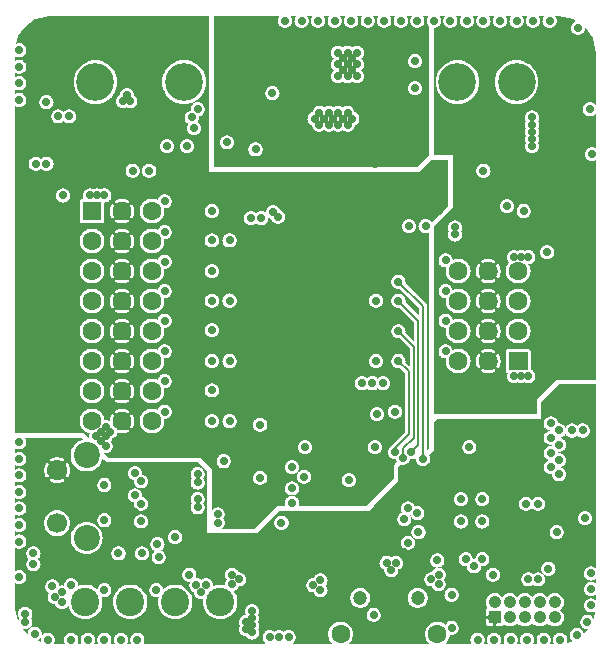
<source format=gbr>
G04 start of page 5 for group 3 idx 3 *
G04 Title: (unknown), power *
G04 Creator: pcb 1.99z *
G04 CreationDate: Fri 15 Aug 2014 08:23:01 GMT UTC *
G04 For: rbarlow *
G04 Format: Gerber/RS-274X *
G04 PCB-Dimensions (mm): 152.40 127.00 *
G04 PCB-Coordinate-Origin: lower left *
%MOMM*%
%FSLAX43Y43*%
%LNGROUP3*%
%ADD93C,0.650*%
%ADD92C,0.800*%
%ADD91C,1.000*%
%ADD90C,1.300*%
%ADD89C,0.300*%
%ADD88C,0.700*%
%ADD87C,1.050*%
%ADD86C,1.200*%
%ADD85C,3.200*%
%ADD84C,2.400*%
%ADD83C,1.600*%
%ADD82C,1.700*%
%ADD81C,2.200*%
%ADD80C,0.200*%
%ADD79C,0.002*%
G54D79*G36*
X98699Y24734D02*X98714Y24728D01*
X98806Y24706D01*
X98900Y24698D01*
X98994Y24706D01*
X99006Y24708D01*
X99000Y24700D01*
X98699Y24399D01*
Y24734D01*
G37*
G36*
Y26369D02*X98713Y26346D01*
X98774Y26274D01*
X98846Y26213D01*
X98927Y26164D01*
X99014Y26128D01*
X99106Y26106D01*
X99200Y26098D01*
X99294Y26106D01*
X99386Y26128D01*
X99473Y26164D01*
X99552Y26212D01*
X99443Y25557D01*
X99436Y25573D01*
X99387Y25654D01*
X99326Y25726D01*
X99254Y25787D01*
X99173Y25836D01*
X99086Y25872D01*
X98994Y25894D01*
X98900Y25902D01*
X98806Y25894D01*
X98714Y25872D01*
X98699Y25866D01*
Y26369D01*
G37*
G36*
Y27769D02*X98713Y27746D01*
X98774Y27674D01*
X98846Y27613D01*
X98927Y27564D01*
X99014Y27528D01*
X99106Y27506D01*
X99200Y27498D01*
X99294Y27506D01*
X99386Y27528D01*
X99473Y27564D01*
X99554Y27613D01*
X99600Y27653D01*
Y27147D01*
X99554Y27187D01*
X99473Y27236D01*
X99386Y27272D01*
X99294Y27294D01*
X99200Y27302D01*
X99106Y27294D01*
X99014Y27272D01*
X98927Y27236D01*
X98846Y27187D01*
X98774Y27126D01*
X98713Y27054D01*
X98699Y27031D01*
Y27769D01*
G37*
G36*
Y29069D02*X98713Y29046D01*
X98774Y28974D01*
X98846Y28913D01*
X98927Y28864D01*
X99014Y28828D01*
X99106Y28806D01*
X99200Y28798D01*
X99294Y28806D01*
X99386Y28828D01*
X99473Y28864D01*
X99554Y28913D01*
X99600Y28953D01*
Y28547D01*
X99554Y28587D01*
X99473Y28636D01*
X99386Y28672D01*
X99294Y28694D01*
X99200Y28702D01*
X99106Y28694D01*
X99014Y28672D01*
X98927Y28636D01*
X98846Y28587D01*
X98774Y28526D01*
X98713Y28454D01*
X98699Y28431D01*
Y29069D01*
G37*
G36*
Y45400D02*X99600D01*
Y29847D01*
X99554Y29887D01*
X99473Y29936D01*
X99386Y29972D01*
X99294Y29994D01*
X99200Y30002D01*
X99106Y29994D01*
X99014Y29972D01*
X98927Y29936D01*
X98846Y29887D01*
X98774Y29826D01*
X98713Y29754D01*
X98699Y29731D01*
Y33498D01*
X98700Y33498D01*
X98794Y33506D01*
X98886Y33528D01*
X98973Y33564D01*
X99054Y33613D01*
X99126Y33674D01*
X99187Y33746D01*
X99236Y33827D01*
X99272Y33914D01*
X99294Y34006D01*
X99300Y34100D01*
X99294Y34194D01*
X99272Y34286D01*
X99236Y34373D01*
X99187Y34454D01*
X99126Y34526D01*
X99054Y34587D01*
X98973Y34636D01*
X98886Y34672D01*
X98794Y34694D01*
X98700Y34702D01*
X98699Y34702D01*
Y40933D01*
X98773Y40964D01*
X98854Y41013D01*
X98926Y41074D01*
X98987Y41146D01*
X99036Y41227D01*
X99072Y41314D01*
X99094Y41406D01*
X99100Y41500D01*
X99094Y41594D01*
X99072Y41686D01*
X99036Y41773D01*
X98987Y41854D01*
X98926Y41926D01*
X98854Y41987D01*
X98773Y42036D01*
X98699Y42067D01*
Y45400D01*
G37*
G36*
Y29731D02*X98664Y29673D01*
X98628Y29586D01*
X98606Y29494D01*
X98598Y29400D01*
X98606Y29306D01*
X98628Y29214D01*
X98664Y29127D01*
X98699Y29069D01*
Y28431D01*
X98664Y28373D01*
X98628Y28286D01*
X98606Y28194D01*
X98598Y28100D01*
X98606Y28006D01*
X98628Y27914D01*
X98664Y27827D01*
X98699Y27769D01*
Y27031D01*
X98664Y26973D01*
X98628Y26886D01*
X98606Y26794D01*
X98598Y26700D01*
X98606Y26606D01*
X98628Y26514D01*
X98664Y26427D01*
X98699Y26369D01*
Y25866D01*
X98627Y25836D01*
X98546Y25787D01*
X98474Y25726D01*
X98413Y25654D01*
X98364Y25573D01*
X98328Y25486D01*
X98306Y25394D01*
X98298Y25300D01*
X98306Y25206D01*
X98328Y25114D01*
X98364Y25027D01*
X98413Y24946D01*
X98474Y24874D01*
X98546Y24813D01*
X98627Y24764D01*
X98699Y24734D01*
Y24399D01*
X98594Y24294D01*
X98572Y24386D01*
X98536Y24473D01*
X98487Y24554D01*
X98426Y24626D01*
X98354Y24687D01*
X98273Y24736D01*
X98186Y24772D01*
X98094Y24794D01*
X98000Y24802D01*
X97906Y24794D01*
X97814Y24772D01*
X97727Y24736D01*
X97646Y24687D01*
X97574Y24626D01*
X97513Y24554D01*
X97464Y24473D01*
X97428Y24386D01*
X97406Y24294D01*
X97398Y24200D01*
X97406Y24106D01*
X97428Y24014D01*
X97464Y23927D01*
X97513Y23846D01*
X97574Y23774D01*
X97644Y23715D01*
X97145Y23548D01*
X97172Y23614D01*
X97194Y23706D01*
X97200Y23800D01*
X97194Y23894D01*
X97172Y23986D01*
X97136Y24073D01*
X97087Y24154D01*
X97026Y24226D01*
X96954Y24287D01*
X96873Y24336D01*
X96786Y24372D01*
X96694Y24394D01*
X96600Y24402D01*
X96506Y24394D01*
X96414Y24372D01*
X96327Y24336D01*
X96299Y24319D01*
Y24941D01*
X96380Y24961D01*
X96493Y25007D01*
X96597Y25071D01*
X96690Y25150D01*
X96769Y25243D01*
X96833Y25347D01*
X96879Y25460D01*
X96908Y25578D01*
X96915Y25700D01*
X96908Y25822D01*
X96879Y25940D01*
X96833Y26053D01*
X96769Y26157D01*
X96690Y26250D01*
X96597Y26329D01*
X96587Y26335D01*
X96597Y26341D01*
X96690Y26420D01*
X96769Y26513D01*
X96833Y26617D01*
X96879Y26730D01*
X96908Y26848D01*
X96915Y26970D01*
X96908Y27092D01*
X96879Y27210D01*
X96833Y27323D01*
X96769Y27427D01*
X96690Y27520D01*
X96597Y27599D01*
X96493Y27663D01*
X96380Y27709D01*
X96299Y27729D01*
Y32298D01*
X96300Y32298D01*
X96394Y32306D01*
X96486Y32328D01*
X96573Y32364D01*
X96654Y32413D01*
X96726Y32474D01*
X96787Y32546D01*
X96836Y32627D01*
X96872Y32714D01*
X96894Y32806D01*
X96900Y32900D01*
X96894Y32994D01*
X96872Y33086D01*
X96836Y33173D01*
X96787Y33254D01*
X96726Y33326D01*
X96654Y33387D01*
X96573Y33436D01*
X96486Y33472D01*
X96394Y33494D01*
X96300Y33502D01*
X96299Y33502D01*
Y37234D01*
X96314Y37228D01*
X96406Y37206D01*
X96500Y37198D01*
X96594Y37206D01*
X96686Y37228D01*
X96773Y37264D01*
X96854Y37313D01*
X96926Y37374D01*
X96987Y37446D01*
X97036Y37527D01*
X97072Y37614D01*
X97094Y37706D01*
X97100Y37800D01*
X97094Y37894D01*
X97072Y37986D01*
X97036Y38073D01*
X96987Y38154D01*
X96926Y38226D01*
X96854Y38287D01*
X96773Y38336D01*
X96686Y38372D01*
X96594Y38394D01*
X96524Y38400D01*
X96594Y38406D01*
X96686Y38428D01*
X96773Y38464D01*
X96854Y38513D01*
X96926Y38574D01*
X96987Y38646D01*
X97036Y38727D01*
X97072Y38814D01*
X97094Y38906D01*
X97100Y39000D01*
X97094Y39094D01*
X97072Y39186D01*
X97036Y39273D01*
X96987Y39354D01*
X96926Y39426D01*
X96854Y39487D01*
X96773Y39536D01*
X96686Y39572D01*
X96594Y39594D01*
X96500Y39602D01*
X96406Y39594D01*
X96400Y39593D01*
X96400Y39600D01*
X96394Y39694D01*
X96391Y39709D01*
X96406Y39706D01*
X96500Y39698D01*
X96594Y39706D01*
X96686Y39728D01*
X96773Y39764D01*
X96854Y39813D01*
X96926Y39874D01*
X96987Y39946D01*
X97036Y40027D01*
X97072Y40114D01*
X97094Y40206D01*
X97100Y40300D01*
X97094Y40394D01*
X97072Y40486D01*
X97036Y40573D01*
X96987Y40654D01*
X96926Y40726D01*
X96854Y40787D01*
X96773Y40836D01*
X96686Y40872D01*
X96594Y40894D01*
X96524Y40900D01*
X96594Y40906D01*
X96686Y40928D01*
X96773Y40964D01*
X96854Y41013D01*
X96926Y41074D01*
X96987Y41146D01*
X97036Y41227D01*
X97050Y41260D01*
X97064Y41227D01*
X97113Y41146D01*
X97174Y41074D01*
X97246Y41013D01*
X97327Y40964D01*
X97414Y40928D01*
X97506Y40906D01*
X97600Y40898D01*
X97694Y40906D01*
X97786Y40928D01*
X97873Y40964D01*
X97954Y41013D01*
X98026Y41074D01*
X98050Y41103D01*
X98074Y41074D01*
X98146Y41013D01*
X98227Y40964D01*
X98314Y40928D01*
X98406Y40906D01*
X98500Y40898D01*
X98594Y40906D01*
X98686Y40928D01*
X98699Y40933D01*
Y34702D01*
X98606Y34694D01*
X98514Y34672D01*
X98427Y34636D01*
X98346Y34587D01*
X98274Y34526D01*
X98213Y34454D01*
X98164Y34373D01*
X98128Y34286D01*
X98106Y34194D01*
X98098Y34100D01*
X98106Y34006D01*
X98128Y33914D01*
X98164Y33827D01*
X98213Y33746D01*
X98274Y33674D01*
X98346Y33613D01*
X98427Y33564D01*
X98514Y33528D01*
X98606Y33506D01*
X98699Y33498D01*
Y29731D01*
G37*
G36*
X96299Y45199D02*X96500Y45400D01*
X98699D01*
Y42067D01*
X98686Y42072D01*
X98594Y42094D01*
X98500Y42102D01*
X98406Y42094D01*
X98314Y42072D01*
X98227Y42036D01*
X98146Y41987D01*
X98074Y41926D01*
X98050Y41897D01*
X98026Y41926D01*
X97954Y41987D01*
X97873Y42036D01*
X97786Y42072D01*
X97694Y42094D01*
X97600Y42102D01*
X97506Y42094D01*
X97414Y42072D01*
X97327Y42036D01*
X97246Y41987D01*
X97174Y41926D01*
X97113Y41854D01*
X97064Y41773D01*
X97050Y41740D01*
X97036Y41773D01*
X96987Y41854D01*
X96926Y41926D01*
X96854Y41987D01*
X96773Y42036D01*
X96686Y42072D01*
X96594Y42094D01*
X96500Y42102D01*
X96406Y42094D01*
X96400Y42093D01*
X96400Y42100D01*
X96394Y42194D01*
X96372Y42286D01*
X96336Y42373D01*
X96299Y42434D01*
Y45199D01*
G37*
G36*
Y24319D02*X96246Y24287D01*
X96174Y24226D01*
X96113Y24154D01*
X96064Y24073D01*
X96028Y23986D01*
X96006Y23894D01*
X95998Y23800D01*
X96006Y23706D01*
X96028Y23614D01*
X96064Y23527D01*
X96113Y23446D01*
X96153Y23400D01*
X95647D01*
X95687Y23446D01*
X95736Y23527D01*
X95772Y23614D01*
X95794Y23706D01*
X95800Y23800D01*
X95794Y23894D01*
X95772Y23986D01*
X95736Y24073D01*
X95687Y24154D01*
X95626Y24226D01*
X95554Y24287D01*
X95473Y24336D01*
X95386Y24372D01*
X95294Y24394D01*
X95200Y24402D01*
X95106Y24394D01*
X95014Y24372D01*
X94927Y24336D01*
X94846Y24287D01*
X94774Y24226D01*
X94713Y24154D01*
X94664Y24073D01*
X94628Y23986D01*
X94606Y23894D01*
X94598Y23800D01*
X94606Y23706D01*
X94628Y23614D01*
X94664Y23527D01*
X94713Y23446D01*
X94753Y23400D01*
X94247D01*
X94287Y23446D01*
X94336Y23527D01*
X94372Y23614D01*
X94394Y23706D01*
X94400Y23800D01*
X94394Y23894D01*
X94372Y23986D01*
X94336Y24073D01*
X94287Y24154D01*
X94226Y24226D01*
X94199Y24248D01*
Y25208D01*
X94229Y25243D01*
X94235Y25253D01*
X94241Y25243D01*
X94320Y25150D01*
X94413Y25071D01*
X94517Y25007D01*
X94630Y24961D01*
X94748Y24932D01*
X94870Y24923D01*
X94992Y24932D01*
X95110Y24961D01*
X95223Y25007D01*
X95327Y25071D01*
X95420Y25150D01*
X95499Y25243D01*
X95505Y25253D01*
X95511Y25243D01*
X95590Y25150D01*
X95683Y25071D01*
X95787Y25007D01*
X95900Y24961D01*
X96018Y24932D01*
X96140Y24923D01*
X96262Y24932D01*
X96299Y24941D01*
Y24319D01*
G37*
G36*
X95599Y37834D02*X95614Y37828D01*
X95706Y37806D01*
X95800Y37798D01*
X95894Y37806D01*
X95899Y37807D01*
X95898Y37800D01*
X95906Y37706D01*
X95928Y37614D01*
X95964Y37527D01*
X96013Y37446D01*
X96074Y37374D01*
X96146Y37313D01*
X96227Y37264D01*
X96299Y37234D01*
Y33502D01*
X96206Y33494D01*
X96114Y33472D01*
X96027Y33436D01*
X95946Y33387D01*
X95874Y33326D01*
X95813Y33254D01*
X95764Y33173D01*
X95728Y33086D01*
X95706Y32994D01*
X95698Y32900D01*
X95706Y32806D01*
X95728Y32714D01*
X95764Y32627D01*
X95813Y32546D01*
X95874Y32474D01*
X95946Y32413D01*
X96027Y32364D01*
X96114Y32328D01*
X96206Y32306D01*
X96299Y32298D01*
Y27729D01*
X96262Y27738D01*
X96140Y27747D01*
X96018Y27738D01*
X95900Y27709D01*
X95787Y27663D01*
X95683Y27599D01*
X95599Y27527D01*
Y29198D01*
X95600Y29198D01*
X95694Y29206D01*
X95786Y29228D01*
X95873Y29264D01*
X95954Y29313D01*
X96026Y29374D01*
X96087Y29446D01*
X96136Y29527D01*
X96172Y29614D01*
X96194Y29706D01*
X96200Y29800D01*
X96194Y29894D01*
X96172Y29986D01*
X96136Y30073D01*
X96087Y30154D01*
X96026Y30226D01*
X95954Y30287D01*
X95873Y30336D01*
X95786Y30372D01*
X95694Y30394D01*
X95600Y30402D01*
X95599Y30402D01*
Y37834D01*
G37*
G36*
Y39034D02*X95614Y39028D01*
X95706Y39006D01*
X95776Y39000D01*
X95706Y38994D01*
X95614Y38972D01*
X95599Y38966D01*
Y39034D01*
G37*
G36*
Y40334D02*X95614Y40328D01*
X95706Y40306D01*
X95800Y40298D01*
X95894Y40306D01*
X95899Y40307D01*
X95898Y40300D01*
X95906Y40206D01*
X95909Y40191D01*
X95894Y40194D01*
X95800Y40202D01*
X95706Y40194D01*
X95614Y40172D01*
X95599Y40166D01*
Y40334D01*
G37*
G36*
Y41534D02*X95614Y41528D01*
X95706Y41506D01*
X95776Y41500D01*
X95706Y41494D01*
X95614Y41472D01*
X95599Y41466D01*
Y41534D01*
G37*
G36*
Y44499D02*X96299Y45199D01*
Y42434D01*
X96287Y42454D01*
X96226Y42526D01*
X96154Y42587D01*
X96073Y42636D01*
X95986Y42672D01*
X95894Y42694D01*
X95800Y42702D01*
X95706Y42694D01*
X95614Y42672D01*
X95599Y42666D01*
Y44499D01*
G37*
G36*
X94199Y42500D02*X95000D01*
Y43900D01*
X95599Y44499D01*
Y42666D01*
X95527Y42636D01*
X95446Y42587D01*
X95374Y42526D01*
X95313Y42454D01*
X95264Y42373D01*
X95228Y42286D01*
X95206Y42194D01*
X95198Y42100D01*
X95206Y42006D01*
X95228Y41914D01*
X95264Y41827D01*
X95313Y41746D01*
X95374Y41674D01*
X95446Y41613D01*
X95527Y41564D01*
X95599Y41534D01*
Y41466D01*
X95527Y41436D01*
X95446Y41387D01*
X95374Y41326D01*
X95313Y41254D01*
X95264Y41173D01*
X95228Y41086D01*
X95206Y40994D01*
X95198Y40900D01*
X95206Y40806D01*
X95228Y40714D01*
X95264Y40627D01*
X95313Y40546D01*
X95374Y40474D01*
X95446Y40413D01*
X95527Y40364D01*
X95599Y40334D01*
Y40166D01*
X95527Y40136D01*
X95446Y40087D01*
X95374Y40026D01*
X95313Y39954D01*
X95264Y39873D01*
X95228Y39786D01*
X95206Y39694D01*
X95198Y39600D01*
X95206Y39506D01*
X95228Y39414D01*
X95264Y39327D01*
X95313Y39246D01*
X95374Y39174D01*
X95446Y39113D01*
X95527Y39064D01*
X95599Y39034D01*
Y38966D01*
X95527Y38936D01*
X95446Y38887D01*
X95374Y38826D01*
X95313Y38754D01*
X95264Y38673D01*
X95228Y38586D01*
X95206Y38494D01*
X95198Y38400D01*
X95206Y38306D01*
X95228Y38214D01*
X95264Y38127D01*
X95313Y38046D01*
X95374Y37974D01*
X95446Y37913D01*
X95527Y37864D01*
X95599Y37834D01*
Y30402D01*
X95506Y30394D01*
X95414Y30372D01*
X95327Y30336D01*
X95246Y30287D01*
X95174Y30226D01*
X95113Y30154D01*
X95064Y30073D01*
X95028Y29986D01*
X95006Y29894D01*
X94998Y29800D01*
X95006Y29706D01*
X95028Y29614D01*
X95064Y29527D01*
X95113Y29446D01*
X95174Y29374D01*
X95246Y29313D01*
X95327Y29264D01*
X95414Y29228D01*
X95506Y29206D01*
X95599Y29198D01*
Y27527D01*
X95590Y27520D01*
X95511Y27427D01*
X95505Y27417D01*
X95499Y27427D01*
X95420Y27520D01*
X95327Y27599D01*
X95223Y27663D01*
X95110Y27709D01*
X94992Y27738D01*
X94870Y27747D01*
X94748Y27738D01*
X94630Y27709D01*
X94517Y27663D01*
X94413Y27599D01*
X94320Y27520D01*
X94241Y27427D01*
X94235Y27417D01*
X94229Y27427D01*
X94199Y27462D01*
Y28380D01*
X94254Y28413D01*
X94300Y28453D01*
X94346Y28413D01*
X94427Y28364D01*
X94514Y28328D01*
X94606Y28306D01*
X94700Y28298D01*
X94794Y28306D01*
X94886Y28328D01*
X94973Y28364D01*
X95054Y28413D01*
X95126Y28474D01*
X95187Y28546D01*
X95236Y28627D01*
X95272Y28714D01*
X95294Y28806D01*
X95300Y28900D01*
X95294Y28994D01*
X95272Y29086D01*
X95236Y29173D01*
X95187Y29254D01*
X95126Y29326D01*
X95054Y29387D01*
X94973Y29436D01*
X94886Y29472D01*
X94794Y29494D01*
X94700Y29502D01*
X94606Y29494D01*
X94514Y29472D01*
X94427Y29436D01*
X94346Y29387D01*
X94300Y29347D01*
X94254Y29387D01*
X94199Y29420D01*
Y34966D01*
X94200Y34968D01*
X94213Y34946D01*
X94274Y34874D01*
X94346Y34813D01*
X94427Y34764D01*
X94514Y34728D01*
X94606Y34706D01*
X94700Y34698D01*
X94794Y34706D01*
X94886Y34728D01*
X94973Y34764D01*
X95054Y34813D01*
X95126Y34874D01*
X95187Y34946D01*
X95236Y35027D01*
X95272Y35114D01*
X95294Y35206D01*
X95300Y35300D01*
X95294Y35394D01*
X95272Y35486D01*
X95236Y35573D01*
X95187Y35654D01*
X95126Y35726D01*
X95054Y35787D01*
X94973Y35836D01*
X94886Y35872D01*
X94794Y35894D01*
X94700Y35902D01*
X94606Y35894D01*
X94514Y35872D01*
X94427Y35836D01*
X94346Y35787D01*
X94274Y35726D01*
X94213Y35654D01*
X94200Y35632D01*
X94199Y35634D01*
Y42500D01*
G37*
G36*
Y24248D02*X94154Y24287D01*
X94073Y24336D01*
X93986Y24372D01*
X93894Y24394D01*
X93800Y24402D01*
X93706Y24394D01*
X93614Y24372D01*
X93527Y24336D01*
X93446Y24287D01*
X93374Y24226D01*
X93313Y24154D01*
X93264Y24073D01*
X93228Y23986D01*
X93206Y23894D01*
X93198Y23800D01*
X93206Y23706D01*
X93228Y23614D01*
X93264Y23527D01*
X93313Y23446D01*
X93353Y23400D01*
X92847D01*
X92887Y23446D01*
X92936Y23527D01*
X92972Y23614D01*
X92994Y23706D01*
X93000Y23800D01*
X92994Y23894D01*
X92972Y23986D01*
X92936Y24073D01*
X92887Y24154D01*
X92826Y24226D01*
X92754Y24287D01*
X92673Y24336D01*
X92586Y24372D01*
X92494Y24394D01*
X92400Y24402D01*
X92306Y24394D01*
X92214Y24372D01*
X92127Y24336D01*
X92046Y24287D01*
X91974Y24226D01*
X91913Y24154D01*
X91864Y24073D01*
X91828Y23986D01*
X91806Y23894D01*
X91798Y23800D01*
X91806Y23706D01*
X91828Y23614D01*
X91864Y23527D01*
X91913Y23446D01*
X91953Y23400D01*
X91447D01*
X91487Y23446D01*
X91536Y23527D01*
X91572Y23614D01*
X91594Y23706D01*
X91600Y23800D01*
X91594Y23894D01*
X91572Y23986D01*
X91536Y24073D01*
X91487Y24154D01*
X91426Y24226D01*
X91354Y24287D01*
X91273Y24336D01*
X91186Y24372D01*
X91094Y24394D01*
X91000Y24402D01*
X90906Y24394D01*
X90899Y24393D01*
Y24962D01*
X90911Y24976D01*
X90922Y24993D01*
X90929Y25011D01*
X90934Y25030D01*
X90935Y25050D01*
X90934Y25070D01*
X90929Y25089D01*
X90922Y25107D01*
X90911Y25124D01*
X90899Y25138D01*
Y26212D01*
X90938Y26202D01*
X91060Y26193D01*
X91182Y26202D01*
X91286Y26227D01*
X91290Y26226D01*
X91310Y26225D01*
X91585D01*
Y25950D01*
X91583Y25930D01*
X91585Y25919D01*
X91562Y25822D01*
X91553Y25700D01*
X91562Y25578D01*
X91587Y25474D01*
X91586Y25470D01*
X91585Y25450D01*
Y25175D01*
X91290Y25177D01*
X91271Y25173D01*
X91253Y25165D01*
X91236Y25155D01*
X91221Y25142D01*
X91209Y25127D01*
X91198Y25110D01*
X91191Y25092D01*
X91186Y25073D01*
X91185Y25053D01*
X91186Y25034D01*
X91191Y25015D01*
X91198Y24997D01*
X91209Y24980D01*
X91221Y24965D01*
X91236Y24952D01*
X91253Y24942D01*
X91271Y24934D01*
X91290Y24930D01*
X91310Y24928D01*
X91624D01*
X91662Y24938D01*
X91698Y24953D01*
X91732Y24973D01*
X91762Y24998D01*
X91787Y25028D01*
X91807Y25062D01*
X91822Y25098D01*
X91826Y25112D01*
X91873Y25071D01*
X91977Y25007D01*
X92090Y24961D01*
X92208Y24932D01*
X92330Y24923D01*
X92452Y24932D01*
X92570Y24961D01*
X92683Y25007D01*
X92787Y25071D01*
X92880Y25150D01*
X92959Y25243D01*
X92965Y25253D01*
X92971Y25243D01*
X93050Y25150D01*
X93143Y25071D01*
X93247Y25007D01*
X93360Y24961D01*
X93478Y24932D01*
X93600Y24923D01*
X93722Y24932D01*
X93840Y24961D01*
X93953Y25007D01*
X94057Y25071D01*
X94150Y25150D01*
X94199Y25208D01*
Y24248D01*
G37*
G36*
X90899Y42500D02*X94199D01*
Y35634D01*
X94187Y35654D01*
X94126Y35726D01*
X94054Y35787D01*
X93973Y35836D01*
X93886Y35872D01*
X93794Y35894D01*
X93700Y35902D01*
X93606Y35894D01*
X93514Y35872D01*
X93427Y35836D01*
X93346Y35787D01*
X93274Y35726D01*
X93213Y35654D01*
X93164Y35573D01*
X93128Y35486D01*
X93106Y35394D01*
X93098Y35300D01*
X93106Y35206D01*
X93128Y35114D01*
X93164Y35027D01*
X93213Y34946D01*
X93274Y34874D01*
X93346Y34813D01*
X93427Y34764D01*
X93514Y34728D01*
X93606Y34706D01*
X93700Y34698D01*
X93794Y34706D01*
X93886Y34728D01*
X93973Y34764D01*
X94054Y34813D01*
X94126Y34874D01*
X94187Y34946D01*
X94199Y34966D01*
Y29420D01*
X94173Y29436D01*
X94086Y29472D01*
X93994Y29494D01*
X93900Y29502D01*
X93806Y29494D01*
X93714Y29472D01*
X93627Y29436D01*
X93546Y29387D01*
X93474Y29326D01*
X93413Y29254D01*
X93364Y29173D01*
X93328Y29086D01*
X93306Y28994D01*
X93298Y28900D01*
X93306Y28806D01*
X93328Y28714D01*
X93364Y28627D01*
X93413Y28546D01*
X93474Y28474D01*
X93546Y28413D01*
X93627Y28364D01*
X93714Y28328D01*
X93806Y28306D01*
X93900Y28298D01*
X93994Y28306D01*
X94086Y28328D01*
X94173Y28364D01*
X94199Y28380D01*
Y27462D01*
X94150Y27520D01*
X94057Y27599D01*
X93953Y27663D01*
X93840Y27709D01*
X93722Y27738D01*
X93600Y27747D01*
X93478Y27738D01*
X93360Y27709D01*
X93247Y27663D01*
X93143Y27599D01*
X93050Y27520D01*
X92971Y27427D01*
X92965Y27417D01*
X92959Y27427D01*
X92880Y27520D01*
X92787Y27599D01*
X92683Y27663D01*
X92570Y27709D01*
X92452Y27738D01*
X92330Y27747D01*
X92208Y27738D01*
X92090Y27709D01*
X91977Y27663D01*
X91873Y27599D01*
X91780Y27520D01*
X91701Y27427D01*
X91695Y27417D01*
X91689Y27427D01*
X91610Y27520D01*
X91517Y27599D01*
X91413Y27663D01*
X91300Y27709D01*
X91182Y27738D01*
X91060Y27747D01*
X90938Y27738D01*
X90899Y27728D01*
Y28698D01*
X90900Y28698D01*
X90994Y28706D01*
X91086Y28728D01*
X91173Y28764D01*
X91254Y28813D01*
X91326Y28874D01*
X91387Y28946D01*
X91436Y29027D01*
X91472Y29114D01*
X91494Y29206D01*
X91500Y29300D01*
X91494Y29394D01*
X91472Y29486D01*
X91436Y29573D01*
X91387Y29654D01*
X91326Y29726D01*
X91254Y29787D01*
X91173Y29836D01*
X91086Y29872D01*
X90994Y29894D01*
X90900Y29902D01*
X90899Y29902D01*
Y42500D01*
G37*
G36*
X89999D02*X90899D01*
Y29902D01*
X90806Y29894D01*
X90714Y29872D01*
X90627Y29836D01*
X90546Y29787D01*
X90474Y29726D01*
X90413Y29654D01*
X90364Y29573D01*
X90328Y29486D01*
X90306Y29394D01*
X90298Y29300D01*
X90306Y29206D01*
X90328Y29114D01*
X90364Y29027D01*
X90413Y28946D01*
X90474Y28874D01*
X90546Y28813D01*
X90627Y28764D01*
X90714Y28728D01*
X90806Y28706D01*
X90899Y28698D01*
Y27728D01*
X90820Y27709D01*
X90707Y27663D01*
X90603Y27599D01*
X90510Y27520D01*
X90431Y27427D01*
X90367Y27323D01*
X90321Y27210D01*
X90292Y27092D01*
X90283Y26970D01*
X90292Y26848D01*
X90321Y26730D01*
X90367Y26617D01*
X90431Y26513D01*
X90472Y26466D01*
X90458Y26462D01*
X90422Y26447D01*
X90388Y26427D01*
X90358Y26402D01*
X90333Y26372D01*
X90313Y26338D01*
X90298Y26302D01*
X90288Y26264D01*
X90286Y26225D01*
Y25930D01*
X90291Y25911D01*
X90298Y25893D01*
X90309Y25876D01*
X90321Y25861D01*
X90336Y25849D01*
X90353Y25838D01*
X90371Y25831D01*
X90390Y25826D01*
X90410Y25825D01*
X90430Y25826D01*
X90449Y25831D01*
X90467Y25838D01*
X90484Y25849D01*
X90499Y25861D01*
X90511Y25876D01*
X90522Y25893D01*
X90529Y25911D01*
X90534Y25930D01*
X90535Y25950D01*
Y26225D01*
X90810D01*
X90830Y26223D01*
X90841Y26225D01*
X90899Y26212D01*
Y25138D01*
X90899Y25139D01*
X90884Y25151D01*
X90867Y25162D01*
X90849Y25169D01*
X90830Y25174D01*
X90810Y25175D01*
X90536D01*
Y25470D01*
X90532Y25489D01*
X90524Y25507D01*
X90514Y25524D01*
X90501Y25539D01*
X90486Y25551D01*
X90469Y25562D01*
X90451Y25569D01*
X90432Y25574D01*
X90412Y25575D01*
X90393Y25574D01*
X90374Y25569D01*
X90355Y25562D01*
X90339Y25551D01*
X90324Y25539D01*
X90311Y25524D01*
X90301Y25507D01*
X90293Y25489D01*
X90288Y25470D01*
X90287Y25450D01*
Y25136D01*
X90297Y25098D01*
X90312Y25061D01*
X90332Y25028D01*
X90358Y24998D01*
X90388Y24972D01*
X90421Y24952D01*
X90458Y24937D01*
X90496Y24927D01*
X90535Y24925D01*
X90810D01*
X90830Y24926D01*
X90849Y24931D01*
X90867Y24938D01*
X90884Y24949D01*
X90899Y24961D01*
X90899Y24962D01*
Y24393D01*
X90814Y24372D01*
X90727Y24336D01*
X90646Y24287D01*
X90574Y24226D01*
X90513Y24154D01*
X90464Y24073D01*
X90428Y23986D01*
X90406Y23894D01*
X90398Y23800D01*
X90406Y23706D01*
X90428Y23614D01*
X90464Y23527D01*
X90513Y23446D01*
X90553Y23400D01*
X90047D01*
X90087Y23446D01*
X90136Y23527D01*
X90172Y23614D01*
X90194Y23706D01*
X90200Y23800D01*
X90194Y23894D01*
X90172Y23986D01*
X90136Y24073D01*
X90087Y24154D01*
X90026Y24226D01*
X89999Y24248D01*
Y29998D01*
X90000Y29998D01*
X90094Y30006D01*
X90186Y30028D01*
X90273Y30064D01*
X90354Y30113D01*
X90426Y30174D01*
X90487Y30246D01*
X90536Y30327D01*
X90572Y30414D01*
X90594Y30506D01*
X90600Y30600D01*
X90594Y30694D01*
X90572Y30786D01*
X90536Y30873D01*
X90487Y30954D01*
X90426Y31026D01*
X90354Y31087D01*
X90273Y31136D01*
X90186Y31172D01*
X90094Y31194D01*
X90000Y31202D01*
X89999Y31202D01*
Y33198D01*
X90000Y33198D01*
X90094Y33206D01*
X90186Y33228D01*
X90273Y33264D01*
X90354Y33313D01*
X90426Y33374D01*
X90487Y33446D01*
X90536Y33527D01*
X90572Y33614D01*
X90594Y33706D01*
X90600Y33800D01*
X90594Y33894D01*
X90572Y33986D01*
X90536Y34073D01*
X90487Y34154D01*
X90426Y34226D01*
X90354Y34287D01*
X90273Y34336D01*
X90186Y34372D01*
X90094Y34394D01*
X90000Y34402D01*
X89999Y34402D01*
Y35098D01*
X90000Y35098D01*
X90094Y35106D01*
X90186Y35128D01*
X90273Y35164D01*
X90354Y35213D01*
X90426Y35274D01*
X90487Y35346D01*
X90536Y35427D01*
X90572Y35514D01*
X90594Y35606D01*
X90600Y35700D01*
X90594Y35794D01*
X90572Y35886D01*
X90536Y35973D01*
X90487Y36054D01*
X90426Y36126D01*
X90354Y36187D01*
X90273Y36236D01*
X90186Y36272D01*
X90094Y36294D01*
X90000Y36302D01*
X89999Y36302D01*
Y42500D01*
G37*
G36*
Y24248D02*X89954Y24287D01*
X89873Y24336D01*
X89786Y24372D01*
X89694Y24394D01*
X89600Y24402D01*
X89506Y24394D01*
X89414Y24372D01*
X89327Y24336D01*
X89246Y24287D01*
X89174Y24226D01*
X89113Y24154D01*
X89064Y24073D01*
X89028Y23986D01*
X89006Y23894D01*
X88998Y23800D01*
X89006Y23706D01*
X89028Y23614D01*
X89064Y23527D01*
X89113Y23446D01*
X89153Y23400D01*
X88199D01*
Y30153D01*
X88246Y30113D01*
X88327Y30064D01*
X88414Y30028D01*
X88506Y30006D01*
X88600Y29998D01*
X88694Y30006D01*
X88699Y30007D01*
X88698Y30000D01*
X88706Y29906D01*
X88728Y29814D01*
X88764Y29727D01*
X88813Y29646D01*
X88874Y29574D01*
X88946Y29513D01*
X89027Y29464D01*
X89114Y29428D01*
X89206Y29406D01*
X89300Y29398D01*
X89394Y29406D01*
X89486Y29428D01*
X89573Y29464D01*
X89654Y29513D01*
X89726Y29574D01*
X89787Y29646D01*
X89836Y29727D01*
X89872Y29814D01*
X89894Y29906D01*
X89900Y30000D01*
X89900Y30007D01*
X89906Y30006D01*
X89999Y29998D01*
Y24248D01*
G37*
G36*
X88899Y42500D02*X89999D01*
Y36302D01*
X89906Y36294D01*
X89814Y36272D01*
X89727Y36236D01*
X89646Y36187D01*
X89574Y36126D01*
X89513Y36054D01*
X89464Y35973D01*
X89428Y35886D01*
X89406Y35794D01*
X89398Y35700D01*
X89406Y35606D01*
X89428Y35514D01*
X89464Y35427D01*
X89513Y35346D01*
X89574Y35274D01*
X89646Y35213D01*
X89727Y35164D01*
X89814Y35128D01*
X89906Y35106D01*
X89999Y35098D01*
Y34402D01*
X89906Y34394D01*
X89814Y34372D01*
X89727Y34336D01*
X89646Y34287D01*
X89574Y34226D01*
X89513Y34154D01*
X89464Y34073D01*
X89428Y33986D01*
X89406Y33894D01*
X89398Y33800D01*
X89406Y33706D01*
X89428Y33614D01*
X89464Y33527D01*
X89513Y33446D01*
X89574Y33374D01*
X89646Y33313D01*
X89727Y33264D01*
X89814Y33228D01*
X89906Y33206D01*
X89999Y33198D01*
Y31202D01*
X89906Y31194D01*
X89814Y31172D01*
X89727Y31136D01*
X89646Y31087D01*
X89574Y31026D01*
X89513Y30954D01*
X89464Y30873D01*
X89428Y30786D01*
X89406Y30694D01*
X89398Y30600D01*
X89399Y30593D01*
X89394Y30594D01*
X89300Y30602D01*
X89206Y30594D01*
X89200Y30593D01*
X89200Y30600D01*
X89194Y30694D01*
X89172Y30786D01*
X89136Y30873D01*
X89087Y30954D01*
X89026Y31026D01*
X88954Y31087D01*
X88899Y31120D01*
Y39498D01*
X88900Y39498D01*
X88994Y39506D01*
X89086Y39528D01*
X89173Y39564D01*
X89254Y39613D01*
X89326Y39674D01*
X89387Y39746D01*
X89436Y39827D01*
X89472Y39914D01*
X89494Y40006D01*
X89500Y40100D01*
X89494Y40194D01*
X89472Y40286D01*
X89436Y40373D01*
X89387Y40454D01*
X89326Y40526D01*
X89254Y40587D01*
X89173Y40636D01*
X89086Y40672D01*
X88994Y40694D01*
X88900Y40702D01*
X88899Y40702D01*
Y42500D01*
G37*
G36*
X88199D02*X88899D01*
Y40702D01*
X88806Y40694D01*
X88714Y40672D01*
X88627Y40636D01*
X88546Y40587D01*
X88474Y40526D01*
X88413Y40454D01*
X88364Y40373D01*
X88328Y40286D01*
X88306Y40194D01*
X88298Y40100D01*
X88306Y40006D01*
X88328Y39914D01*
X88364Y39827D01*
X88413Y39746D01*
X88474Y39674D01*
X88546Y39613D01*
X88627Y39564D01*
X88714Y39528D01*
X88806Y39506D01*
X88899Y39498D01*
Y31120D01*
X88873Y31136D01*
X88786Y31172D01*
X88694Y31194D01*
X88600Y31202D01*
X88506Y31194D01*
X88414Y31172D01*
X88327Y31136D01*
X88246Y31087D01*
X88199Y31047D01*
Y33198D01*
X88200Y33198D01*
X88294Y33206D01*
X88386Y33228D01*
X88473Y33264D01*
X88554Y33313D01*
X88626Y33374D01*
X88687Y33446D01*
X88736Y33527D01*
X88772Y33614D01*
X88794Y33706D01*
X88800Y33800D01*
X88794Y33894D01*
X88772Y33986D01*
X88736Y34073D01*
X88687Y34154D01*
X88626Y34226D01*
X88554Y34287D01*
X88473Y34336D01*
X88386Y34372D01*
X88294Y34394D01*
X88200Y34402D01*
X88199Y34402D01*
Y35098D01*
X88200Y35098D01*
X88294Y35106D01*
X88386Y35128D01*
X88473Y35164D01*
X88554Y35213D01*
X88626Y35274D01*
X88687Y35346D01*
X88736Y35427D01*
X88772Y35514D01*
X88794Y35606D01*
X88800Y35700D01*
X88794Y35794D01*
X88772Y35886D01*
X88736Y35973D01*
X88687Y36054D01*
X88626Y36126D01*
X88554Y36187D01*
X88473Y36236D01*
X88386Y36272D01*
X88294Y36294D01*
X88200Y36302D01*
X88199Y36302D01*
Y42500D01*
G37*
G36*
X88000Y24800D02*X87994Y24894D01*
X87972Y24986D01*
X87936Y25073D01*
X87887Y25154D01*
X87826Y25226D01*
X87754Y25287D01*
X87673Y25336D01*
X87586Y25372D01*
X87494Y25394D01*
X87400Y25402D01*
X87399Y25402D01*
Y26998D01*
X87400Y26998D01*
X87494Y27006D01*
X87586Y27028D01*
X87673Y27064D01*
X87754Y27113D01*
X87826Y27174D01*
X87887Y27246D01*
X87936Y27327D01*
X87972Y27414D01*
X87994Y27506D01*
X88000Y27600D01*
X87994Y27694D01*
X87972Y27786D01*
X87936Y27873D01*
X87887Y27954D01*
X87826Y28026D01*
X87754Y28087D01*
X87673Y28136D01*
X87586Y28172D01*
X87494Y28194D01*
X87400Y28202D01*
X87399Y28202D01*
Y42500D01*
X88199D01*
Y36302D01*
X88106Y36294D01*
X88014Y36272D01*
X87927Y36236D01*
X87846Y36187D01*
X87774Y36126D01*
X87713Y36054D01*
X87664Y35973D01*
X87628Y35886D01*
X87606Y35794D01*
X87598Y35700D01*
X87606Y35606D01*
X87628Y35514D01*
X87664Y35427D01*
X87713Y35346D01*
X87774Y35274D01*
X87846Y35213D01*
X87927Y35164D01*
X88014Y35128D01*
X88106Y35106D01*
X88199Y35098D01*
Y34402D01*
X88106Y34394D01*
X88014Y34372D01*
X87927Y34336D01*
X87846Y34287D01*
X87774Y34226D01*
X87713Y34154D01*
X87664Y34073D01*
X87628Y33986D01*
X87606Y33894D01*
X87598Y33800D01*
X87606Y33706D01*
X87628Y33614D01*
X87664Y33527D01*
X87713Y33446D01*
X87774Y33374D01*
X87846Y33313D01*
X87927Y33264D01*
X88014Y33228D01*
X88106Y33206D01*
X88199Y33198D01*
Y31047D01*
X88174Y31026D01*
X88113Y30954D01*
X88064Y30873D01*
X88028Y30786D01*
X88006Y30694D01*
X87998Y30600D01*
X88006Y30506D01*
X88028Y30414D01*
X88064Y30327D01*
X88113Y30246D01*
X88174Y30174D01*
X88199Y30153D01*
Y23400D01*
X87399D01*
Y24198D01*
X87400Y24198D01*
X87494Y24206D01*
X87586Y24228D01*
X87673Y24264D01*
X87754Y24313D01*
X87826Y24374D01*
X87887Y24446D01*
X87936Y24527D01*
X87972Y24614D01*
X87994Y24706D01*
X88000Y24800D01*
G37*
G36*
X87399Y23400D02*X86822D01*
X86945Y23505D01*
X87052Y23631D01*
X87138Y23772D01*
X87202Y23925D01*
X87240Y24085D01*
X87248Y24219D01*
X87306Y24206D01*
X87399Y24198D01*
Y23400D01*
G37*
G36*
Y25402D02*X87306Y25394D01*
X87214Y25372D01*
X87127Y25336D01*
X87046Y25287D01*
X86974Y25226D01*
X86913Y25154D01*
X86864Y25073D01*
X86861Y25066D01*
X86819Y25102D01*
X86678Y25188D01*
X86525Y25252D01*
X86365Y25290D01*
X86200Y25303D01*
X86035Y25290D01*
X85999Y25282D01*
Y27981D01*
X86027Y27964D01*
X86114Y27928D01*
X86206Y27906D01*
X86300Y27898D01*
X86394Y27906D01*
X86486Y27928D01*
X86573Y27964D01*
X86654Y28013D01*
X86726Y28074D01*
X86787Y28146D01*
X86836Y28227D01*
X86872Y28314D01*
X86894Y28406D01*
X86900Y28500D01*
X86894Y28594D01*
X86872Y28686D01*
X86836Y28773D01*
X86787Y28854D01*
X86747Y28900D01*
X86787Y28946D01*
X86836Y29027D01*
X86872Y29114D01*
X86894Y29206D01*
X86900Y29300D01*
X86894Y29394D01*
X86872Y29486D01*
X86836Y29573D01*
X86787Y29654D01*
X86726Y29726D01*
X86654Y29787D01*
X86573Y29836D01*
X86486Y29872D01*
X86394Y29894D01*
X86300Y29902D01*
X86206Y29894D01*
X86114Y29872D01*
X86027Y29836D01*
X85999Y29819D01*
Y29934D01*
X86014Y29928D01*
X86106Y29906D01*
X86200Y29898D01*
X86294Y29906D01*
X86386Y29928D01*
X86473Y29964D01*
X86554Y30013D01*
X86626Y30074D01*
X86687Y30146D01*
X86736Y30227D01*
X86772Y30314D01*
X86794Y30406D01*
X86800Y30500D01*
X86794Y30594D01*
X86772Y30686D01*
X86736Y30773D01*
X86687Y30854D01*
X86626Y30926D01*
X86554Y30987D01*
X86473Y31036D01*
X86386Y31072D01*
X86294Y31094D01*
X86200Y31102D01*
X86106Y31094D01*
X86014Y31072D01*
X85999Y31066D01*
Y42299D01*
X86200Y42500D01*
X87399D01*
Y28202D01*
X87306Y28194D01*
X87214Y28172D01*
X87127Y28136D01*
X87046Y28087D01*
X86974Y28026D01*
X86913Y27954D01*
X86864Y27873D01*
X86828Y27786D01*
X86806Y27694D01*
X86798Y27600D01*
X86806Y27506D01*
X86828Y27414D01*
X86864Y27327D01*
X86913Y27246D01*
X86974Y27174D01*
X87046Y27113D01*
X87127Y27064D01*
X87214Y27028D01*
X87306Y27006D01*
X87399Y26998D01*
Y25402D01*
G37*
G36*
X85999Y25282D02*X85875Y25252D01*
X85722Y25188D01*
X85581Y25102D01*
X85455Y24995D01*
X85348Y24869D01*
X85262Y24728D01*
X85198Y24575D01*
X85160Y24415D01*
X85147Y24250D01*
X85160Y24085D01*
X85198Y23925D01*
X85262Y23772D01*
X85348Y23631D01*
X85455Y23505D01*
X85578Y23400D01*
X84599D01*
Y26483D01*
X84658Y26488D01*
X84788Y26519D01*
X84912Y26570D01*
X85026Y26640D01*
X85128Y26727D01*
X85215Y26829D01*
X85285Y26943D01*
X85336Y27067D01*
X85367Y27197D01*
X85375Y27330D01*
X85367Y27463D01*
X85336Y27593D01*
X85285Y27717D01*
X85215Y27831D01*
X85128Y27933D01*
X85026Y28020D01*
X84912Y28090D01*
X84788Y28141D01*
X84658Y28172D01*
X84599Y28177D01*
Y32298D01*
X84600Y32298D01*
X84694Y32306D01*
X84786Y32328D01*
X84873Y32364D01*
X84954Y32413D01*
X85026Y32474D01*
X85087Y32546D01*
X85136Y32627D01*
X85172Y32714D01*
X85194Y32806D01*
X85200Y32900D01*
X85194Y32994D01*
X85172Y33086D01*
X85136Y33173D01*
X85087Y33254D01*
X85026Y33326D01*
X84954Y33387D01*
X84873Y33436D01*
X84786Y33472D01*
X84694Y33494D01*
X84600Y33502D01*
X84599Y33502D01*
Y33907D01*
X84686Y33928D01*
X84773Y33964D01*
X84854Y34013D01*
X84926Y34074D01*
X84987Y34146D01*
X85036Y34227D01*
X85072Y34314D01*
X85094Y34406D01*
X85100Y34500D01*
X85094Y34594D01*
X85072Y34686D01*
X85036Y34773D01*
X84987Y34854D01*
X84926Y34926D01*
X84854Y34987D01*
X84773Y35036D01*
X84686Y35072D01*
X84599Y35093D01*
Y38653D01*
X84646Y38613D01*
X84727Y38564D01*
X84814Y38528D01*
X84906Y38506D01*
X85000Y38498D01*
X85094Y38506D01*
X85186Y38528D01*
X85273Y38564D01*
X85354Y38613D01*
X85426Y38674D01*
X85487Y38746D01*
X85536Y38827D01*
X85572Y38914D01*
X85594Y39006D01*
X85600Y39100D01*
X85594Y39194D01*
X85572Y39286D01*
X85536Y39373D01*
X85512Y39412D01*
X85900Y39800D01*
Y42200D01*
X85999Y42299D01*
Y31066D01*
X85927Y31036D01*
X85846Y30987D01*
X85774Y30926D01*
X85713Y30854D01*
X85664Y30773D01*
X85628Y30686D01*
X85606Y30594D01*
X85598Y30500D01*
X85606Y30406D01*
X85628Y30314D01*
X85664Y30227D01*
X85713Y30146D01*
X85774Y30074D01*
X85846Y30013D01*
X85927Y29964D01*
X85999Y29934D01*
Y29819D01*
X85946Y29787D01*
X85874Y29726D01*
X85813Y29654D01*
X85764Y29573D01*
X85733Y29499D01*
X85700Y29502D01*
X85606Y29494D01*
X85514Y29472D01*
X85427Y29436D01*
X85346Y29387D01*
X85274Y29326D01*
X85213Y29254D01*
X85164Y29173D01*
X85128Y29086D01*
X85106Y28994D01*
X85098Y28900D01*
X85106Y28806D01*
X85128Y28714D01*
X85164Y28627D01*
X85213Y28546D01*
X85274Y28474D01*
X85346Y28413D01*
X85427Y28364D01*
X85514Y28328D01*
X85606Y28306D01*
X85700Y28298D01*
X85733Y28301D01*
X85764Y28227D01*
X85813Y28146D01*
X85874Y28074D01*
X85946Y28013D01*
X85999Y27981D01*
Y25282D01*
G37*
G36*
X83699Y33480D02*X83754Y33513D01*
X83826Y33574D01*
X83887Y33646D01*
X83936Y33727D01*
X83972Y33814D01*
X83994Y33906D01*
X84000Y34000D01*
X83994Y34094D01*
X83972Y34186D01*
X83936Y34273D01*
X83900Y34333D01*
X83921Y34342D01*
X83928Y34314D01*
X83964Y34227D01*
X84013Y34146D01*
X84074Y34074D01*
X84146Y34013D01*
X84227Y33964D01*
X84314Y33928D01*
X84406Y33906D01*
X84500Y33898D01*
X84594Y33906D01*
X84599Y33907D01*
Y33502D01*
X84506Y33494D01*
X84414Y33472D01*
X84327Y33436D01*
X84246Y33387D01*
X84174Y33326D01*
X84113Y33254D01*
X84064Y33173D01*
X84028Y33086D01*
X84006Y32994D01*
X83998Y32900D01*
X84006Y32806D01*
X84028Y32714D01*
X84064Y32627D01*
X84113Y32546D01*
X84174Y32474D01*
X84246Y32413D01*
X84327Y32364D01*
X84414Y32328D01*
X84506Y32306D01*
X84599Y32298D01*
Y28177D01*
X84525Y28183D01*
X84392Y28172D01*
X84262Y28141D01*
X84138Y28090D01*
X84024Y28020D01*
X83922Y27933D01*
X83835Y27831D01*
X83765Y27717D01*
X83714Y27593D01*
X83699Y27531D01*
Y31398D01*
X83700Y31398D01*
X83794Y31406D01*
X83886Y31428D01*
X83973Y31464D01*
X84054Y31513D01*
X84126Y31574D01*
X84187Y31646D01*
X84236Y31727D01*
X84272Y31814D01*
X84294Y31906D01*
X84300Y32000D01*
X84294Y32094D01*
X84272Y32186D01*
X84236Y32273D01*
X84187Y32354D01*
X84126Y32426D01*
X84054Y32487D01*
X83973Y32536D01*
X83886Y32572D01*
X83794Y32594D01*
X83700Y32602D01*
X83699Y32602D01*
Y33480D01*
G37*
G36*
Y38752D02*X83726Y38774D01*
X83787Y38846D01*
X83836Y38927D01*
X83872Y39014D01*
X83893Y39100D01*
X83976D01*
X84000Y39098D01*
X84024Y39100D01*
X84398D01*
X84406Y39006D01*
X84428Y38914D01*
X84464Y38827D01*
X84513Y38746D01*
X84574Y38674D01*
X84599Y38653D01*
Y35093D01*
X84594Y35094D01*
X84500Y35102D01*
X84406Y35094D01*
X84314Y35072D01*
X84279Y35058D01*
X84272Y35086D01*
X84236Y35173D01*
X84187Y35254D01*
X84126Y35326D01*
X84054Y35387D01*
X83973Y35436D01*
X83886Y35472D01*
X83794Y35494D01*
X83700Y35502D01*
X83699Y35502D01*
Y38752D01*
G37*
G36*
X84599Y23400D02*X83699D01*
Y27129D01*
X83714Y27067D01*
X83765Y26943D01*
X83835Y26829D01*
X83922Y26727D01*
X84024Y26640D01*
X84138Y26570D01*
X84262Y26519D01*
X84392Y26488D01*
X84525Y26477D01*
X84599Y26483D01*
Y23400D01*
G37*
G36*
X83699D02*X82299D01*
Y29098D01*
X82300Y29098D01*
X82394Y29106D01*
X82486Y29128D01*
X82573Y29164D01*
X82654Y29213D01*
X82726Y29274D01*
X82787Y29346D01*
X82836Y29427D01*
X82872Y29514D01*
X82894Y29606D01*
X82900Y29700D01*
X82898Y29733D01*
X82973Y29764D01*
X83054Y29813D01*
X83126Y29874D01*
X83187Y29946D01*
X83236Y30027D01*
X83272Y30114D01*
X83294Y30206D01*
X83300Y30300D01*
X83294Y30394D01*
X83272Y30486D01*
X83236Y30573D01*
X83187Y30654D01*
X83126Y30726D01*
X83054Y30787D01*
X82973Y30836D01*
X82886Y30872D01*
X82794Y30894D01*
X82700Y30902D01*
X82606Y30894D01*
X82514Y30872D01*
X82427Y30836D01*
X82346Y30787D01*
X82300Y30747D01*
X82299Y30748D01*
Y36599D01*
X82900Y37200D01*
Y38400D01*
X83125Y38625D01*
X83206Y38606D01*
X83300Y38598D01*
X83394Y38606D01*
X83486Y38628D01*
X83573Y38664D01*
X83654Y38713D01*
X83699Y38752D01*
Y35502D01*
X83606Y35494D01*
X83514Y35472D01*
X83427Y35436D01*
X83346Y35387D01*
X83274Y35326D01*
X83213Y35254D01*
X83164Y35173D01*
X83128Y35086D01*
X83106Y34994D01*
X83098Y34900D01*
X83106Y34806D01*
X83128Y34714D01*
X83164Y34627D01*
X83200Y34567D01*
X83127Y34536D01*
X83046Y34487D01*
X82974Y34426D01*
X82913Y34354D01*
X82864Y34273D01*
X82828Y34186D01*
X82806Y34094D01*
X82798Y34000D01*
X82806Y33906D01*
X82828Y33814D01*
X82864Y33727D01*
X82913Y33646D01*
X82974Y33574D01*
X83046Y33513D01*
X83127Y33464D01*
X83214Y33428D01*
X83306Y33406D01*
X83400Y33398D01*
X83494Y33406D01*
X83586Y33428D01*
X83673Y33464D01*
X83699Y33480D01*
Y32602D01*
X83606Y32594D01*
X83514Y32572D01*
X83427Y32536D01*
X83346Y32487D01*
X83274Y32426D01*
X83213Y32354D01*
X83164Y32273D01*
X83128Y32186D01*
X83106Y32094D01*
X83098Y32000D01*
X83106Y31906D01*
X83128Y31814D01*
X83164Y31727D01*
X83213Y31646D01*
X83274Y31574D01*
X83346Y31513D01*
X83427Y31464D01*
X83514Y31428D01*
X83606Y31406D01*
X83699Y31398D01*
Y27531D01*
X83683Y27463D01*
X83672Y27330D01*
X83683Y27197D01*
X83699Y27129D01*
Y23400D01*
G37*
G36*
X82299D02*X80799D01*
Y25298D01*
X80800Y25298D01*
X80894Y25306D01*
X80986Y25328D01*
X81073Y25364D01*
X81154Y25413D01*
X81226Y25474D01*
X81287Y25546D01*
X81336Y25627D01*
X81372Y25714D01*
X81394Y25806D01*
X81400Y25900D01*
X81394Y25994D01*
X81372Y26086D01*
X81336Y26173D01*
X81287Y26254D01*
X81226Y26326D01*
X81154Y26387D01*
X81073Y26436D01*
X80986Y26472D01*
X80894Y26494D01*
X80800Y26502D01*
X80799Y26502D01*
Y35099D01*
X82299Y36599D01*
Y30748D01*
X82254Y30787D01*
X82173Y30836D01*
X82086Y30872D01*
X81994Y30894D01*
X81900Y30902D01*
X81806Y30894D01*
X81714Y30872D01*
X81627Y30836D01*
X81546Y30787D01*
X81474Y30726D01*
X81413Y30654D01*
X81364Y30573D01*
X81328Y30486D01*
X81306Y30394D01*
X81298Y30300D01*
X81306Y30206D01*
X81328Y30114D01*
X81364Y30027D01*
X81413Y29946D01*
X81474Y29874D01*
X81546Y29813D01*
X81627Y29764D01*
X81701Y29733D01*
X81698Y29700D01*
X81706Y29606D01*
X81728Y29514D01*
X81764Y29427D01*
X81813Y29346D01*
X81874Y29274D01*
X81946Y29213D01*
X82027Y29164D01*
X82114Y29128D01*
X82206Y29106D01*
X82299Y29098D01*
Y23400D01*
G37*
G36*
X80799D02*X79674D01*
Y26477D01*
X79675Y26477D01*
X79808Y26488D01*
X79938Y26519D01*
X80062Y26570D01*
X80176Y26640D01*
X80278Y26727D01*
X80365Y26829D01*
X80435Y26943D01*
X80486Y27067D01*
X80517Y27197D01*
X80525Y27330D01*
X80517Y27463D01*
X80486Y27593D01*
X80435Y27717D01*
X80365Y27831D01*
X80278Y27933D01*
X80176Y28020D01*
X80062Y28090D01*
X79938Y28141D01*
X79808Y28172D01*
X79675Y28183D01*
X79674Y28183D01*
Y34700D01*
X80400D01*
X80799Y35099D01*
Y26502D01*
X80706Y26494D01*
X80614Y26472D01*
X80527Y26436D01*
X80446Y26387D01*
X80374Y26326D01*
X80313Y26254D01*
X80264Y26173D01*
X80228Y26086D01*
X80206Y25994D01*
X80198Y25900D01*
X80206Y25806D01*
X80228Y25714D01*
X80264Y25627D01*
X80313Y25546D01*
X80374Y25474D01*
X80446Y25413D01*
X80527Y25364D01*
X80614Y25328D01*
X80706Y25306D01*
X80799Y25298D01*
Y23400D01*
G37*
G36*
X79674D02*X78622D01*
X78745Y23505D01*
X78852Y23631D01*
X78938Y23772D01*
X79002Y23925D01*
X79040Y24085D01*
X79050Y24250D01*
X79040Y24415D01*
X79002Y24575D01*
X78938Y24728D01*
X78852Y24869D01*
X78745Y24995D01*
X78619Y25102D01*
X78478Y25188D01*
X78325Y25252D01*
X78165Y25290D01*
X78000Y25303D01*
X77835Y25290D01*
X77675Y25252D01*
X77522Y25188D01*
X77381Y25102D01*
X77255Y24995D01*
X77148Y24869D01*
X77062Y24728D01*
X76998Y24575D01*
X76960Y24415D01*
X76947Y24250D01*
X76960Y24085D01*
X76998Y23925D01*
X77062Y23772D01*
X77148Y23631D01*
X77255Y23505D01*
X77378Y23400D01*
X75999D01*
Y27481D01*
X76027Y27464D01*
X76114Y27428D01*
X76206Y27406D01*
X76300Y27398D01*
X76394Y27406D01*
X76486Y27428D01*
X76573Y27464D01*
X76654Y27513D01*
X76726Y27574D01*
X76787Y27646D01*
X76836Y27727D01*
X76872Y27814D01*
X76894Y27906D01*
X76900Y28000D01*
X76894Y28094D01*
X76872Y28186D01*
X76836Y28273D01*
X76787Y28354D01*
X76747Y28400D01*
X76787Y28446D01*
X76836Y28527D01*
X76872Y28614D01*
X76894Y28706D01*
X76900Y28800D01*
X76894Y28894D01*
X76872Y28986D01*
X76836Y29073D01*
X76787Y29154D01*
X76726Y29226D01*
X76654Y29287D01*
X76573Y29336D01*
X76486Y29372D01*
X76394Y29394D01*
X76300Y29402D01*
X76206Y29394D01*
X76114Y29372D01*
X76027Y29336D01*
X75999Y29319D01*
Y34700D01*
X79674D01*
Y28183D01*
X79542Y28172D01*
X79412Y28141D01*
X79288Y28090D01*
X79174Y28020D01*
X79072Y27933D01*
X78985Y27831D01*
X78915Y27717D01*
X78864Y27593D01*
X78833Y27463D01*
X78822Y27330D01*
X78833Y27197D01*
X78864Y27067D01*
X78915Y26943D01*
X78985Y26829D01*
X79072Y26727D01*
X79174Y26640D01*
X79288Y26570D01*
X79412Y26519D01*
X79542Y26488D01*
X79674Y26477D01*
Y23400D01*
G37*
G36*
X75999D02*X73624D01*
X73694Y23406D01*
X73786Y23428D01*
X73873Y23464D01*
X73954Y23513D01*
X74026Y23574D01*
X74087Y23646D01*
X74136Y23727D01*
X74172Y23814D01*
X74194Y23906D01*
X74200Y24000D01*
X74194Y24094D01*
X74172Y24186D01*
X74136Y24273D01*
X74087Y24354D01*
X74026Y24426D01*
X73954Y24487D01*
X73873Y24536D01*
X73786Y24572D01*
X73694Y24594D01*
X73600Y24602D01*
X73506Y24594D01*
X73414Y24572D01*
X73327Y24536D01*
X73246Y24487D01*
X73200Y24447D01*
X73154Y24487D01*
X73073Y24536D01*
X72999Y24567D01*
Y33098D01*
X73000Y33098D01*
X73094Y33106D01*
X73186Y33128D01*
X73273Y33164D01*
X73354Y33213D01*
X73426Y33274D01*
X73487Y33346D01*
X73536Y33427D01*
X73572Y33514D01*
X73594Y33606D01*
X73600Y33700D01*
X73594Y33794D01*
X73572Y33886D01*
X73536Y33973D01*
X73487Y34054D01*
X73426Y34126D01*
X73354Y34187D01*
X73273Y34236D01*
X73186Y34272D01*
X73094Y34294D01*
X73000Y34302D01*
X72999Y34302D01*
Y34700D01*
X75999D01*
Y29319D01*
X75946Y29287D01*
X75874Y29226D01*
X75813Y29154D01*
X75764Y29073D01*
X75733Y28999D01*
X75700Y29002D01*
X75606Y28994D01*
X75514Y28972D01*
X75427Y28936D01*
X75346Y28887D01*
X75274Y28826D01*
X75213Y28754D01*
X75164Y28673D01*
X75128Y28586D01*
X75106Y28494D01*
X75098Y28400D01*
X75106Y28306D01*
X75128Y28214D01*
X75164Y28127D01*
X75213Y28046D01*
X75274Y27974D01*
X75346Y27913D01*
X75427Y27864D01*
X75514Y27828D01*
X75606Y27806D01*
X75700Y27798D01*
X75733Y27801D01*
X75764Y27727D01*
X75813Y27646D01*
X75874Y27574D01*
X75946Y27513D01*
X75999Y27481D01*
Y23400D01*
G37*
G36*
X72999Y24567D02*X72986Y24572D01*
X72894Y24594D01*
X72800Y24602D01*
X72706Y24594D01*
X72614Y24572D01*
X72527Y24536D01*
X72446Y24487D01*
X72400Y24447D01*
X72354Y24487D01*
X72273Y24536D01*
X72186Y24572D01*
X72094Y24594D01*
X72000Y24602D01*
X71906Y24594D01*
X71814Y24572D01*
X71727Y24536D01*
X71646Y24487D01*
X71574Y24426D01*
X71513Y24354D01*
X71464Y24273D01*
X71428Y24186D01*
X71406Y24094D01*
X71398Y24000D01*
X71406Y23906D01*
X71428Y23814D01*
X71464Y23727D01*
X71513Y23646D01*
X71574Y23574D01*
X71646Y23513D01*
X71727Y23464D01*
X71814Y23428D01*
X71906Y23406D01*
X71976Y23400D01*
X70249D01*
Y23855D01*
X70314Y23828D01*
X70406Y23806D01*
X70500Y23798D01*
X70594Y23806D01*
X70686Y23828D01*
X70773Y23864D01*
X70854Y23913D01*
X70926Y23974D01*
X70987Y24046D01*
X71036Y24127D01*
X71072Y24214D01*
X71094Y24306D01*
X71100Y24400D01*
X71094Y24494D01*
X71072Y24586D01*
X71036Y24673D01*
X71020Y24700D01*
X71036Y24727D01*
X71072Y24814D01*
X71094Y24906D01*
X71100Y25000D01*
X71094Y25094D01*
X71072Y25186D01*
X71036Y25273D01*
X71020Y25300D01*
X71036Y25327D01*
X71072Y25414D01*
X71094Y25506D01*
X71100Y25600D01*
X71094Y25694D01*
X71072Y25786D01*
X71036Y25873D01*
X71020Y25900D01*
X71036Y25927D01*
X71072Y26014D01*
X71094Y26106D01*
X71100Y26200D01*
X71094Y26294D01*
X71072Y26386D01*
X71036Y26473D01*
X70987Y26554D01*
X70926Y26626D01*
X70854Y26687D01*
X70773Y26736D01*
X70686Y26772D01*
X70594Y26794D01*
X70500Y26802D01*
X70406Y26794D01*
X70314Y26772D01*
X70249Y26745D01*
Y32800D01*
X70900D01*
X72800Y34700D01*
X72999D01*
Y34302D01*
X72906Y34294D01*
X72814Y34272D01*
X72727Y34236D01*
X72646Y34187D01*
X72574Y34126D01*
X72513Y34054D01*
X72464Y33973D01*
X72428Y33886D01*
X72406Y33794D01*
X72398Y33700D01*
X72406Y33606D01*
X72428Y33514D01*
X72464Y33427D01*
X72513Y33346D01*
X72574Y33274D01*
X72646Y33213D01*
X72727Y33164D01*
X72814Y33128D01*
X72906Y33106D01*
X72999Y33098D01*
Y24567D01*
G37*
G36*
X70249Y23400D02*X67299D01*
Y25644D01*
X67366Y25617D01*
X67587Y25563D01*
X67815Y25546D01*
X68043Y25563D01*
X68264Y25617D01*
X68475Y25704D01*
X68670Y25823D01*
X68843Y25972D01*
X68992Y26145D01*
X69111Y26340D01*
X69198Y26551D01*
X69252Y26772D01*
X69265Y27000D01*
X69252Y27228D01*
X69198Y27449D01*
X69111Y27660D01*
X68992Y27855D01*
X68939Y27916D01*
X68986Y27928D01*
X69073Y27964D01*
X69154Y28013D01*
X69226Y28074D01*
X69287Y28146D01*
X69336Y28227D01*
X69367Y28301D01*
X69400Y28298D01*
X69494Y28306D01*
X69586Y28328D01*
X69673Y28364D01*
X69754Y28413D01*
X69826Y28474D01*
X69887Y28546D01*
X69936Y28627D01*
X69972Y28714D01*
X69994Y28806D01*
X70000Y28900D01*
X69994Y28994D01*
X69972Y29086D01*
X69936Y29173D01*
X69887Y29254D01*
X69826Y29326D01*
X69754Y29387D01*
X69673Y29436D01*
X69586Y29472D01*
X69494Y29494D01*
X69400Y29502D01*
X69367Y29499D01*
X69336Y29573D01*
X69287Y29654D01*
X69226Y29726D01*
X69154Y29787D01*
X69073Y29836D01*
X68986Y29872D01*
X68894Y29894D01*
X68800Y29902D01*
X68706Y29894D01*
X68614Y29872D01*
X68527Y29836D01*
X68446Y29787D01*
X68374Y29726D01*
X68313Y29654D01*
X68264Y29573D01*
X68228Y29486D01*
X68206Y29394D01*
X68198Y29300D01*
X68206Y29206D01*
X68228Y29114D01*
X68264Y29027D01*
X68313Y28946D01*
X68353Y28900D01*
X68313Y28854D01*
X68264Y28773D01*
X68228Y28686D01*
X68206Y28594D01*
X68198Y28500D01*
X68206Y28406D01*
X68208Y28397D01*
X68043Y28437D01*
X67815Y28454D01*
X67587Y28437D01*
X67366Y28383D01*
X67299Y28356D01*
Y32800D01*
X70249D01*
Y26745D01*
X70227Y26736D01*
X70146Y26687D01*
X70074Y26626D01*
X70013Y26554D01*
X69964Y26473D01*
X69928Y26386D01*
X69906Y26294D01*
X69898Y26200D01*
X69906Y26106D01*
X69928Y26014D01*
X69964Y25927D01*
X69980Y25900D01*
X69906Y25894D01*
X69814Y25872D01*
X69727Y25836D01*
X69646Y25787D01*
X69574Y25726D01*
X69513Y25654D01*
X69464Y25573D01*
X69428Y25486D01*
X69406Y25394D01*
X69398Y25300D01*
X69406Y25206D01*
X69428Y25114D01*
X69464Y25027D01*
X69480Y25000D01*
X69464Y24973D01*
X69428Y24886D01*
X69406Y24794D01*
X69398Y24700D01*
X69406Y24606D01*
X69428Y24514D01*
X69464Y24427D01*
X69513Y24346D01*
X69574Y24274D01*
X69646Y24213D01*
X69727Y24164D01*
X69814Y24128D01*
X69906Y24106D01*
X69980Y24100D01*
X70013Y24046D01*
X70074Y23974D01*
X70146Y23913D01*
X70227Y23864D01*
X70249Y23855D01*
Y23400D01*
G37*
G36*
X65899Y38800D02*X65900D01*
X66700Y38000D01*
Y32800D01*
X67299D01*
Y28356D01*
X67195Y28313D01*
X67200Y28400D01*
X67194Y28494D01*
X67172Y28586D01*
X67136Y28673D01*
X67087Y28754D01*
X67026Y28826D01*
X66954Y28887D01*
X66873Y28936D01*
X66786Y28972D01*
X66694Y28994D01*
X66600Y29002D01*
X66506Y28994D01*
X66414Y28972D01*
X66327Y28936D01*
X66246Y28887D01*
X66200Y28847D01*
X66154Y28887D01*
X66073Y28936D01*
X65986Y28972D01*
X65899Y28993D01*
Y34398D01*
X65900Y34398D01*
X65994Y34406D01*
X66086Y34428D01*
X66173Y34464D01*
X66254Y34513D01*
X66326Y34574D01*
X66387Y34646D01*
X66436Y34727D01*
X66472Y34814D01*
X66494Y34906D01*
X66500Y35000D01*
X66494Y35094D01*
X66472Y35186D01*
X66436Y35273D01*
X66389Y35350D01*
X66436Y35427D01*
X66472Y35514D01*
X66494Y35606D01*
X66500Y35700D01*
X66494Y35794D01*
X66472Y35886D01*
X66436Y35973D01*
X66387Y36054D01*
X66326Y36126D01*
X66254Y36187D01*
X66173Y36236D01*
X66086Y36272D01*
X65994Y36294D01*
X65900Y36302D01*
X65899Y36302D01*
Y36498D01*
X65900Y36498D01*
X65994Y36506D01*
X66086Y36528D01*
X66173Y36564D01*
X66254Y36613D01*
X66326Y36674D01*
X66387Y36746D01*
X66436Y36827D01*
X66472Y36914D01*
X66494Y37006D01*
X66500Y37100D01*
X66494Y37194D01*
X66472Y37286D01*
X66436Y37373D01*
X66389Y37450D01*
X66436Y37527D01*
X66472Y37614D01*
X66494Y37706D01*
X66500Y37800D01*
X66494Y37894D01*
X66472Y37986D01*
X66436Y38073D01*
X66387Y38154D01*
X66326Y38226D01*
X66254Y38287D01*
X66173Y38336D01*
X66086Y38372D01*
X65994Y38394D01*
X65900Y38402D01*
X65899Y38402D01*
Y38800D01*
G37*
G36*
X67299Y23400D02*X65899D01*
Y27281D01*
X65927Y27264D01*
X66014Y27228D01*
X66106Y27206D01*
X66200Y27198D01*
X66294Y27206D01*
X66378Y27226D01*
X66361Y27000D01*
X66378Y26772D01*
X66432Y26551D01*
X66519Y26340D01*
X66638Y26145D01*
X66787Y25972D01*
X66960Y25823D01*
X67155Y25704D01*
X67299Y25644D01*
Y23400D01*
G37*
G36*
X65899D02*X63999D01*
Y25546D01*
X64005Y25546D01*
X64233Y25563D01*
X64454Y25617D01*
X64665Y25704D01*
X64860Y25823D01*
X65033Y25972D01*
X65182Y26145D01*
X65301Y26340D01*
X65388Y26551D01*
X65442Y26772D01*
X65455Y27000D01*
X65442Y27228D01*
X65388Y27449D01*
X65301Y27660D01*
X65182Y27855D01*
X65033Y28028D01*
X64860Y28177D01*
X64665Y28296D01*
X64454Y28383D01*
X64233Y28437D01*
X64005Y28454D01*
X63999Y28454D01*
Y31898D01*
X64000Y31898D01*
X64094Y31906D01*
X64186Y31928D01*
X64273Y31964D01*
X64354Y32013D01*
X64426Y32074D01*
X64487Y32146D01*
X64536Y32227D01*
X64572Y32314D01*
X64594Y32406D01*
X64600Y32500D01*
X64594Y32594D01*
X64572Y32686D01*
X64536Y32773D01*
X64487Y32854D01*
X64426Y32926D01*
X64354Y32987D01*
X64273Y33036D01*
X64186Y33072D01*
X64094Y33094D01*
X64000Y33102D01*
X63999Y33102D01*
Y38800D01*
X65899D01*
Y38402D01*
X65806Y38394D01*
X65714Y38372D01*
X65627Y38336D01*
X65546Y38287D01*
X65474Y38226D01*
X65413Y38154D01*
X65364Y38073D01*
X65328Y37986D01*
X65306Y37894D01*
X65298Y37800D01*
X65306Y37706D01*
X65328Y37614D01*
X65364Y37527D01*
X65411Y37450D01*
X65364Y37373D01*
X65328Y37286D01*
X65306Y37194D01*
X65298Y37100D01*
X65306Y37006D01*
X65328Y36914D01*
X65364Y36827D01*
X65413Y36746D01*
X65474Y36674D01*
X65546Y36613D01*
X65627Y36564D01*
X65714Y36528D01*
X65806Y36506D01*
X65899Y36498D01*
Y36302D01*
X65806Y36294D01*
X65714Y36272D01*
X65627Y36236D01*
X65546Y36187D01*
X65474Y36126D01*
X65413Y36054D01*
X65364Y35973D01*
X65328Y35886D01*
X65306Y35794D01*
X65298Y35700D01*
X65306Y35606D01*
X65328Y35514D01*
X65364Y35427D01*
X65411Y35350D01*
X65364Y35273D01*
X65328Y35186D01*
X65306Y35094D01*
X65298Y35000D01*
X65306Y34906D01*
X65328Y34814D01*
X65364Y34727D01*
X65413Y34646D01*
X65474Y34574D01*
X65546Y34513D01*
X65627Y34464D01*
X65714Y34428D01*
X65806Y34406D01*
X65899Y34398D01*
Y28993D01*
X65894Y28994D01*
X65800Y29002D01*
X65717Y28995D01*
X65736Y29027D01*
X65772Y29114D01*
X65794Y29206D01*
X65800Y29300D01*
X65794Y29394D01*
X65772Y29486D01*
X65736Y29573D01*
X65687Y29654D01*
X65626Y29726D01*
X65554Y29787D01*
X65473Y29836D01*
X65386Y29872D01*
X65294Y29894D01*
X65200Y29902D01*
X65106Y29894D01*
X65014Y29872D01*
X64927Y29836D01*
X64846Y29787D01*
X64774Y29726D01*
X64713Y29654D01*
X64664Y29573D01*
X64628Y29486D01*
X64606Y29394D01*
X64598Y29300D01*
X64606Y29206D01*
X64628Y29114D01*
X64664Y29027D01*
X64713Y28946D01*
X64774Y28874D01*
X64846Y28813D01*
X64927Y28764D01*
X65014Y28728D01*
X65106Y28706D01*
X65200Y28698D01*
X65283Y28705D01*
X65264Y28673D01*
X65228Y28586D01*
X65206Y28494D01*
X65198Y28400D01*
X65206Y28306D01*
X65228Y28214D01*
X65264Y28127D01*
X65313Y28046D01*
X65374Y27974D01*
X65446Y27913D01*
X65527Y27864D01*
X65601Y27833D01*
X65598Y27800D01*
X65606Y27706D01*
X65628Y27614D01*
X65664Y27527D01*
X65713Y27446D01*
X65774Y27374D01*
X65846Y27313D01*
X65899Y27281D01*
Y23400D01*
G37*
G36*
X62549Y38800D02*X63999D01*
Y33102D01*
X63906Y33094D01*
X63814Y33072D01*
X63727Y33036D01*
X63646Y32987D01*
X63574Y32926D01*
X63513Y32854D01*
X63464Y32773D01*
X63428Y32686D01*
X63406Y32594D01*
X63398Y32500D01*
X63406Y32406D01*
X63428Y32314D01*
X63464Y32227D01*
X63513Y32146D01*
X63574Y32074D01*
X63646Y32013D01*
X63727Y31964D01*
X63814Y31928D01*
X63906Y31906D01*
X63999Y31898D01*
Y28454D01*
X63777Y28437D01*
X63556Y28383D01*
X63345Y28296D01*
X63150Y28177D01*
X62997Y28046D01*
X62994Y28094D01*
X62972Y28186D01*
X62936Y28273D01*
X62887Y28354D01*
X62826Y28426D01*
X62754Y28487D01*
X62673Y28536D01*
X62586Y28572D01*
X62549Y28581D01*
Y30202D01*
X62600Y30198D01*
X62694Y30206D01*
X62786Y30228D01*
X62873Y30264D01*
X62954Y30313D01*
X63026Y30374D01*
X63087Y30446D01*
X63136Y30527D01*
X63172Y30614D01*
X63194Y30706D01*
X63200Y30800D01*
X63194Y30894D01*
X63172Y30986D01*
X63136Y31073D01*
X63087Y31154D01*
X63026Y31226D01*
X62954Y31287D01*
X62873Y31336D01*
X62787Y31372D01*
X62854Y31413D01*
X62926Y31474D01*
X62987Y31546D01*
X63036Y31627D01*
X63072Y31714D01*
X63094Y31806D01*
X63100Y31900D01*
X63094Y31994D01*
X63072Y32086D01*
X63036Y32173D01*
X62987Y32254D01*
X62926Y32326D01*
X62854Y32387D01*
X62773Y32436D01*
X62686Y32472D01*
X62594Y32494D01*
X62549Y32498D01*
Y38800D01*
G37*
G36*
X63999Y23400D02*X62549D01*
Y27419D01*
X62586Y27428D01*
X62620Y27442D01*
X62568Y27228D01*
X62551Y27000D01*
X62568Y26772D01*
X62622Y26551D01*
X62709Y26340D01*
X62828Y26145D01*
X62977Y25972D01*
X63150Y25823D01*
X63345Y25704D01*
X63556Y25617D01*
X63777Y25563D01*
X63999Y25546D01*
Y23400D01*
G37*
G36*
X62549D02*X61247D01*
X61287Y23446D01*
X61336Y23527D01*
X61372Y23614D01*
X61394Y23706D01*
X61400Y23800D01*
X61394Y23894D01*
X61372Y23986D01*
X61336Y24073D01*
X61287Y24154D01*
X61226Y24226D01*
X61199Y24248D01*
Y25951D01*
X61223Y25972D01*
X61372Y26145D01*
X61491Y26340D01*
X61578Y26551D01*
X61632Y26772D01*
X61645Y27000D01*
X61632Y27228D01*
X61578Y27449D01*
X61491Y27660D01*
X61372Y27855D01*
X61223Y28028D01*
X61199Y28049D01*
Y30498D01*
X61200Y30498D01*
X61294Y30506D01*
X61386Y30528D01*
X61473Y30564D01*
X61554Y30613D01*
X61626Y30674D01*
X61687Y30746D01*
X61736Y30827D01*
X61772Y30914D01*
X61794Y31006D01*
X61800Y31100D01*
X61794Y31194D01*
X61772Y31286D01*
X61736Y31373D01*
X61687Y31454D01*
X61626Y31526D01*
X61554Y31587D01*
X61473Y31636D01*
X61386Y31672D01*
X61294Y31694D01*
X61200Y31702D01*
X61199Y31702D01*
Y33207D01*
X61286Y33228D01*
X61373Y33264D01*
X61454Y33313D01*
X61526Y33374D01*
X61587Y33446D01*
X61636Y33527D01*
X61672Y33614D01*
X61694Y33706D01*
X61700Y33800D01*
X61694Y33894D01*
X61672Y33986D01*
X61636Y34073D01*
X61587Y34154D01*
X61526Y34226D01*
X61454Y34287D01*
X61373Y34336D01*
X61286Y34372D01*
X61199Y34393D01*
Y34707D01*
X61286Y34728D01*
X61373Y34764D01*
X61454Y34813D01*
X61526Y34874D01*
X61587Y34946D01*
X61636Y35027D01*
X61672Y35114D01*
X61694Y35206D01*
X61700Y35300D01*
X61694Y35394D01*
X61672Y35486D01*
X61636Y35573D01*
X61587Y35654D01*
X61526Y35726D01*
X61454Y35787D01*
X61373Y35836D01*
X61286Y35872D01*
X61199Y35893D01*
Y35984D01*
X61200Y36000D01*
X61199Y36016D01*
Y36607D01*
X61286Y36628D01*
X61373Y36664D01*
X61454Y36713D01*
X61526Y36774D01*
X61587Y36846D01*
X61636Y36927D01*
X61672Y37014D01*
X61694Y37106D01*
X61700Y37200D01*
X61694Y37294D01*
X61672Y37386D01*
X61636Y37473D01*
X61587Y37554D01*
X61526Y37626D01*
X61454Y37687D01*
X61373Y37736D01*
X61286Y37772D01*
X61199Y37793D01*
Y37884D01*
X61200Y37900D01*
X61199Y37916D01*
Y38800D01*
X62549D01*
Y32498D01*
X62500Y32502D01*
X62406Y32494D01*
X62314Y32472D01*
X62227Y32436D01*
X62146Y32387D01*
X62074Y32326D01*
X62013Y32254D01*
X61964Y32173D01*
X61928Y32086D01*
X61906Y31994D01*
X61898Y31900D01*
X61906Y31806D01*
X61928Y31714D01*
X61964Y31627D01*
X62013Y31546D01*
X62074Y31474D01*
X62146Y31413D01*
X62227Y31364D01*
X62313Y31328D01*
X62246Y31287D01*
X62174Y31226D01*
X62113Y31154D01*
X62064Y31073D01*
X62028Y30986D01*
X62006Y30894D01*
X61998Y30800D01*
X62006Y30706D01*
X62028Y30614D01*
X62064Y30527D01*
X62113Y30446D01*
X62174Y30374D01*
X62246Y30313D01*
X62327Y30264D01*
X62414Y30228D01*
X62506Y30206D01*
X62549Y30202D01*
Y28581D01*
X62494Y28594D01*
X62400Y28602D01*
X62306Y28594D01*
X62214Y28572D01*
X62127Y28536D01*
X62046Y28487D01*
X61974Y28426D01*
X61913Y28354D01*
X61864Y28273D01*
X61828Y28186D01*
X61806Y28094D01*
X61798Y28000D01*
X61806Y27906D01*
X61828Y27814D01*
X61864Y27727D01*
X61913Y27646D01*
X61974Y27574D01*
X62046Y27513D01*
X62127Y27464D01*
X62214Y27428D01*
X62306Y27406D01*
X62400Y27398D01*
X62494Y27406D01*
X62549Y27419D01*
Y23400D01*
G37*
G36*
X61199Y37793D02*X61194Y37794D01*
X61192Y37795D01*
X61194Y37806D01*
X61199Y37884D01*
Y37793D01*
G37*
G36*
Y35893D02*X61194Y35894D01*
X61192Y35895D01*
X61194Y35906D01*
X61199Y35984D01*
Y35893D01*
G37*
G36*
Y28049D02*X61050Y28177D01*
X60855Y28296D01*
X60644Y28383D01*
X60423Y28437D01*
X60195Y28454D01*
X59967Y28437D01*
X59746Y28383D01*
X59535Y28296D01*
X59340Y28177D01*
X59199Y28056D01*
Y30498D01*
X59200Y30498D01*
X59294Y30506D01*
X59386Y30528D01*
X59473Y30564D01*
X59554Y30613D01*
X59626Y30674D01*
X59687Y30746D01*
X59736Y30827D01*
X59772Y30914D01*
X59794Y31006D01*
X59800Y31100D01*
X59794Y31194D01*
X59772Y31286D01*
X59736Y31373D01*
X59687Y31454D01*
X59626Y31526D01*
X59554Y31587D01*
X59473Y31636D01*
X59386Y31672D01*
X59294Y31694D01*
X59200Y31702D01*
X59199Y31702D01*
Y38800D01*
X61199D01*
Y37916D01*
X61194Y37994D01*
X61172Y38086D01*
X61136Y38173D01*
X61087Y38254D01*
X61026Y38326D01*
X60954Y38387D01*
X60873Y38436D01*
X60786Y38472D01*
X60694Y38494D01*
X60600Y38502D01*
X60506Y38494D01*
X60414Y38472D01*
X60327Y38436D01*
X60246Y38387D01*
X60174Y38326D01*
X60113Y38254D01*
X60064Y38173D01*
X60028Y38086D01*
X60006Y37994D01*
X59998Y37900D01*
X60006Y37806D01*
X60028Y37714D01*
X60064Y37627D01*
X60113Y37546D01*
X60174Y37474D01*
X60246Y37413D01*
X60327Y37364D01*
X60414Y37328D01*
X60506Y37306D01*
X60508Y37305D01*
X60506Y37294D01*
X60498Y37200D01*
X60506Y37106D01*
X60528Y37014D01*
X60564Y36927D01*
X60613Y36846D01*
X60674Y36774D01*
X60746Y36713D01*
X60827Y36664D01*
X60914Y36628D01*
X61006Y36606D01*
X61100Y36598D01*
X61194Y36606D01*
X61199Y36607D01*
Y36016D01*
X61194Y36094D01*
X61172Y36186D01*
X61136Y36273D01*
X61087Y36354D01*
X61026Y36426D01*
X60954Y36487D01*
X60873Y36536D01*
X60786Y36572D01*
X60694Y36594D01*
X60600Y36602D01*
X60506Y36594D01*
X60414Y36572D01*
X60327Y36536D01*
X60246Y36487D01*
X60174Y36426D01*
X60113Y36354D01*
X60064Y36273D01*
X60028Y36186D01*
X60006Y36094D01*
X59998Y36000D01*
X60006Y35906D01*
X60028Y35814D01*
X60064Y35727D01*
X60113Y35646D01*
X60174Y35574D01*
X60246Y35513D01*
X60327Y35464D01*
X60414Y35428D01*
X60506Y35406D01*
X60508Y35405D01*
X60506Y35394D01*
X60498Y35300D01*
X60506Y35206D01*
X60528Y35114D01*
X60564Y35027D01*
X60613Y34946D01*
X60674Y34874D01*
X60746Y34813D01*
X60827Y34764D01*
X60914Y34728D01*
X61006Y34706D01*
X61100Y34698D01*
X61194Y34706D01*
X61199Y34707D01*
Y34393D01*
X61194Y34394D01*
X61100Y34402D01*
X61006Y34394D01*
X60914Y34372D01*
X60827Y34336D01*
X60746Y34287D01*
X60674Y34226D01*
X60613Y34154D01*
X60564Y34073D01*
X60528Y33986D01*
X60506Y33894D01*
X60498Y33800D01*
X60506Y33706D01*
X60528Y33614D01*
X60564Y33527D01*
X60613Y33446D01*
X60674Y33374D01*
X60746Y33313D01*
X60827Y33264D01*
X60914Y33228D01*
X61006Y33206D01*
X61100Y33198D01*
X61194Y33206D01*
X61199Y33207D01*
Y31702D01*
X61106Y31694D01*
X61014Y31672D01*
X60927Y31636D01*
X60846Y31587D01*
X60774Y31526D01*
X60713Y31454D01*
X60664Y31373D01*
X60628Y31286D01*
X60606Y31194D01*
X60598Y31100D01*
X60606Y31006D01*
X60628Y30914D01*
X60664Y30827D01*
X60713Y30746D01*
X60774Y30674D01*
X60846Y30613D01*
X60927Y30564D01*
X61014Y30528D01*
X61106Y30506D01*
X61199Y30498D01*
Y28049D01*
G37*
G36*
Y24248D02*X61154Y24287D01*
X61073Y24336D01*
X60986Y24372D01*
X60894Y24394D01*
X60800Y24402D01*
X60706Y24394D01*
X60614Y24372D01*
X60527Y24336D01*
X60446Y24287D01*
X60374Y24226D01*
X60313Y24154D01*
X60264Y24073D01*
X60228Y23986D01*
X60206Y23894D01*
X60198Y23800D01*
X60206Y23706D01*
X60228Y23614D01*
X60264Y23527D01*
X60313Y23446D01*
X60353Y23400D01*
X59847D01*
X59887Y23446D01*
X59936Y23527D01*
X59972Y23614D01*
X59994Y23706D01*
X60000Y23800D01*
X59994Y23894D01*
X59972Y23986D01*
X59936Y24073D01*
X59887Y24154D01*
X59826Y24226D01*
X59754Y24287D01*
X59673Y24336D01*
X59586Y24372D01*
X59494Y24394D01*
X59400Y24402D01*
X59306Y24394D01*
X59214Y24372D01*
X59199Y24366D01*
Y25944D01*
X59340Y25823D01*
X59535Y25704D01*
X59746Y25617D01*
X59967Y25563D01*
X60195Y25546D01*
X60423Y25563D01*
X60644Y25617D01*
X60855Y25704D01*
X61050Y25823D01*
X61199Y25951D01*
Y24248D01*
G37*
G36*
X59199Y24366D02*X59127Y24336D01*
X59046Y24287D01*
X58974Y24226D01*
X58913Y24154D01*
X58864Y24073D01*
X58828Y23986D01*
X58806Y23894D01*
X58798Y23800D01*
X58806Y23706D01*
X58828Y23614D01*
X58864Y23527D01*
X58913Y23446D01*
X58953Y23400D01*
X58447D01*
X58487Y23446D01*
X58536Y23527D01*
X58572Y23614D01*
X58594Y23706D01*
X58600Y23800D01*
X58594Y23894D01*
X58572Y23986D01*
X58536Y24073D01*
X58487Y24154D01*
X58426Y24226D01*
X58354Y24287D01*
X58273Y24336D01*
X58186Y24372D01*
X58094Y24394D01*
X58000Y24402D01*
X57999Y24402D01*
Y27398D01*
X58000Y27398D01*
X58094Y27406D01*
X58186Y27428D01*
X58273Y27464D01*
X58354Y27513D01*
X58426Y27574D01*
X58487Y27646D01*
X58536Y27727D01*
X58572Y27814D01*
X58594Y27906D01*
X58600Y28000D01*
X58594Y28094D01*
X58572Y28186D01*
X58536Y28273D01*
X58487Y28354D01*
X58426Y28426D01*
X58354Y28487D01*
X58273Y28536D01*
X58186Y28572D01*
X58094Y28594D01*
X58000Y28602D01*
X57999Y28602D01*
Y33298D01*
X58000Y33298D01*
X58094Y33306D01*
X58186Y33328D01*
X58273Y33364D01*
X58354Y33413D01*
X58426Y33474D01*
X58487Y33546D01*
X58536Y33627D01*
X58572Y33714D01*
X58594Y33806D01*
X58600Y33900D01*
X58594Y33994D01*
X58572Y34086D01*
X58536Y34173D01*
X58487Y34254D01*
X58426Y34326D01*
X58354Y34387D01*
X58273Y34436D01*
X58186Y34472D01*
X58094Y34494D01*
X58000Y34502D01*
X57999Y34502D01*
Y36298D01*
X58000Y36298D01*
X58094Y36306D01*
X58186Y36328D01*
X58273Y36364D01*
X58354Y36413D01*
X58426Y36474D01*
X58487Y36546D01*
X58536Y36627D01*
X58572Y36714D01*
X58594Y36806D01*
X58600Y36900D01*
X58594Y36994D01*
X58572Y37086D01*
X58536Y37173D01*
X58487Y37254D01*
X58426Y37326D01*
X58354Y37387D01*
X58273Y37436D01*
X58186Y37472D01*
X58094Y37494D01*
X58000Y37502D01*
X57999Y37502D01*
Y39001D01*
X58200Y38800D01*
X59199D01*
Y31702D01*
X59106Y31694D01*
X59014Y31672D01*
X58927Y31636D01*
X58846Y31587D01*
X58774Y31526D01*
X58713Y31454D01*
X58664Y31373D01*
X58628Y31286D01*
X58606Y31194D01*
X58598Y31100D01*
X58606Y31006D01*
X58628Y30914D01*
X58664Y30827D01*
X58713Y30746D01*
X58774Y30674D01*
X58846Y30613D01*
X58927Y30564D01*
X59014Y30528D01*
X59106Y30506D01*
X59199Y30498D01*
Y28056D01*
X59167Y28028D01*
X59018Y27855D01*
X58899Y27660D01*
X58812Y27449D01*
X58758Y27228D01*
X58741Y27000D01*
X58758Y26772D01*
X58812Y26551D01*
X58899Y26340D01*
X59018Y26145D01*
X59167Y25972D01*
X59199Y25944D01*
Y24366D01*
G37*
G36*
X56498Y38046D02*X56500Y38046D01*
X56712Y38063D01*
X56918Y38112D01*
X57115Y38193D01*
X57296Y38304D01*
X57458Y38442D01*
X57596Y38604D01*
X57707Y38785D01*
X57788Y38982D01*
X57833Y39167D01*
X57999Y39001D01*
Y37502D01*
X57906Y37494D01*
X57814Y37472D01*
X57727Y37436D01*
X57646Y37387D01*
X57574Y37326D01*
X57513Y37254D01*
X57464Y37173D01*
X57428Y37086D01*
X57406Y36994D01*
X57398Y36900D01*
X57406Y36806D01*
X57428Y36714D01*
X57464Y36627D01*
X57513Y36546D01*
X57574Y36474D01*
X57646Y36413D01*
X57727Y36364D01*
X57814Y36328D01*
X57906Y36306D01*
X57999Y36298D01*
Y34502D01*
X57906Y34494D01*
X57814Y34472D01*
X57727Y34436D01*
X57646Y34387D01*
X57574Y34326D01*
X57513Y34254D01*
X57464Y34173D01*
X57428Y34086D01*
X57406Y33994D01*
X57398Y33900D01*
X57406Y33806D01*
X57428Y33714D01*
X57464Y33627D01*
X57513Y33546D01*
X57574Y33474D01*
X57646Y33413D01*
X57727Y33364D01*
X57814Y33328D01*
X57906Y33306D01*
X57999Y33298D01*
Y28602D01*
X57906Y28594D01*
X57814Y28572D01*
X57727Y28536D01*
X57646Y28487D01*
X57574Y28426D01*
X57513Y28354D01*
X57464Y28273D01*
X57428Y28186D01*
X57406Y28094D01*
X57401Y28039D01*
X57240Y28177D01*
X57045Y28296D01*
X56834Y28383D01*
X56613Y28437D01*
X56498Y28446D01*
Y31046D01*
X56500Y31046D01*
X56712Y31063D01*
X56918Y31112D01*
X57115Y31193D01*
X57296Y31304D01*
X57458Y31442D01*
X57596Y31604D01*
X57707Y31785D01*
X57788Y31982D01*
X57837Y32188D01*
X57850Y32400D01*
X57837Y32612D01*
X57788Y32818D01*
X57707Y33015D01*
X57596Y33196D01*
X57458Y33358D01*
X57296Y33496D01*
X57115Y33607D01*
X56918Y33688D01*
X56712Y33737D01*
X56500Y33754D01*
X56498Y33754D01*
Y38046D01*
G37*
G36*
X57999Y24402D02*X57906Y24394D01*
X57814Y24372D01*
X57727Y24336D01*
X57646Y24287D01*
X57574Y24226D01*
X57513Y24154D01*
X57464Y24073D01*
X57428Y23986D01*
X57406Y23894D01*
X57398Y23800D01*
X57406Y23706D01*
X57428Y23614D01*
X57464Y23527D01*
X57513Y23446D01*
X57553Y23400D01*
X57047D01*
X57087Y23446D01*
X57136Y23527D01*
X57172Y23614D01*
X57194Y23706D01*
X57200Y23800D01*
X57194Y23894D01*
X57172Y23986D01*
X57136Y24073D01*
X57087Y24154D01*
X57026Y24226D01*
X56954Y24287D01*
X56873Y24336D01*
X56786Y24372D01*
X56694Y24394D01*
X56600Y24402D01*
X56506Y24394D01*
X56498Y24393D01*
Y25554D01*
X56613Y25563D01*
X56834Y25617D01*
X57045Y25704D01*
X57240Y25823D01*
X57413Y25972D01*
X57562Y26145D01*
X57681Y26340D01*
X57768Y26551D01*
X57822Y26772D01*
X57835Y27000D01*
X57822Y27228D01*
X57769Y27446D01*
X57814Y27428D01*
X57906Y27406D01*
X57999Y27398D01*
Y24402D01*
G37*
G36*
X54908Y40900D02*X56100D01*
X56267Y40733D01*
X56082Y40688D01*
X55885Y40607D01*
X55704Y40496D01*
X55542Y40358D01*
X55404Y40196D01*
X55293Y40015D01*
X55212Y39818D01*
X55163Y39612D01*
X55146Y39400D01*
X55163Y39188D01*
X55212Y38982D01*
X55293Y38785D01*
X55404Y38604D01*
X55542Y38442D01*
X55704Y38304D01*
X55885Y38193D01*
X56082Y38112D01*
X56288Y38063D01*
X56498Y38046D01*
Y33754D01*
X56288Y33737D01*
X56082Y33688D01*
X55885Y33607D01*
X55704Y33496D01*
X55542Y33358D01*
X55404Y33196D01*
X55293Y33015D01*
X55212Y32818D01*
X55163Y32612D01*
X55146Y32400D01*
X55163Y32188D01*
X55212Y31982D01*
X55293Y31785D01*
X55404Y31604D01*
X55542Y31442D01*
X55704Y31304D01*
X55885Y31193D01*
X56082Y31112D01*
X56288Y31063D01*
X56498Y31046D01*
Y28446D01*
X56385Y28454D01*
X56157Y28437D01*
X55936Y28383D01*
X55796Y28325D01*
X55800Y28400D01*
X55794Y28494D01*
X55772Y28586D01*
X55736Y28673D01*
X55687Y28754D01*
X55626Y28826D01*
X55554Y28887D01*
X55473Y28936D01*
X55386Y28972D01*
X55294Y28994D01*
X55200Y29002D01*
X55106Y28994D01*
X55014Y28972D01*
X54927Y28936D01*
X54908Y28925D01*
Y33027D01*
X54983Y33149D01*
X55049Y33309D01*
X55090Y33477D01*
X55100Y33650D01*
X55090Y33823D01*
X55049Y33991D01*
X54983Y34151D01*
X54908Y34273D01*
Y37552D01*
X54909Y37552D01*
X54925Y37564D01*
X54939Y37579D01*
X54950Y37595D01*
X54996Y37680D01*
X55033Y37770D01*
X55063Y37862D01*
X55084Y37957D01*
X55097Y38053D01*
X55101Y38150D01*
X55097Y38247D01*
X55084Y38343D01*
X55063Y38438D01*
X55033Y38530D01*
X54996Y38620D01*
X54951Y38706D01*
X54939Y38722D01*
X54926Y38736D01*
X54910Y38748D01*
X54908Y38749D01*
Y40900D01*
G37*
G36*
Y28925D02*X54846Y28887D01*
X54774Y28826D01*
X54713Y28754D01*
X54664Y28673D01*
X54628Y28586D01*
X54606Y28494D01*
X54598Y28400D01*
X54601Y28366D01*
X54586Y28372D01*
X54494Y28394D01*
X54400Y28402D01*
X54306Y28394D01*
X54214Y28372D01*
X54196Y28365D01*
X54194Y28394D01*
X54172Y28486D01*
X54136Y28573D01*
X54087Y28654D01*
X54026Y28726D01*
X54000Y28747D01*
Y32547D01*
X54173Y32560D01*
X54341Y32601D01*
X54501Y32667D01*
X54649Y32757D01*
X54780Y32870D01*
X54893Y33001D01*
X54908Y33027D01*
Y28925D01*
G37*
G36*
X54000Y40900D02*X54908D01*
Y38749D01*
X54892Y38758D01*
X54874Y38764D01*
X54854Y38768D01*
X54834Y38768D01*
X54815Y38765D01*
X54796Y38760D01*
X54778Y38751D01*
X54762Y38740D01*
X54747Y38726D01*
X54736Y38710D01*
X54726Y38693D01*
X54720Y38674D01*
X54716Y38655D01*
X54716Y38635D01*
X54718Y38615D01*
X54724Y38596D01*
X54733Y38579D01*
X54769Y38513D01*
X54798Y38444D01*
X54820Y38372D01*
X54837Y38299D01*
X54847Y38225D01*
X54850Y38150D01*
X54847Y38075D01*
X54837Y38001D01*
X54820Y37928D01*
X54798Y37856D01*
X54769Y37787D01*
X54734Y37721D01*
X54725Y37704D01*
X54719Y37685D01*
X54717Y37665D01*
X54717Y37646D01*
X54720Y37626D01*
X54727Y37608D01*
X54736Y37590D01*
X54748Y37575D01*
X54762Y37561D01*
X54778Y37550D01*
X54796Y37541D01*
X54815Y37535D01*
X54834Y37533D01*
X54854Y37533D01*
X54874Y37537D01*
X54892Y37543D01*
X54908Y37552D01*
Y34273D01*
X54893Y34299D01*
X54780Y34430D01*
X54649Y34543D01*
X54501Y34633D01*
X54341Y34699D01*
X54173Y34740D01*
X54000Y34753D01*
Y37049D01*
X54097Y37053D01*
X54193Y37066D01*
X54288Y37087D01*
X54380Y37117D01*
X54470Y37154D01*
X54556Y37199D01*
X54572Y37211D01*
X54586Y37224D01*
X54598Y37240D01*
X54608Y37258D01*
X54614Y37276D01*
X54618Y37296D01*
X54618Y37316D01*
X54615Y37335D01*
X54610Y37354D01*
X54601Y37372D01*
X54590Y37388D01*
X54576Y37403D01*
X54560Y37414D01*
X54543Y37424D01*
X54524Y37430D01*
X54505Y37434D01*
X54485Y37434D01*
X54465Y37432D01*
X54446Y37426D01*
X54429Y37417D01*
X54363Y37381D01*
X54294Y37352D01*
X54222Y37330D01*
X54149Y37313D01*
X54075Y37303D01*
X54000Y37300D01*
Y39000D01*
X54075Y38997D01*
X54149Y38987D01*
X54222Y38970D01*
X54294Y38948D01*
X54363Y38919D01*
X54429Y38884D01*
X54446Y38875D01*
X54465Y38869D01*
X54485Y38867D01*
X54504Y38867D01*
X54524Y38870D01*
X54542Y38877D01*
X54560Y38886D01*
X54575Y38898D01*
X54589Y38912D01*
X54600Y38928D01*
X54609Y38946D01*
X54615Y38965D01*
X54617Y38984D01*
X54617Y39004D01*
X54613Y39024D01*
X54607Y39042D01*
X54598Y39059D01*
X54586Y39075D01*
X54571Y39089D01*
X54555Y39100D01*
X54470Y39146D01*
X54380Y39183D01*
X54288Y39213D01*
X54193Y39234D01*
X54097Y39247D01*
X54000Y39251D01*
Y40900D01*
G37*
G36*
X56498Y24393D02*X56414Y24372D01*
X56327Y24336D01*
X56246Y24287D01*
X56174Y24226D01*
X56113Y24154D01*
X56064Y24073D01*
X56028Y23986D01*
X56006Y23894D01*
X55998Y23800D01*
X56006Y23706D01*
X56028Y23614D01*
X56064Y23527D01*
X56113Y23446D01*
X56153Y23400D01*
X55647D01*
X55687Y23446D01*
X55736Y23527D01*
X55772Y23614D01*
X55794Y23706D01*
X55800Y23800D01*
X55794Y23894D01*
X55772Y23986D01*
X55736Y24073D01*
X55687Y24154D01*
X55626Y24226D01*
X55554Y24287D01*
X55473Y24336D01*
X55386Y24372D01*
X55294Y24394D01*
X55200Y24402D01*
X55106Y24394D01*
X55014Y24372D01*
X54927Y24336D01*
X54846Y24287D01*
X54774Y24226D01*
X54713Y24154D01*
X54664Y24073D01*
X54628Y23986D01*
X54606Y23894D01*
X54598Y23800D01*
X54606Y23706D01*
X54628Y23614D01*
X54664Y23527D01*
X54713Y23446D01*
X54753Y23400D01*
X54000D01*
Y26552D01*
X54046Y26513D01*
X54127Y26464D01*
X54214Y26428D01*
X54306Y26406D01*
X54400Y26398D01*
X54494Y26406D01*
X54586Y26428D01*
X54673Y26464D01*
X54754Y26513D01*
X54826Y26574D01*
X54887Y26646D01*
X54936Y26727D01*
X54951Y26762D01*
X55002Y26551D01*
X55089Y26340D01*
X55208Y26145D01*
X55357Y25972D01*
X55530Y25823D01*
X55725Y25704D01*
X55936Y25617D01*
X56157Y25563D01*
X56385Y25546D01*
X56498Y25554D01*
Y24393D01*
G37*
G36*
X53092Y33027D02*X53107Y33001D01*
X53220Y32870D01*
X53351Y32757D01*
X53499Y32667D01*
X53659Y32601D01*
X53827Y32560D01*
X54000Y32547D01*
X54000Y32547D01*
Y28747D01*
X53954Y28787D01*
X53873Y28836D01*
X53786Y28872D01*
X53694Y28894D01*
X53600Y28902D01*
X53506Y28894D01*
X53414Y28872D01*
X53327Y28836D01*
X53246Y28787D01*
X53174Y28726D01*
X53113Y28654D01*
X53092Y28619D01*
Y33027D01*
G37*
G36*
Y40900D02*X54000D01*
Y39251D01*
X54000Y39251D01*
X53903Y39247D01*
X53807Y39234D01*
X53712Y39213D01*
X53620Y39183D01*
X53530Y39146D01*
X53444Y39101D01*
X53428Y39089D01*
X53414Y39076D01*
X53402Y39060D01*
X53392Y39042D01*
X53386Y39024D01*
X53382Y39004D01*
X53382Y38984D01*
X53385Y38965D01*
X53390Y38946D01*
X53399Y38928D01*
X53410Y38912D01*
X53424Y38897D01*
X53440Y38886D01*
X53457Y38876D01*
X53476Y38870D01*
X53495Y38866D01*
X53515Y38866D01*
X53535Y38868D01*
X53554Y38874D01*
X53571Y38883D01*
X53637Y38919D01*
X53706Y38948D01*
X53778Y38970D01*
X53851Y38987D01*
X53925Y38997D01*
X54000Y39000D01*
X54000Y39000D01*
Y37300D01*
X54000Y37300D01*
X53925Y37303D01*
X53851Y37313D01*
X53778Y37330D01*
X53706Y37352D01*
X53637Y37381D01*
X53571Y37416D01*
X53554Y37425D01*
X53535Y37431D01*
X53515Y37433D01*
X53496Y37433D01*
X53476Y37430D01*
X53458Y37423D01*
X53440Y37414D01*
X53425Y37402D01*
X53411Y37388D01*
X53400Y37372D01*
X53391Y37354D01*
X53385Y37335D01*
X53383Y37316D01*
X53383Y37296D01*
X53387Y37276D01*
X53393Y37258D01*
X53402Y37241D01*
X53414Y37225D01*
X53429Y37211D01*
X53445Y37200D01*
X53530Y37154D01*
X53620Y37117D01*
X53712Y37087D01*
X53807Y37066D01*
X53903Y37053D01*
X54000Y37049D01*
X54000Y37049D01*
Y34753D01*
X54000Y34753D01*
X53827Y34740D01*
X53659Y34699D01*
X53499Y34633D01*
X53351Y34543D01*
X53220Y34430D01*
X53107Y34299D01*
X53092Y34273D01*
Y37551D01*
X53108Y37542D01*
X53126Y37536D01*
X53146Y37532D01*
X53166Y37532D01*
X53185Y37535D01*
X53204Y37540D01*
X53222Y37549D01*
X53238Y37560D01*
X53253Y37574D01*
X53264Y37590D01*
X53274Y37607D01*
X53280Y37626D01*
X53284Y37645D01*
X53284Y37665D01*
X53282Y37685D01*
X53276Y37704D01*
X53267Y37721D01*
X53231Y37787D01*
X53202Y37856D01*
X53180Y37928D01*
X53163Y38001D01*
X53153Y38075D01*
X53150Y38150D01*
X53153Y38225D01*
X53163Y38299D01*
X53180Y38372D01*
X53202Y38444D01*
X53231Y38513D01*
X53266Y38579D01*
X53275Y38596D01*
X53281Y38615D01*
X53283Y38635D01*
X53283Y38654D01*
X53280Y38674D01*
X53273Y38692D01*
X53264Y38710D01*
X53252Y38725D01*
X53238Y38739D01*
X53222Y38750D01*
X53204Y38759D01*
X53185Y38765D01*
X53166Y38767D01*
X53146Y38767D01*
X53126Y38763D01*
X53108Y38757D01*
X53092Y38748D01*
Y40900D01*
G37*
G36*
X54000Y23400D02*X53647D01*
X53687Y23446D01*
X53736Y23527D01*
X53772Y23614D01*
X53794Y23706D01*
X53800Y23800D01*
X53794Y23894D01*
X53772Y23986D01*
X53736Y24073D01*
X53687Y24154D01*
X53626Y24226D01*
X53554Y24287D01*
X53473Y24336D01*
X53386Y24372D01*
X53294Y24394D01*
X53200Y24402D01*
X53106Y24394D01*
X53092Y24391D01*
Y27981D01*
X53113Y27946D01*
X53174Y27874D01*
X53246Y27813D01*
X53323Y27766D01*
X53313Y27754D01*
X53264Y27673D01*
X53228Y27586D01*
X53206Y27494D01*
X53198Y27400D01*
X53206Y27306D01*
X53228Y27214D01*
X53264Y27127D01*
X53313Y27046D01*
X53374Y26974D01*
X53446Y26913D01*
X53527Y26864D01*
X53614Y26828D01*
X53706Y26806D01*
X53800Y26798D01*
X53833Y26801D01*
X53864Y26727D01*
X53913Y26646D01*
X53974Y26574D01*
X54000Y26552D01*
Y23400D01*
G37*
G36*
X53092Y24391D02*X53014Y24372D01*
X52927Y24336D01*
X52846Y24287D01*
X52774Y24226D01*
X52713Y24154D01*
X52664Y24073D01*
X52628Y23986D01*
X52606Y23894D01*
X52598Y23800D01*
X52606Y23706D01*
X52625Y23625D01*
X52300Y23733D01*
X52373Y23764D01*
X52454Y23813D01*
X52526Y23874D01*
X52587Y23946D01*
X52636Y24027D01*
X52672Y24114D01*
X52694Y24206D01*
X52700Y24300D01*
X52694Y24394D01*
X52672Y24486D01*
X52636Y24573D01*
X52587Y24654D01*
X52526Y24726D01*
X52454Y24787D01*
X52373Y24836D01*
X52286Y24872D01*
X52194Y24894D01*
X52100Y24902D01*
X52006Y24894D01*
X51999Y24893D01*
Y29598D01*
X52000Y29598D01*
X52094Y29606D01*
X52186Y29628D01*
X52273Y29664D01*
X52354Y29713D01*
X52426Y29774D01*
X52487Y29846D01*
X52536Y29927D01*
X52572Y30014D01*
X52594Y30106D01*
X52600Y30200D01*
X52594Y30294D01*
X52572Y30386D01*
X52536Y30473D01*
X52487Y30554D01*
X52426Y30626D01*
X52397Y30650D01*
X52426Y30674D01*
X52487Y30746D01*
X52536Y30827D01*
X52572Y30914D01*
X52594Y31006D01*
X52600Y31100D01*
X52594Y31194D01*
X52572Y31286D01*
X52536Y31373D01*
X52487Y31454D01*
X52426Y31526D01*
X52354Y31587D01*
X52273Y31636D01*
X52186Y31672D01*
X52094Y31694D01*
X52000Y31702D01*
X51999Y31702D01*
Y40900D01*
X53092D01*
Y38748D01*
X53091Y38748D01*
X53075Y38736D01*
X53061Y38721D01*
X53050Y38705D01*
X53004Y38620D01*
X52967Y38530D01*
X52937Y38438D01*
X52916Y38343D01*
X52903Y38247D01*
X52899Y38150D01*
X52903Y38053D01*
X52916Y37957D01*
X52937Y37862D01*
X52967Y37770D01*
X53004Y37680D01*
X53049Y37594D01*
X53061Y37578D01*
X53074Y37564D01*
X53090Y37552D01*
X53092Y37551D01*
Y34273D01*
X53017Y34151D01*
X52951Y33991D01*
X52910Y33823D01*
X52897Y33650D01*
X52910Y33477D01*
X52951Y33309D01*
X53017Y33149D01*
X53092Y33027D01*
Y28619D01*
X53064Y28573D01*
X53028Y28486D01*
X53006Y28394D01*
X52998Y28300D01*
X53006Y28206D01*
X53028Y28114D01*
X53064Y28027D01*
X53092Y27981D01*
Y24391D01*
G37*
G36*
X51999Y24893D02*X51914Y24872D01*
X51827Y24836D01*
X51746Y24787D01*
X51674Y24726D01*
X51613Y24654D01*
X51564Y24573D01*
X51528Y24486D01*
X51506Y24394D01*
X51498Y24300D01*
X51504Y24226D01*
X51000Y24780D01*
X51027Y24764D01*
X51114Y24728D01*
X51206Y24706D01*
X51300Y24698D01*
X51394Y24706D01*
X51486Y24728D01*
X51573Y24764D01*
X51654Y24813D01*
X51726Y24874D01*
X51787Y24946D01*
X51836Y25027D01*
X51872Y25114D01*
X51894Y25206D01*
X51900Y25300D01*
X51894Y25394D01*
X51872Y25486D01*
X51836Y25573D01*
X51789Y25650D01*
X51836Y25727D01*
X51872Y25814D01*
X51894Y25906D01*
X51900Y26000D01*
X51894Y26094D01*
X51872Y26186D01*
X51836Y26273D01*
X51787Y26354D01*
X51726Y26426D01*
X51654Y26487D01*
X51573Y26536D01*
X51486Y26572D01*
X51394Y26594D01*
X51300Y26602D01*
X51206Y26594D01*
X51114Y26572D01*
X51027Y26536D01*
X50946Y26487D01*
X50874Y26426D01*
X50813Y26354D01*
X50764Y26273D01*
X50728Y26186D01*
X50706Y26094D01*
X50698Y26000D01*
X50706Y25906D01*
X50728Y25814D01*
X50764Y25727D01*
X50811Y25650D01*
X50764Y25573D01*
X50728Y25486D01*
X50706Y25394D01*
X50702Y25344D01*
X50400Y26400D01*
Y28653D01*
X50446Y28613D01*
X50527Y28564D01*
X50614Y28528D01*
X50706Y28506D01*
X50800Y28498D01*
X50894Y28506D01*
X50986Y28528D01*
X51073Y28564D01*
X51154Y28613D01*
X51226Y28674D01*
X51287Y28746D01*
X51336Y28827D01*
X51372Y28914D01*
X51394Y29006D01*
X51400Y29100D01*
X51394Y29194D01*
X51372Y29286D01*
X51336Y29373D01*
X51287Y29454D01*
X51226Y29526D01*
X51154Y29587D01*
X51073Y29636D01*
X50986Y29672D01*
X50894Y29694D01*
X50800Y29702D01*
X50706Y29694D01*
X50614Y29672D01*
X50527Y29636D01*
X50446Y29587D01*
X50400Y29547D01*
Y31653D01*
X50446Y31613D01*
X50527Y31564D01*
X50614Y31528D01*
X50706Y31506D01*
X50800Y31498D01*
X50894Y31506D01*
X50986Y31528D01*
X51073Y31564D01*
X51154Y31613D01*
X51226Y31674D01*
X51287Y31746D01*
X51336Y31827D01*
X51372Y31914D01*
X51394Y32006D01*
X51400Y32100D01*
X51394Y32194D01*
X51372Y32286D01*
X51336Y32373D01*
X51287Y32454D01*
X51226Y32526D01*
X51154Y32587D01*
X51073Y32636D01*
X50986Y32672D01*
X50894Y32694D01*
X50800Y32702D01*
X50706Y32694D01*
X50614Y32672D01*
X50527Y32636D01*
X50446Y32587D01*
X50400Y32547D01*
Y33053D01*
X50446Y33013D01*
X50527Y32964D01*
X50614Y32928D01*
X50706Y32906D01*
X50800Y32898D01*
X50894Y32906D01*
X50986Y32928D01*
X51073Y32964D01*
X51154Y33013D01*
X51226Y33074D01*
X51287Y33146D01*
X51336Y33227D01*
X51372Y33314D01*
X51394Y33406D01*
X51400Y33500D01*
X51394Y33594D01*
X51372Y33686D01*
X51336Y33773D01*
X51287Y33854D01*
X51226Y33926D01*
X51154Y33987D01*
X51073Y34036D01*
X50986Y34072D01*
X50894Y34094D01*
X50800Y34102D01*
X50706Y34094D01*
X50614Y34072D01*
X50527Y34036D01*
X50446Y33987D01*
X50400Y33947D01*
Y34453D01*
X50446Y34413D01*
X50527Y34364D01*
X50614Y34328D01*
X50706Y34306D01*
X50800Y34298D01*
X50894Y34306D01*
X50986Y34328D01*
X51073Y34364D01*
X51154Y34413D01*
X51226Y34474D01*
X51287Y34546D01*
X51336Y34627D01*
X51372Y34714D01*
X51394Y34806D01*
X51400Y34900D01*
X51394Y34994D01*
X51372Y35086D01*
X51336Y35173D01*
X51287Y35254D01*
X51226Y35326D01*
X51154Y35387D01*
X51073Y35436D01*
X50986Y35472D01*
X50894Y35494D01*
X50800Y35502D01*
X50706Y35494D01*
X50614Y35472D01*
X50527Y35436D01*
X50446Y35387D01*
X50400Y35347D01*
Y35853D01*
X50446Y35813D01*
X50527Y35764D01*
X50614Y35728D01*
X50706Y35706D01*
X50800Y35698D01*
X50894Y35706D01*
X50986Y35728D01*
X51073Y35764D01*
X51154Y35813D01*
X51226Y35874D01*
X51287Y35946D01*
X51336Y36027D01*
X51372Y36114D01*
X51394Y36206D01*
X51400Y36300D01*
X51394Y36394D01*
X51372Y36486D01*
X51336Y36573D01*
X51287Y36654D01*
X51226Y36726D01*
X51154Y36787D01*
X51073Y36836D01*
X50986Y36872D01*
X50894Y36894D01*
X50800Y36902D01*
X50706Y36894D01*
X50614Y36872D01*
X50527Y36836D01*
X50446Y36787D01*
X50400Y36747D01*
Y37253D01*
X50446Y37213D01*
X50527Y37164D01*
X50614Y37128D01*
X50706Y37106D01*
X50800Y37098D01*
X50894Y37106D01*
X50986Y37128D01*
X51073Y37164D01*
X51154Y37213D01*
X51226Y37274D01*
X51287Y37346D01*
X51336Y37427D01*
X51372Y37514D01*
X51394Y37606D01*
X51400Y37700D01*
X51394Y37794D01*
X51372Y37886D01*
X51336Y37973D01*
X51287Y38054D01*
X51226Y38126D01*
X51154Y38187D01*
X51073Y38236D01*
X50986Y38272D01*
X50894Y38294D01*
X50800Y38302D01*
X50706Y38294D01*
X50614Y38272D01*
X50527Y38236D01*
X50446Y38187D01*
X50400Y38147D01*
Y38653D01*
X50446Y38613D01*
X50527Y38564D01*
X50614Y38528D01*
X50706Y38506D01*
X50800Y38498D01*
X50894Y38506D01*
X50986Y38528D01*
X51073Y38564D01*
X51154Y38613D01*
X51226Y38674D01*
X51287Y38746D01*
X51336Y38827D01*
X51372Y38914D01*
X51394Y39006D01*
X51400Y39100D01*
X51394Y39194D01*
X51372Y39286D01*
X51336Y39373D01*
X51287Y39454D01*
X51226Y39526D01*
X51154Y39587D01*
X51073Y39636D01*
X50986Y39672D01*
X50894Y39694D01*
X50800Y39702D01*
X50706Y39694D01*
X50614Y39672D01*
X50527Y39636D01*
X50446Y39587D01*
X50400Y39547D01*
Y40053D01*
X50446Y40013D01*
X50527Y39964D01*
X50614Y39928D01*
X50706Y39906D01*
X50800Y39898D01*
X50894Y39906D01*
X50986Y39928D01*
X51073Y39964D01*
X51154Y40013D01*
X51226Y40074D01*
X51287Y40146D01*
X51336Y40227D01*
X51372Y40314D01*
X51394Y40406D01*
X51400Y40500D01*
X51394Y40594D01*
X51372Y40686D01*
X51336Y40773D01*
X51287Y40854D01*
X51247Y40900D01*
X51999D01*
Y31702D01*
X51906Y31694D01*
X51814Y31672D01*
X51727Y31636D01*
X51646Y31587D01*
X51574Y31526D01*
X51513Y31454D01*
X51464Y31373D01*
X51428Y31286D01*
X51406Y31194D01*
X51398Y31100D01*
X51406Y31006D01*
X51428Y30914D01*
X51464Y30827D01*
X51513Y30746D01*
X51574Y30674D01*
X51603Y30650D01*
X51574Y30626D01*
X51513Y30554D01*
X51464Y30473D01*
X51428Y30386D01*
X51406Y30294D01*
X51398Y30200D01*
X51406Y30106D01*
X51428Y30014D01*
X51464Y29927D01*
X51513Y29846D01*
X51574Y29774D01*
X51646Y29713D01*
X51727Y29664D01*
X51814Y29628D01*
X51906Y29606D01*
X51999Y29598D01*
Y24893D01*
G37*
G36*
X83799Y48506D02*X83850Y48455D01*
Y46945D01*
X83799Y46996D01*
Y48506D01*
G37*
G36*
Y51106D02*X84250Y50655D01*
Y49045D01*
X83799Y49496D01*
Y51106D01*
G37*
G36*
Y52706D02*X84650Y51855D01*
Y51245D01*
X83799Y52096D01*
Y52706D01*
G37*
G36*
Y63400D02*X84700D01*
X85700Y64400D01*
X87100D01*
Y60500D01*
X85712Y59112D01*
X85687Y59154D01*
X85626Y59226D01*
X85554Y59287D01*
X85473Y59336D01*
X85386Y59372D01*
X85294Y59394D01*
X85200Y59402D01*
X85106Y59394D01*
X85014Y59372D01*
X84927Y59336D01*
X84846Y59287D01*
X84774Y59226D01*
X84713Y59154D01*
X84664Y59073D01*
X84628Y58986D01*
X84606Y58894D01*
X84598Y58800D01*
X84606Y58706D01*
X84628Y58614D01*
X84664Y58527D01*
X84713Y58446D01*
X84774Y58374D01*
X84846Y58313D01*
X84927Y58264D01*
X85014Y58228D01*
X85106Y58206D01*
X85200Y58198D01*
X85294Y58206D01*
X85386Y58228D01*
X85473Y58264D01*
X85500Y58280D01*
Y40000D01*
X85350Y39850D01*
Y51986D01*
X85351Y52000D01*
X85347Y52055D01*
X85334Y52108D01*
X85313Y52159D01*
X85284Y52206D01*
X85284Y52206D01*
X85248Y52248D01*
X85238Y52257D01*
X83799Y53696D01*
Y58198D01*
X83800Y58198D01*
X83894Y58206D01*
X83986Y58228D01*
X84073Y58264D01*
X84154Y58313D01*
X84226Y58374D01*
X84287Y58446D01*
X84336Y58527D01*
X84372Y58614D01*
X84394Y58706D01*
X84400Y58800D01*
X84394Y58894D01*
X84372Y58986D01*
X84336Y59073D01*
X84287Y59154D01*
X84226Y59226D01*
X84154Y59287D01*
X84073Y59336D01*
X83986Y59372D01*
X83894Y59394D01*
X83800Y59402D01*
X83799Y59402D01*
Y63400D01*
G37*
G36*
X82599Y39098D02*X82600Y39098D01*
X82694Y39106D01*
X82705Y39108D01*
X82706Y39106D01*
X82728Y39014D01*
X82764Y38927D01*
X82788Y38888D01*
X82599Y38699D01*
Y39098D01*
G37*
G36*
Y46881D02*X82627Y46864D01*
X82714Y46828D01*
X82806Y46806D01*
X82900Y46798D01*
X82994Y46806D01*
X82998Y46807D01*
X83450Y46355D01*
Y41345D01*
X82599Y40494D01*
Y42498D01*
X82600Y42498D01*
X82694Y42506D01*
X82786Y42528D01*
X82873Y42564D01*
X82954Y42613D01*
X83026Y42674D01*
X83087Y42746D01*
X83136Y42827D01*
X83172Y42914D01*
X83194Y43006D01*
X83200Y43100D01*
X83194Y43194D01*
X83172Y43286D01*
X83136Y43373D01*
X83087Y43454D01*
X83026Y43526D01*
X82954Y43587D01*
X82873Y43636D01*
X82786Y43672D01*
X82694Y43694D01*
X82600Y43702D01*
X82599Y43702D01*
Y46881D01*
G37*
G36*
Y49381D02*X82627Y49364D01*
X82714Y49328D01*
X82806Y49306D01*
X82900Y49298D01*
X82994Y49306D01*
X82998Y49307D01*
X83799Y48506D01*
Y46996D01*
X83493Y47302D01*
X83494Y47306D01*
X83500Y47400D01*
X83494Y47494D01*
X83472Y47586D01*
X83436Y47673D01*
X83387Y47754D01*
X83326Y47826D01*
X83254Y47887D01*
X83173Y47936D01*
X83086Y47972D01*
X82994Y47994D01*
X82900Y48002D01*
X82806Y47994D01*
X82714Y47972D01*
X82627Y47936D01*
X82599Y47919D01*
Y49381D01*
G37*
G36*
Y51981D02*X82627Y51964D01*
X82714Y51928D01*
X82806Y51906D01*
X82900Y51898D01*
X82994Y51906D01*
X82998Y51907D01*
X83799Y51106D01*
Y49496D01*
X83493Y49802D01*
X83494Y49806D01*
X83500Y49900D01*
X83494Y49994D01*
X83472Y50086D01*
X83436Y50173D01*
X83387Y50254D01*
X83326Y50326D01*
X83254Y50387D01*
X83173Y50436D01*
X83086Y50472D01*
X82994Y50494D01*
X82900Y50502D01*
X82806Y50494D01*
X82714Y50472D01*
X82627Y50436D01*
X82599Y50419D01*
Y51981D01*
G37*
G36*
Y53581D02*X82627Y53564D01*
X82714Y53528D01*
X82806Y53506D01*
X82900Y53498D01*
X82994Y53506D01*
X82998Y53507D01*
X83799Y52706D01*
Y52096D01*
X83493Y52402D01*
X83494Y52406D01*
X83500Y52500D01*
X83494Y52594D01*
X83472Y52686D01*
X83436Y52773D01*
X83387Y52854D01*
X83326Y52926D01*
X83254Y52987D01*
X83173Y53036D01*
X83086Y53072D01*
X82994Y53094D01*
X82900Y53102D01*
X82806Y53094D01*
X82714Y53072D01*
X82627Y53036D01*
X82599Y53019D01*
Y53581D01*
G37*
G36*
Y63400D02*X83799D01*
Y59402D01*
X83706Y59394D01*
X83614Y59372D01*
X83527Y59336D01*
X83446Y59287D01*
X83374Y59226D01*
X83313Y59154D01*
X83264Y59073D01*
X83228Y58986D01*
X83206Y58894D01*
X83198Y58800D01*
X83206Y58706D01*
X83228Y58614D01*
X83264Y58527D01*
X83313Y58446D01*
X83374Y58374D01*
X83446Y58313D01*
X83527Y58264D01*
X83614Y58228D01*
X83706Y58206D01*
X83799Y58198D01*
Y53696D01*
X83493Y54002D01*
X83494Y54006D01*
X83500Y54100D01*
X83494Y54194D01*
X83472Y54286D01*
X83436Y54373D01*
X83387Y54454D01*
X83326Y54526D01*
X83254Y54587D01*
X83173Y54636D01*
X83086Y54672D01*
X82994Y54694D01*
X82900Y54702D01*
X82806Y54694D01*
X82714Y54672D01*
X82627Y54636D01*
X82599Y54619D01*
Y63400D01*
G37*
G36*
X81099D02*X82599D01*
Y54619D01*
X82546Y54587D01*
X82474Y54526D01*
X82413Y54454D01*
X82364Y54373D01*
X82328Y54286D01*
X82306Y54194D01*
X82298Y54100D01*
X82306Y54006D01*
X82328Y53914D01*
X82364Y53827D01*
X82413Y53746D01*
X82474Y53674D01*
X82546Y53613D01*
X82599Y53581D01*
Y53019D01*
X82546Y52987D01*
X82474Y52926D01*
X82413Y52854D01*
X82364Y52773D01*
X82328Y52686D01*
X82306Y52594D01*
X82298Y52500D01*
X82306Y52406D01*
X82328Y52314D01*
X82364Y52227D01*
X82413Y52146D01*
X82474Y52074D01*
X82546Y52013D01*
X82599Y51981D01*
Y50419D01*
X82546Y50387D01*
X82474Y50326D01*
X82413Y50254D01*
X82364Y50173D01*
X82328Y50086D01*
X82306Y49994D01*
X82298Y49900D01*
X82306Y49806D01*
X82328Y49714D01*
X82364Y49627D01*
X82413Y49546D01*
X82474Y49474D01*
X82546Y49413D01*
X82599Y49381D01*
Y47919D01*
X82546Y47887D01*
X82474Y47826D01*
X82413Y47754D01*
X82364Y47673D01*
X82328Y47586D01*
X82306Y47494D01*
X82298Y47400D01*
X82306Y47306D01*
X82328Y47214D01*
X82364Y47127D01*
X82413Y47046D01*
X82474Y46974D01*
X82546Y46913D01*
X82599Y46881D01*
Y43702D01*
X82506Y43694D01*
X82414Y43672D01*
X82327Y43636D01*
X82246Y43587D01*
X82174Y43526D01*
X82113Y43454D01*
X82064Y43373D01*
X82028Y43286D01*
X82006Y43194D01*
X81998Y43100D01*
X82006Y43006D01*
X82028Y42914D01*
X82064Y42827D01*
X82113Y42746D01*
X82174Y42674D01*
X82246Y42613D01*
X82327Y42564D01*
X82414Y42528D01*
X82506Y42506D01*
X82599Y42498D01*
Y40494D01*
X82362Y40257D01*
X82352Y40248D01*
X82350Y40246D01*
X82327Y40236D01*
X82246Y40187D01*
X82174Y40126D01*
X82113Y40054D01*
X82064Y39973D01*
X82028Y39886D01*
X82006Y39794D01*
X81998Y39700D01*
X82006Y39606D01*
X82028Y39514D01*
X82064Y39427D01*
X82113Y39346D01*
X82174Y39274D01*
X82246Y39213D01*
X82327Y39164D01*
X82414Y39128D01*
X82506Y39106D01*
X82599Y39098D01*
Y38699D01*
X82500Y38600D01*
Y37400D01*
X81099Y35999D01*
Y39533D01*
X81173Y39564D01*
X81254Y39613D01*
X81326Y39674D01*
X81387Y39746D01*
X81436Y39827D01*
X81472Y39914D01*
X81494Y40006D01*
X81500Y40100D01*
X81494Y40194D01*
X81472Y40286D01*
X81436Y40373D01*
X81387Y40454D01*
X81326Y40526D01*
X81254Y40587D01*
X81173Y40636D01*
X81099Y40667D01*
Y42298D01*
X81100Y42298D01*
X81194Y42306D01*
X81286Y42328D01*
X81373Y42364D01*
X81454Y42413D01*
X81526Y42474D01*
X81587Y42546D01*
X81636Y42627D01*
X81672Y42714D01*
X81694Y42806D01*
X81700Y42900D01*
X81694Y42994D01*
X81672Y43086D01*
X81636Y43173D01*
X81587Y43254D01*
X81526Y43326D01*
X81454Y43387D01*
X81373Y43436D01*
X81286Y43472D01*
X81194Y43494D01*
X81100Y43502D01*
X81099Y43502D01*
Y45052D01*
X81126Y45074D01*
X81150Y45103D01*
X81174Y45074D01*
X81246Y45013D01*
X81327Y44964D01*
X81414Y44928D01*
X81506Y44906D01*
X81600Y44898D01*
X81694Y44906D01*
X81786Y44928D01*
X81873Y44964D01*
X81954Y45013D01*
X82026Y45074D01*
X82087Y45146D01*
X82136Y45227D01*
X82172Y45314D01*
X82194Y45406D01*
X82200Y45500D01*
X82194Y45594D01*
X82172Y45686D01*
X82136Y45773D01*
X82087Y45854D01*
X82026Y45926D01*
X81954Y45987D01*
X81873Y46036D01*
X81786Y46072D01*
X81694Y46094D01*
X81600Y46102D01*
X81506Y46094D01*
X81414Y46072D01*
X81327Y46036D01*
X81246Y45987D01*
X81174Y45926D01*
X81150Y45897D01*
X81126Y45926D01*
X81099Y45948D01*
Y46807D01*
X81186Y46828D01*
X81273Y46864D01*
X81354Y46913D01*
X81426Y46974D01*
X81487Y47046D01*
X81536Y47127D01*
X81572Y47214D01*
X81594Y47306D01*
X81600Y47400D01*
X81594Y47494D01*
X81572Y47586D01*
X81536Y47673D01*
X81487Y47754D01*
X81426Y47826D01*
X81354Y47887D01*
X81273Y47936D01*
X81186Y47972D01*
X81099Y47993D01*
Y51907D01*
X81186Y51928D01*
X81273Y51964D01*
X81354Y52013D01*
X81426Y52074D01*
X81487Y52146D01*
X81536Y52227D01*
X81572Y52314D01*
X81594Y52406D01*
X81600Y52500D01*
X81594Y52594D01*
X81572Y52686D01*
X81536Y52773D01*
X81487Y52854D01*
X81426Y52926D01*
X81354Y52987D01*
X81273Y53036D01*
X81186Y53072D01*
X81099Y53093D01*
Y63400D01*
G37*
G36*
X78699D02*X81099D01*
Y53093D01*
X81094Y53094D01*
X81000Y53102D01*
X80906Y53094D01*
X80814Y53072D01*
X80727Y53036D01*
X80646Y52987D01*
X80574Y52926D01*
X80513Y52854D01*
X80464Y52773D01*
X80428Y52686D01*
X80406Y52594D01*
X80398Y52500D01*
X80406Y52406D01*
X80428Y52314D01*
X80464Y52227D01*
X80513Y52146D01*
X80574Y52074D01*
X80646Y52013D01*
X80727Y51964D01*
X80814Y51928D01*
X80906Y51906D01*
X81000Y51898D01*
X81094Y51906D01*
X81099Y51907D01*
Y47993D01*
X81094Y47994D01*
X81000Y48002D01*
X80906Y47994D01*
X80814Y47972D01*
X80727Y47936D01*
X80646Y47887D01*
X80574Y47826D01*
X80513Y47754D01*
X80464Y47673D01*
X80428Y47586D01*
X80406Y47494D01*
X80398Y47400D01*
X80406Y47306D01*
X80428Y47214D01*
X80464Y47127D01*
X80513Y47046D01*
X80574Y46974D01*
X80646Y46913D01*
X80727Y46864D01*
X80814Y46828D01*
X80906Y46806D01*
X81000Y46798D01*
X81094Y46806D01*
X81099Y46807D01*
Y45948D01*
X81054Y45987D01*
X80973Y46036D01*
X80886Y46072D01*
X80794Y46094D01*
X80700Y46102D01*
X80606Y46094D01*
X80514Y46072D01*
X80427Y46036D01*
X80346Y45987D01*
X80274Y45926D01*
X80250Y45897D01*
X80226Y45926D01*
X80154Y45987D01*
X80073Y46036D01*
X79986Y46072D01*
X79894Y46094D01*
X79800Y46102D01*
X79706Y46094D01*
X79614Y46072D01*
X79527Y46036D01*
X79446Y45987D01*
X79374Y45926D01*
X79313Y45854D01*
X79264Y45773D01*
X79228Y45686D01*
X79206Y45594D01*
X79198Y45500D01*
X79206Y45406D01*
X79228Y45314D01*
X79264Y45227D01*
X79313Y45146D01*
X79374Y45074D01*
X79446Y45013D01*
X79527Y44964D01*
X79614Y44928D01*
X79706Y44906D01*
X79800Y44898D01*
X79894Y44906D01*
X79986Y44928D01*
X80073Y44964D01*
X80154Y45013D01*
X80226Y45074D01*
X80250Y45103D01*
X80274Y45074D01*
X80346Y45013D01*
X80427Y44964D01*
X80514Y44928D01*
X80606Y44906D01*
X80700Y44898D01*
X80794Y44906D01*
X80886Y44928D01*
X80973Y44964D01*
X81054Y45013D01*
X81099Y45052D01*
Y43502D01*
X81006Y43494D01*
X80914Y43472D01*
X80827Y43436D01*
X80746Y43387D01*
X80674Y43326D01*
X80613Y43254D01*
X80564Y43173D01*
X80528Y43086D01*
X80506Y42994D01*
X80498Y42900D01*
X80506Y42806D01*
X80528Y42714D01*
X80564Y42627D01*
X80613Y42546D01*
X80674Y42474D01*
X80746Y42413D01*
X80827Y42364D01*
X80914Y42328D01*
X81006Y42306D01*
X81099Y42298D01*
Y40667D01*
X81086Y40672D01*
X80994Y40694D01*
X80900Y40702D01*
X80806Y40694D01*
X80714Y40672D01*
X80627Y40636D01*
X80546Y40587D01*
X80474Y40526D01*
X80413Y40454D01*
X80364Y40373D01*
X80328Y40286D01*
X80306Y40194D01*
X80298Y40100D01*
X80306Y40006D01*
X80328Y39914D01*
X80364Y39827D01*
X80413Y39746D01*
X80474Y39674D01*
X80546Y39613D01*
X80627Y39564D01*
X80714Y39528D01*
X80806Y39506D01*
X80900Y39498D01*
X80994Y39506D01*
X81086Y39528D01*
X81099Y39533D01*
Y35999D01*
X80200Y35100D01*
X78699D01*
Y36698D01*
X78700Y36698D01*
X78794Y36706D01*
X78886Y36728D01*
X78973Y36764D01*
X79054Y36813D01*
X79126Y36874D01*
X79187Y36946D01*
X79236Y37027D01*
X79272Y37114D01*
X79294Y37206D01*
X79300Y37300D01*
X79294Y37394D01*
X79272Y37486D01*
X79236Y37573D01*
X79187Y37654D01*
X79126Y37726D01*
X79054Y37787D01*
X78973Y37836D01*
X78886Y37872D01*
X78794Y37894D01*
X78700Y37902D01*
X78699Y37902D01*
Y63400D01*
G37*
G36*
X74899D02*X78699D01*
Y37902D01*
X78606Y37894D01*
X78514Y37872D01*
X78427Y37836D01*
X78346Y37787D01*
X78274Y37726D01*
X78213Y37654D01*
X78164Y37573D01*
X78128Y37486D01*
X78106Y37394D01*
X78098Y37300D01*
X78106Y37206D01*
X78128Y37114D01*
X78164Y37027D01*
X78213Y36946D01*
X78274Y36874D01*
X78346Y36813D01*
X78427Y36764D01*
X78514Y36728D01*
X78606Y36706D01*
X78699Y36698D01*
Y35100D01*
X74899D01*
Y36998D01*
X74900Y36998D01*
X74994Y37006D01*
X75086Y37028D01*
X75173Y37064D01*
X75254Y37113D01*
X75326Y37174D01*
X75387Y37246D01*
X75436Y37327D01*
X75472Y37414D01*
X75494Y37506D01*
X75500Y37600D01*
X75494Y37694D01*
X75472Y37786D01*
X75436Y37873D01*
X75387Y37954D01*
X75326Y38026D01*
X75254Y38087D01*
X75173Y38136D01*
X75086Y38172D01*
X74994Y38194D01*
X74900Y38202D01*
X74899Y38202D01*
Y39507D01*
X74906Y39506D01*
X75000Y39498D01*
X75094Y39506D01*
X75186Y39528D01*
X75273Y39564D01*
X75354Y39613D01*
X75426Y39674D01*
X75487Y39746D01*
X75536Y39827D01*
X75572Y39914D01*
X75594Y40006D01*
X75600Y40100D01*
X75594Y40194D01*
X75572Y40286D01*
X75536Y40373D01*
X75487Y40454D01*
X75426Y40526D01*
X75354Y40587D01*
X75273Y40636D01*
X75186Y40672D01*
X75094Y40694D01*
X75000Y40702D01*
X74906Y40694D01*
X74899Y40693D01*
Y63400D01*
G37*
G36*
X73899D02*X74899D01*
Y40693D01*
X74814Y40672D01*
X74727Y40636D01*
X74646Y40587D01*
X74574Y40526D01*
X74513Y40454D01*
X74464Y40373D01*
X74428Y40286D01*
X74406Y40194D01*
X74398Y40100D01*
X74406Y40006D01*
X74428Y39914D01*
X74464Y39827D01*
X74513Y39746D01*
X74574Y39674D01*
X74646Y39613D01*
X74727Y39564D01*
X74814Y39528D01*
X74899Y39507D01*
Y38202D01*
X74806Y38194D01*
X74714Y38172D01*
X74627Y38136D01*
X74546Y38087D01*
X74474Y38026D01*
X74413Y37954D01*
X74364Y37873D01*
X74328Y37786D01*
X74306Y37694D01*
X74298Y37600D01*
X74306Y37506D01*
X74328Y37414D01*
X74364Y37327D01*
X74413Y37246D01*
X74474Y37174D01*
X74546Y37113D01*
X74627Y37064D01*
X74714Y37028D01*
X74806Y37006D01*
X74899Y36998D01*
Y35100D01*
X74420D01*
X74436Y35127D01*
X74472Y35214D01*
X74494Y35306D01*
X74500Y35400D01*
X74494Y35494D01*
X74472Y35586D01*
X74436Y35673D01*
X74387Y35754D01*
X74326Y35826D01*
X74254Y35887D01*
X74173Y35936D01*
X74086Y35972D01*
X73994Y35994D01*
X73924Y36000D01*
X73994Y36006D01*
X74086Y36028D01*
X74173Y36064D01*
X74254Y36113D01*
X74326Y36174D01*
X74387Y36246D01*
X74436Y36327D01*
X74472Y36414D01*
X74494Y36506D01*
X74500Y36600D01*
X74494Y36694D01*
X74472Y36786D01*
X74436Y36873D01*
X74387Y36954D01*
X74326Y37026D01*
X74254Y37087D01*
X74173Y37136D01*
X74086Y37172D01*
X73994Y37194D01*
X73900Y37202D01*
X73899Y37202D01*
Y37798D01*
X73900Y37798D01*
X73994Y37806D01*
X74086Y37828D01*
X74173Y37864D01*
X74254Y37913D01*
X74326Y37974D01*
X74387Y38046D01*
X74436Y38127D01*
X74472Y38214D01*
X74494Y38306D01*
X74500Y38400D01*
X74494Y38494D01*
X74472Y38586D01*
X74436Y38673D01*
X74387Y38754D01*
X74326Y38826D01*
X74254Y38887D01*
X74173Y38936D01*
X74086Y38972D01*
X73994Y38994D01*
X73900Y39002D01*
X73899Y39002D01*
Y63400D01*
G37*
G36*
X71199D02*X73899D01*
Y39002D01*
X73806Y38994D01*
X73714Y38972D01*
X73627Y38936D01*
X73546Y38887D01*
X73474Y38826D01*
X73413Y38754D01*
X73364Y38673D01*
X73328Y38586D01*
X73306Y38494D01*
X73298Y38400D01*
X73306Y38306D01*
X73328Y38214D01*
X73364Y38127D01*
X73413Y38046D01*
X73474Y37974D01*
X73546Y37913D01*
X73627Y37864D01*
X73714Y37828D01*
X73806Y37806D01*
X73899Y37798D01*
Y37202D01*
X73806Y37194D01*
X73714Y37172D01*
X73627Y37136D01*
X73546Y37087D01*
X73474Y37026D01*
X73413Y36954D01*
X73364Y36873D01*
X73328Y36786D01*
X73306Y36694D01*
X73298Y36600D01*
X73306Y36506D01*
X73328Y36414D01*
X73364Y36327D01*
X73413Y36246D01*
X73474Y36174D01*
X73546Y36113D01*
X73627Y36064D01*
X73714Y36028D01*
X73806Y36006D01*
X73876Y36000D01*
X73806Y35994D01*
X73714Y35972D01*
X73627Y35936D01*
X73546Y35887D01*
X73474Y35826D01*
X73413Y35754D01*
X73364Y35673D01*
X73328Y35586D01*
X73306Y35494D01*
X73298Y35400D01*
X73306Y35306D01*
X73328Y35214D01*
X73364Y35127D01*
X73380Y35100D01*
X72600D01*
X71199Y33699D01*
Y36898D01*
X71200Y36898D01*
X71294Y36906D01*
X71386Y36928D01*
X71473Y36964D01*
X71554Y37013D01*
X71626Y37074D01*
X71687Y37146D01*
X71736Y37227D01*
X71772Y37314D01*
X71794Y37406D01*
X71800Y37500D01*
X71794Y37594D01*
X71772Y37686D01*
X71736Y37773D01*
X71687Y37854D01*
X71626Y37926D01*
X71554Y37987D01*
X71473Y38036D01*
X71386Y38072D01*
X71294Y38094D01*
X71200Y38102D01*
X71199Y38102D01*
Y41398D01*
X71200Y41398D01*
X71294Y41406D01*
X71386Y41428D01*
X71473Y41464D01*
X71554Y41513D01*
X71626Y41574D01*
X71687Y41646D01*
X71736Y41727D01*
X71772Y41814D01*
X71794Y41906D01*
X71800Y42000D01*
X71794Y42094D01*
X71772Y42186D01*
X71736Y42273D01*
X71687Y42354D01*
X71626Y42426D01*
X71554Y42487D01*
X71473Y42536D01*
X71386Y42572D01*
X71294Y42594D01*
X71200Y42602D01*
X71199Y42602D01*
Y58907D01*
X71206Y58906D01*
X71300Y58898D01*
X71394Y58906D01*
X71486Y58928D01*
X71573Y58964D01*
X71654Y59013D01*
X71726Y59074D01*
X71787Y59146D01*
X71836Y59227D01*
X71872Y59314D01*
X71894Y59406D01*
X71900Y59500D01*
X71897Y59555D01*
X71946Y59513D01*
X72027Y59464D01*
X72114Y59428D01*
X72125Y59425D01*
X72128Y59414D01*
X72164Y59327D01*
X72213Y59246D01*
X72274Y59174D01*
X72346Y59113D01*
X72427Y59064D01*
X72514Y59028D01*
X72606Y59006D01*
X72700Y58998D01*
X72794Y59006D01*
X72886Y59028D01*
X72973Y59064D01*
X73054Y59113D01*
X73126Y59174D01*
X73187Y59246D01*
X73236Y59327D01*
X73272Y59414D01*
X73294Y59506D01*
X73300Y59600D01*
X73294Y59694D01*
X73272Y59786D01*
X73236Y59873D01*
X73187Y59954D01*
X73126Y60026D01*
X73054Y60087D01*
X72973Y60136D01*
X72886Y60172D01*
X72875Y60175D01*
X72872Y60186D01*
X72836Y60273D01*
X72787Y60354D01*
X72726Y60426D01*
X72654Y60487D01*
X72573Y60536D01*
X72486Y60572D01*
X72394Y60594D01*
X72300Y60602D01*
X72206Y60594D01*
X72114Y60572D01*
X72027Y60536D01*
X71946Y60487D01*
X71874Y60426D01*
X71813Y60354D01*
X71764Y60273D01*
X71728Y60186D01*
X71706Y60094D01*
X71698Y60000D01*
X71702Y59945D01*
X71654Y59987D01*
X71573Y60036D01*
X71486Y60072D01*
X71394Y60094D01*
X71300Y60102D01*
X71206Y60094D01*
X71199Y60093D01*
Y63400D01*
G37*
G36*
X68599D02*X71199D01*
Y60093D01*
X71114Y60072D01*
X71027Y60036D01*
X70946Y59987D01*
X70874Y59926D01*
X70850Y59897D01*
X70826Y59926D01*
X70754Y59987D01*
X70673Y60036D01*
X70586Y60072D01*
X70494Y60094D01*
X70400Y60102D01*
X70306Y60094D01*
X70214Y60072D01*
X70127Y60036D01*
X70046Y59987D01*
X69974Y59926D01*
X69913Y59854D01*
X69864Y59773D01*
X69828Y59686D01*
X69806Y59594D01*
X69798Y59500D01*
X69806Y59406D01*
X69828Y59314D01*
X69864Y59227D01*
X69913Y59146D01*
X69974Y59074D01*
X70046Y59013D01*
X70127Y58964D01*
X70214Y58928D01*
X70306Y58906D01*
X70400Y58898D01*
X70494Y58906D01*
X70586Y58928D01*
X70673Y58964D01*
X70754Y59013D01*
X70826Y59074D01*
X70850Y59103D01*
X70874Y59074D01*
X70946Y59013D01*
X71027Y58964D01*
X71114Y58928D01*
X71199Y58907D01*
Y42602D01*
X71106Y42594D01*
X71014Y42572D01*
X70927Y42536D01*
X70846Y42487D01*
X70774Y42426D01*
X70713Y42354D01*
X70664Y42273D01*
X70628Y42186D01*
X70606Y42094D01*
X70598Y42000D01*
X70606Y41906D01*
X70628Y41814D01*
X70664Y41727D01*
X70713Y41646D01*
X70774Y41574D01*
X70846Y41513D01*
X70927Y41464D01*
X71014Y41428D01*
X71106Y41406D01*
X71199Y41398D01*
Y38102D01*
X71106Y38094D01*
X71014Y38072D01*
X70927Y38036D01*
X70846Y37987D01*
X70774Y37926D01*
X70713Y37854D01*
X70664Y37773D01*
X70628Y37686D01*
X70606Y37594D01*
X70598Y37500D01*
X70606Y37406D01*
X70628Y37314D01*
X70664Y37227D01*
X70713Y37146D01*
X70774Y37074D01*
X70846Y37013D01*
X70927Y36964D01*
X71014Y36928D01*
X71106Y36906D01*
X71199Y36898D01*
Y33699D01*
X70700Y33200D01*
X68599D01*
Y38566D01*
X68636Y38627D01*
X68672Y38714D01*
X68694Y38806D01*
X68700Y38900D01*
X68694Y38994D01*
X68672Y39086D01*
X68636Y39173D01*
X68599Y39234D01*
Y41698D01*
X68600Y41698D01*
X68694Y41706D01*
X68786Y41728D01*
X68873Y41764D01*
X68954Y41813D01*
X69026Y41874D01*
X69087Y41946D01*
X69136Y42027D01*
X69172Y42114D01*
X69194Y42206D01*
X69200Y42300D01*
X69194Y42394D01*
X69172Y42486D01*
X69136Y42573D01*
X69087Y42654D01*
X69026Y42726D01*
X68954Y42787D01*
X68873Y42836D01*
X68786Y42872D01*
X68694Y42894D01*
X68600Y42902D01*
X68599Y42902D01*
Y46798D01*
X68600Y46798D01*
X68694Y46806D01*
X68786Y46828D01*
X68873Y46864D01*
X68954Y46913D01*
X69026Y46974D01*
X69087Y47046D01*
X69136Y47127D01*
X69172Y47214D01*
X69194Y47306D01*
X69200Y47400D01*
X69194Y47494D01*
X69172Y47586D01*
X69136Y47673D01*
X69087Y47754D01*
X69026Y47826D01*
X68954Y47887D01*
X68873Y47936D01*
X68786Y47972D01*
X68694Y47994D01*
X68600Y48002D01*
X68599Y48002D01*
Y51898D01*
X68600Y51898D01*
X68694Y51906D01*
X68786Y51928D01*
X68873Y51964D01*
X68954Y52013D01*
X69026Y52074D01*
X69087Y52146D01*
X69136Y52227D01*
X69172Y52314D01*
X69194Y52406D01*
X69200Y52500D01*
X69194Y52594D01*
X69172Y52686D01*
X69136Y52773D01*
X69087Y52854D01*
X69026Y52926D01*
X68954Y52987D01*
X68873Y53036D01*
X68786Y53072D01*
X68694Y53094D01*
X68600Y53102D01*
X68599Y53102D01*
Y56998D01*
X68600Y56998D01*
X68694Y57006D01*
X68786Y57028D01*
X68873Y57064D01*
X68954Y57113D01*
X69026Y57174D01*
X69087Y57246D01*
X69136Y57327D01*
X69172Y57414D01*
X69194Y57506D01*
X69200Y57600D01*
X69194Y57694D01*
X69172Y57786D01*
X69136Y57873D01*
X69087Y57954D01*
X69026Y58026D01*
X68954Y58087D01*
X68873Y58136D01*
X68786Y58172D01*
X68694Y58194D01*
X68600Y58202D01*
X68599Y58202D01*
Y63400D01*
G37*
G36*
X67099D02*X68599D01*
Y58202D01*
X68506Y58194D01*
X68414Y58172D01*
X68327Y58136D01*
X68246Y58087D01*
X68174Y58026D01*
X68113Y57954D01*
X68064Y57873D01*
X68028Y57786D01*
X68006Y57694D01*
X67998Y57600D01*
X68006Y57506D01*
X68028Y57414D01*
X68064Y57327D01*
X68113Y57246D01*
X68174Y57174D01*
X68246Y57113D01*
X68327Y57064D01*
X68414Y57028D01*
X68506Y57006D01*
X68599Y56998D01*
Y53102D01*
X68506Y53094D01*
X68414Y53072D01*
X68327Y53036D01*
X68246Y52987D01*
X68174Y52926D01*
X68113Y52854D01*
X68064Y52773D01*
X68028Y52686D01*
X68006Y52594D01*
X67998Y52500D01*
X68006Y52406D01*
X68028Y52314D01*
X68064Y52227D01*
X68113Y52146D01*
X68174Y52074D01*
X68246Y52013D01*
X68327Y51964D01*
X68414Y51928D01*
X68506Y51906D01*
X68599Y51898D01*
Y48002D01*
X68506Y47994D01*
X68414Y47972D01*
X68327Y47936D01*
X68246Y47887D01*
X68174Y47826D01*
X68113Y47754D01*
X68064Y47673D01*
X68028Y47586D01*
X68006Y47494D01*
X67998Y47400D01*
X68006Y47306D01*
X68028Y47214D01*
X68064Y47127D01*
X68113Y47046D01*
X68174Y46974D01*
X68246Y46913D01*
X68327Y46864D01*
X68414Y46828D01*
X68506Y46806D01*
X68599Y46798D01*
Y42902D01*
X68506Y42894D01*
X68414Y42872D01*
X68327Y42836D01*
X68246Y42787D01*
X68174Y42726D01*
X68113Y42654D01*
X68064Y42573D01*
X68028Y42486D01*
X68006Y42394D01*
X67998Y42300D01*
X68006Y42206D01*
X68028Y42114D01*
X68064Y42027D01*
X68113Y41946D01*
X68174Y41874D01*
X68246Y41813D01*
X68327Y41764D01*
X68414Y41728D01*
X68506Y41706D01*
X68599Y41698D01*
Y39234D01*
X68587Y39254D01*
X68526Y39326D01*
X68454Y39387D01*
X68373Y39436D01*
X68286Y39472D01*
X68194Y39494D01*
X68100Y39502D01*
X68006Y39494D01*
X67914Y39472D01*
X67827Y39436D01*
X67746Y39387D01*
X67674Y39326D01*
X67613Y39254D01*
X67564Y39173D01*
X67528Y39086D01*
X67506Y38994D01*
X67498Y38900D01*
X67506Y38806D01*
X67528Y38714D01*
X67564Y38627D01*
X67613Y38546D01*
X67674Y38474D01*
X67746Y38413D01*
X67827Y38364D01*
X67914Y38328D01*
X68006Y38306D01*
X68100Y38298D01*
X68194Y38306D01*
X68286Y38328D01*
X68373Y38364D01*
X68454Y38413D01*
X68526Y38474D01*
X68587Y38546D01*
X68599Y38566D01*
Y33200D01*
X67932D01*
X67954Y33213D01*
X68026Y33274D01*
X68087Y33346D01*
X68136Y33427D01*
X68172Y33514D01*
X68194Y33606D01*
X68200Y33700D01*
X68194Y33794D01*
X68172Y33886D01*
X68136Y33973D01*
X68089Y34050D01*
X68136Y34127D01*
X68172Y34214D01*
X68194Y34306D01*
X68200Y34400D01*
X68194Y34494D01*
X68172Y34586D01*
X68136Y34673D01*
X68087Y34754D01*
X68026Y34826D01*
X67954Y34887D01*
X67873Y34936D01*
X67786Y34972D01*
X67694Y34994D01*
X67600Y35002D01*
X67506Y34994D01*
X67414Y34972D01*
X67327Y34936D01*
X67246Y34887D01*
X67174Y34826D01*
X67113Y34754D01*
X67100Y34732D01*
Y38200D01*
X67099Y38201D01*
Y41698D01*
X67100Y41698D01*
X67194Y41706D01*
X67286Y41728D01*
X67373Y41764D01*
X67454Y41813D01*
X67526Y41874D01*
X67587Y41946D01*
X67636Y42027D01*
X67672Y42114D01*
X67694Y42206D01*
X67700Y42300D01*
X67694Y42394D01*
X67672Y42486D01*
X67636Y42573D01*
X67587Y42654D01*
X67526Y42726D01*
X67454Y42787D01*
X67373Y42836D01*
X67286Y42872D01*
X67194Y42894D01*
X67100Y42902D01*
X67099Y42902D01*
Y44298D01*
X67100Y44298D01*
X67194Y44306D01*
X67286Y44328D01*
X67373Y44364D01*
X67454Y44413D01*
X67526Y44474D01*
X67587Y44546D01*
X67636Y44627D01*
X67672Y44714D01*
X67694Y44806D01*
X67700Y44900D01*
X67694Y44994D01*
X67672Y45086D01*
X67636Y45173D01*
X67587Y45254D01*
X67526Y45326D01*
X67454Y45387D01*
X67373Y45436D01*
X67286Y45472D01*
X67194Y45494D01*
X67100Y45502D01*
X67099Y45502D01*
Y46798D01*
X67100Y46798D01*
X67194Y46806D01*
X67286Y46828D01*
X67373Y46864D01*
X67454Y46913D01*
X67526Y46974D01*
X67587Y47046D01*
X67636Y47127D01*
X67672Y47214D01*
X67694Y47306D01*
X67700Y47400D01*
X67694Y47494D01*
X67672Y47586D01*
X67636Y47673D01*
X67587Y47754D01*
X67526Y47826D01*
X67454Y47887D01*
X67373Y47936D01*
X67286Y47972D01*
X67194Y47994D01*
X67100Y48002D01*
X67099Y48002D01*
Y49398D01*
X67100Y49398D01*
X67194Y49406D01*
X67286Y49428D01*
X67373Y49464D01*
X67454Y49513D01*
X67526Y49574D01*
X67587Y49646D01*
X67636Y49727D01*
X67672Y49814D01*
X67694Y49906D01*
X67700Y50000D01*
X67694Y50094D01*
X67672Y50186D01*
X67636Y50273D01*
X67587Y50354D01*
X67526Y50426D01*
X67454Y50487D01*
X67373Y50536D01*
X67286Y50572D01*
X67194Y50594D01*
X67100Y50602D01*
X67099Y50602D01*
Y51898D01*
X67100Y51898D01*
X67194Y51906D01*
X67286Y51928D01*
X67373Y51964D01*
X67454Y52013D01*
X67526Y52074D01*
X67587Y52146D01*
X67636Y52227D01*
X67672Y52314D01*
X67694Y52406D01*
X67700Y52500D01*
X67694Y52594D01*
X67672Y52686D01*
X67636Y52773D01*
X67587Y52854D01*
X67526Y52926D01*
X67454Y52987D01*
X67373Y53036D01*
X67286Y53072D01*
X67194Y53094D01*
X67100Y53102D01*
X67099Y53102D01*
Y54398D01*
X67100Y54398D01*
X67194Y54406D01*
X67286Y54428D01*
X67373Y54464D01*
X67454Y54513D01*
X67526Y54574D01*
X67587Y54646D01*
X67636Y54727D01*
X67672Y54814D01*
X67694Y54906D01*
X67700Y55000D01*
X67694Y55094D01*
X67672Y55186D01*
X67636Y55273D01*
X67587Y55354D01*
X67526Y55426D01*
X67454Y55487D01*
X67373Y55536D01*
X67286Y55572D01*
X67194Y55594D01*
X67100Y55602D01*
X67099Y55602D01*
Y56998D01*
X67100Y56998D01*
X67194Y57006D01*
X67286Y57028D01*
X67373Y57064D01*
X67454Y57113D01*
X67526Y57174D01*
X67587Y57246D01*
X67636Y57327D01*
X67672Y57414D01*
X67694Y57506D01*
X67700Y57600D01*
X67694Y57694D01*
X67672Y57786D01*
X67636Y57873D01*
X67587Y57954D01*
X67526Y58026D01*
X67454Y58087D01*
X67373Y58136D01*
X67286Y58172D01*
X67194Y58194D01*
X67100Y58202D01*
X67099Y58202D01*
Y59498D01*
X67100Y59498D01*
X67194Y59506D01*
X67286Y59528D01*
X67373Y59564D01*
X67454Y59613D01*
X67526Y59674D01*
X67587Y59746D01*
X67636Y59827D01*
X67672Y59914D01*
X67694Y60006D01*
X67700Y60100D01*
X67694Y60194D01*
X67672Y60286D01*
X67636Y60373D01*
X67587Y60454D01*
X67526Y60526D01*
X67454Y60587D01*
X67373Y60636D01*
X67286Y60672D01*
X67194Y60694D01*
X67100Y60702D01*
X67099Y60702D01*
Y63400D01*
G37*
G36*
X64999Y67553D02*X65046Y67513D01*
X65123Y67466D01*
X65113Y67454D01*
X65064Y67373D01*
X65028Y67286D01*
X65006Y67194D01*
X64999Y67112D01*
Y67553D01*
G37*
G36*
Y76600D02*X66900D01*
Y63400D01*
X67099D01*
Y60702D01*
X67006Y60694D01*
X66914Y60672D01*
X66827Y60636D01*
X66746Y60587D01*
X66674Y60526D01*
X66613Y60454D01*
X66564Y60373D01*
X66528Y60286D01*
X66506Y60194D01*
X66498Y60100D01*
X66506Y60006D01*
X66528Y59914D01*
X66564Y59827D01*
X66613Y59746D01*
X66674Y59674D01*
X66746Y59613D01*
X66827Y59564D01*
X66914Y59528D01*
X67006Y59506D01*
X67099Y59498D01*
Y58202D01*
X67006Y58194D01*
X66914Y58172D01*
X66827Y58136D01*
X66746Y58087D01*
X66674Y58026D01*
X66613Y57954D01*
X66564Y57873D01*
X66528Y57786D01*
X66506Y57694D01*
X66498Y57600D01*
X66506Y57506D01*
X66528Y57414D01*
X66564Y57327D01*
X66613Y57246D01*
X66674Y57174D01*
X66746Y57113D01*
X66827Y57064D01*
X66914Y57028D01*
X67006Y57006D01*
X67099Y56998D01*
Y55602D01*
X67006Y55594D01*
X66914Y55572D01*
X66827Y55536D01*
X66746Y55487D01*
X66674Y55426D01*
X66613Y55354D01*
X66564Y55273D01*
X66528Y55186D01*
X66506Y55094D01*
X66498Y55000D01*
X66506Y54906D01*
X66528Y54814D01*
X66564Y54727D01*
X66613Y54646D01*
X66674Y54574D01*
X66746Y54513D01*
X66827Y54464D01*
X66914Y54428D01*
X67006Y54406D01*
X67099Y54398D01*
Y53102D01*
X67006Y53094D01*
X66914Y53072D01*
X66827Y53036D01*
X66746Y52987D01*
X66674Y52926D01*
X66613Y52854D01*
X66564Y52773D01*
X66528Y52686D01*
X66506Y52594D01*
X66498Y52500D01*
X66506Y52406D01*
X66528Y52314D01*
X66564Y52227D01*
X66613Y52146D01*
X66674Y52074D01*
X66746Y52013D01*
X66827Y51964D01*
X66914Y51928D01*
X67006Y51906D01*
X67099Y51898D01*
Y50602D01*
X67006Y50594D01*
X66914Y50572D01*
X66827Y50536D01*
X66746Y50487D01*
X66674Y50426D01*
X66613Y50354D01*
X66564Y50273D01*
X66528Y50186D01*
X66506Y50094D01*
X66498Y50000D01*
X66506Y49906D01*
X66528Y49814D01*
X66564Y49727D01*
X66613Y49646D01*
X66674Y49574D01*
X66746Y49513D01*
X66827Y49464D01*
X66914Y49428D01*
X67006Y49406D01*
X67099Y49398D01*
Y48002D01*
X67006Y47994D01*
X66914Y47972D01*
X66827Y47936D01*
X66746Y47887D01*
X66674Y47826D01*
X66613Y47754D01*
X66564Y47673D01*
X66528Y47586D01*
X66506Y47494D01*
X66498Y47400D01*
X66506Y47306D01*
X66528Y47214D01*
X66564Y47127D01*
X66613Y47046D01*
X66674Y46974D01*
X66746Y46913D01*
X66827Y46864D01*
X66914Y46828D01*
X67006Y46806D01*
X67099Y46798D01*
Y45502D01*
X67006Y45494D01*
X66914Y45472D01*
X66827Y45436D01*
X66746Y45387D01*
X66674Y45326D01*
X66613Y45254D01*
X66564Y45173D01*
X66528Y45086D01*
X66506Y44994D01*
X66498Y44900D01*
X66506Y44806D01*
X66528Y44714D01*
X66564Y44627D01*
X66613Y44546D01*
X66674Y44474D01*
X66746Y44413D01*
X66827Y44364D01*
X66914Y44328D01*
X67006Y44306D01*
X67099Y44298D01*
Y42902D01*
X67006Y42894D01*
X66914Y42872D01*
X66827Y42836D01*
X66746Y42787D01*
X66674Y42726D01*
X66613Y42654D01*
X66564Y42573D01*
X66528Y42486D01*
X66506Y42394D01*
X66498Y42300D01*
X66506Y42206D01*
X66528Y42114D01*
X66564Y42027D01*
X66613Y41946D01*
X66674Y41874D01*
X66746Y41813D01*
X66827Y41764D01*
X66914Y41728D01*
X67006Y41706D01*
X67099Y41698D01*
Y38201D01*
X66100Y39200D01*
X64999D01*
Y64998D01*
X65000Y64998D01*
X65094Y65006D01*
X65186Y65028D01*
X65273Y65064D01*
X65354Y65113D01*
X65426Y65174D01*
X65487Y65246D01*
X65536Y65327D01*
X65572Y65414D01*
X65594Y65506D01*
X65600Y65600D01*
X65594Y65694D01*
X65572Y65786D01*
X65536Y65873D01*
X65487Y65954D01*
X65426Y66026D01*
X65354Y66087D01*
X65273Y66136D01*
X65186Y66172D01*
X65094Y66194D01*
X65000Y66202D01*
X64999Y66202D01*
Y67088D01*
X65006Y67006D01*
X65028Y66914D01*
X65064Y66827D01*
X65113Y66746D01*
X65174Y66674D01*
X65246Y66613D01*
X65327Y66564D01*
X65414Y66528D01*
X65506Y66506D01*
X65600Y66498D01*
X65694Y66506D01*
X65786Y66528D01*
X65873Y66564D01*
X65954Y66613D01*
X66026Y66674D01*
X66087Y66746D01*
X66136Y66827D01*
X66172Y66914D01*
X66194Y67006D01*
X66200Y67100D01*
X66194Y67194D01*
X66172Y67286D01*
X66136Y67373D01*
X66087Y67454D01*
X66026Y67526D01*
X65954Y67587D01*
X65877Y67634D01*
X65887Y67646D01*
X65936Y67727D01*
X65972Y67814D01*
X65994Y67906D01*
X66000Y68000D01*
X65994Y68094D01*
X65992Y68105D01*
X65994Y68106D01*
X66086Y68128D01*
X66173Y68164D01*
X66254Y68213D01*
X66326Y68274D01*
X66387Y68346D01*
X66436Y68427D01*
X66472Y68514D01*
X66494Y68606D01*
X66500Y68700D01*
X66494Y68794D01*
X66472Y68886D01*
X66436Y68973D01*
X66387Y69054D01*
X66326Y69126D01*
X66254Y69187D01*
X66173Y69236D01*
X66086Y69272D01*
X65994Y69294D01*
X65900Y69302D01*
X65806Y69294D01*
X65714Y69272D01*
X65627Y69236D01*
X65546Y69187D01*
X65474Y69126D01*
X65413Y69054D01*
X65364Y68973D01*
X65328Y68886D01*
X65306Y68794D01*
X65298Y68700D01*
X65306Y68606D01*
X65308Y68595D01*
X65306Y68594D01*
X65214Y68572D01*
X65127Y68536D01*
X65046Y68487D01*
X64999Y68447D01*
Y69164D01*
X65040Y69167D01*
X65323Y69235D01*
X65592Y69347D01*
X65841Y69499D01*
X66062Y69688D01*
X66251Y69909D01*
X66403Y70158D01*
X66515Y70427D01*
X66583Y70710D01*
X66600Y71000D01*
X66583Y71290D01*
X66515Y71573D01*
X66403Y71842D01*
X66251Y72091D01*
X66062Y72312D01*
X65841Y72501D01*
X65592Y72653D01*
X65323Y72765D01*
X65040Y72833D01*
X64999Y72836D01*
Y76600D01*
G37*
G36*
X63299Y69850D02*X63438Y69688D01*
X63659Y69499D01*
X63908Y69347D01*
X64177Y69235D01*
X64460Y69167D01*
X64750Y69144D01*
X64999Y69164D01*
Y68447D01*
X64974Y68426D01*
X64913Y68354D01*
X64864Y68273D01*
X64828Y68186D01*
X64806Y68094D01*
X64798Y68000D01*
X64806Y67906D01*
X64828Y67814D01*
X64864Y67727D01*
X64913Y67646D01*
X64974Y67574D01*
X64999Y67553D01*
Y67112D01*
X64998Y67100D01*
X64999Y67088D01*
Y66202D01*
X64906Y66194D01*
X64814Y66172D01*
X64727Y66136D01*
X64646Y66087D01*
X64574Y66026D01*
X64513Y65954D01*
X64464Y65873D01*
X64428Y65786D01*
X64406Y65694D01*
X64398Y65600D01*
X64406Y65506D01*
X64428Y65414D01*
X64464Y65327D01*
X64513Y65246D01*
X64574Y65174D01*
X64646Y65113D01*
X64727Y65064D01*
X64814Y65028D01*
X64906Y65006D01*
X64999Y64998D01*
Y39200D01*
X63299D01*
Y42533D01*
X63373Y42564D01*
X63454Y42613D01*
X63526Y42674D01*
X63587Y42746D01*
X63636Y42827D01*
X63672Y42914D01*
X63694Y43006D01*
X63700Y43100D01*
X63694Y43194D01*
X63672Y43286D01*
X63636Y43373D01*
X63587Y43454D01*
X63526Y43526D01*
X63454Y43587D01*
X63373Y43636D01*
X63299Y43667D01*
Y45133D01*
X63373Y45164D01*
X63454Y45213D01*
X63526Y45274D01*
X63587Y45346D01*
X63636Y45427D01*
X63672Y45514D01*
X63694Y45606D01*
X63700Y45700D01*
X63694Y45794D01*
X63672Y45886D01*
X63636Y45973D01*
X63587Y46054D01*
X63526Y46126D01*
X63454Y46187D01*
X63373Y46236D01*
X63299Y46267D01*
Y47633D01*
X63373Y47664D01*
X63454Y47713D01*
X63526Y47774D01*
X63587Y47846D01*
X63636Y47927D01*
X63672Y48014D01*
X63694Y48106D01*
X63700Y48200D01*
X63694Y48294D01*
X63672Y48386D01*
X63636Y48473D01*
X63587Y48554D01*
X63526Y48626D01*
X63454Y48687D01*
X63373Y48736D01*
X63299Y48767D01*
Y50233D01*
X63373Y50264D01*
X63454Y50313D01*
X63526Y50374D01*
X63587Y50446D01*
X63636Y50527D01*
X63672Y50614D01*
X63694Y50706D01*
X63700Y50800D01*
X63694Y50894D01*
X63672Y50986D01*
X63636Y51073D01*
X63587Y51154D01*
X63526Y51226D01*
X63454Y51287D01*
X63373Y51336D01*
X63299Y51367D01*
Y52733D01*
X63373Y52764D01*
X63454Y52813D01*
X63526Y52874D01*
X63587Y52946D01*
X63636Y53027D01*
X63672Y53114D01*
X63694Y53206D01*
X63700Y53300D01*
X63694Y53394D01*
X63672Y53486D01*
X63636Y53573D01*
X63587Y53654D01*
X63526Y53726D01*
X63454Y53787D01*
X63373Y53836D01*
X63299Y53867D01*
Y55233D01*
X63373Y55264D01*
X63454Y55313D01*
X63526Y55374D01*
X63587Y55446D01*
X63636Y55527D01*
X63672Y55614D01*
X63694Y55706D01*
X63700Y55800D01*
X63694Y55894D01*
X63672Y55986D01*
X63636Y56073D01*
X63587Y56154D01*
X63526Y56226D01*
X63454Y56287D01*
X63373Y56336D01*
X63299Y56367D01*
Y57733D01*
X63373Y57764D01*
X63454Y57813D01*
X63526Y57874D01*
X63587Y57946D01*
X63636Y58027D01*
X63672Y58114D01*
X63694Y58206D01*
X63700Y58300D01*
X63694Y58394D01*
X63672Y58486D01*
X63636Y58573D01*
X63587Y58654D01*
X63526Y58726D01*
X63454Y58787D01*
X63373Y58836D01*
X63299Y58867D01*
Y60333D01*
X63373Y60364D01*
X63454Y60413D01*
X63526Y60474D01*
X63587Y60546D01*
X63636Y60627D01*
X63672Y60714D01*
X63694Y60806D01*
X63700Y60900D01*
X63694Y60994D01*
X63672Y61086D01*
X63636Y61173D01*
X63587Y61254D01*
X63526Y61326D01*
X63454Y61387D01*
X63373Y61436D01*
X63299Y61467D01*
Y64998D01*
X63300Y64998D01*
X63394Y65006D01*
X63486Y65028D01*
X63573Y65064D01*
X63654Y65113D01*
X63726Y65174D01*
X63787Y65246D01*
X63836Y65327D01*
X63872Y65414D01*
X63894Y65506D01*
X63900Y65600D01*
X63894Y65694D01*
X63872Y65786D01*
X63836Y65873D01*
X63787Y65954D01*
X63726Y66026D01*
X63654Y66087D01*
X63573Y66136D01*
X63486Y66172D01*
X63394Y66194D01*
X63300Y66202D01*
X63299Y66202D01*
Y69850D01*
G37*
G36*
Y76600D02*X64999D01*
Y72836D01*
X64750Y72856D01*
X64460Y72833D01*
X64177Y72765D01*
X63908Y72653D01*
X63659Y72501D01*
X63438Y72312D01*
X63299Y72150D01*
Y76600D01*
G37*
G36*
X61799Y41278D02*X61875Y41260D01*
X62040Y41247D01*
X62205Y41260D01*
X62365Y41298D01*
X62518Y41362D01*
X62659Y41448D01*
X62785Y41555D01*
X62892Y41681D01*
X62978Y41822D01*
X63042Y41975D01*
X63080Y42135D01*
X63090Y42300D01*
X63080Y42465D01*
X63072Y42500D01*
X63100Y42498D01*
X63194Y42506D01*
X63286Y42528D01*
X63299Y42533D01*
Y39200D01*
X61799D01*
Y41278D01*
G37*
G36*
Y43818D02*X61875Y43800D01*
X62040Y43787D01*
X62205Y43800D01*
X62365Y43838D01*
X62518Y43902D01*
X62659Y43988D01*
X62785Y44095D01*
X62892Y44221D01*
X62978Y44362D01*
X63042Y44515D01*
X63080Y44675D01*
X63090Y44840D01*
X63080Y45005D01*
X63057Y45102D01*
X63100Y45098D01*
X63194Y45106D01*
X63286Y45128D01*
X63299Y45133D01*
Y43667D01*
X63286Y43672D01*
X63194Y43694D01*
X63100Y43702D01*
X63006Y43694D01*
X62914Y43672D01*
X62827Y43636D01*
X62746Y43587D01*
X62674Y43526D01*
X62613Y43454D01*
X62564Y43373D01*
X62528Y43286D01*
X62516Y43239D01*
X62365Y43302D01*
X62205Y43340D01*
X62040Y43353D01*
X61875Y43340D01*
X61799Y43322D01*
Y43818D01*
G37*
G36*
Y46358D02*X61875Y46340D01*
X62040Y46327D01*
X62205Y46340D01*
X62365Y46378D01*
X62518Y46442D01*
X62659Y46528D01*
X62785Y46635D01*
X62892Y46761D01*
X62978Y46902D01*
X63042Y47055D01*
X63080Y47215D01*
X63090Y47380D01*
X63080Y47545D01*
X63067Y47601D01*
X63100Y47598D01*
X63194Y47606D01*
X63286Y47628D01*
X63299Y47633D01*
Y46267D01*
X63286Y46272D01*
X63194Y46294D01*
X63100Y46302D01*
X63006Y46294D01*
X62914Y46272D01*
X62827Y46236D01*
X62746Y46187D01*
X62674Y46126D01*
X62613Y46054D01*
X62564Y45973D01*
X62528Y45886D01*
X62506Y45794D01*
X62505Y45784D01*
X62365Y45842D01*
X62205Y45880D01*
X62040Y45893D01*
X61875Y45880D01*
X61799Y45862D01*
Y46358D01*
G37*
G36*
Y48898D02*X61875Y48880D01*
X62040Y48867D01*
X62205Y48880D01*
X62365Y48918D01*
X62518Y48982D01*
X62659Y49068D01*
X62785Y49175D01*
X62892Y49301D01*
X62978Y49442D01*
X63042Y49595D01*
X63080Y49755D01*
X63090Y49920D01*
X63080Y50085D01*
X63052Y50202D01*
X63100Y50198D01*
X63194Y50206D01*
X63286Y50228D01*
X63299Y50233D01*
Y48767D01*
X63286Y48772D01*
X63194Y48794D01*
X63100Y48802D01*
X63006Y48794D01*
X62914Y48772D01*
X62827Y48736D01*
X62746Y48687D01*
X62674Y48626D01*
X62613Y48554D01*
X62564Y48473D01*
X62528Y48386D01*
X62512Y48321D01*
X62365Y48382D01*
X62205Y48420D01*
X62040Y48433D01*
X61875Y48420D01*
X61799Y48402D01*
Y48898D01*
G37*
G36*
Y51438D02*X61875Y51420D01*
X62040Y51407D01*
X62205Y51420D01*
X62365Y51458D01*
X62518Y51522D01*
X62659Y51608D01*
X62785Y51715D01*
X62892Y51841D01*
X62978Y51982D01*
X63042Y52135D01*
X63080Y52295D01*
X63090Y52460D01*
X63080Y52625D01*
X63062Y52701D01*
X63100Y52698D01*
X63194Y52706D01*
X63286Y52728D01*
X63299Y52733D01*
Y51367D01*
X63286Y51372D01*
X63194Y51394D01*
X63100Y51402D01*
X63006Y51394D01*
X62914Y51372D01*
X62827Y51336D01*
X62746Y51287D01*
X62674Y51226D01*
X62613Y51154D01*
X62564Y51073D01*
X62528Y50986D01*
X62506Y50894D01*
X62503Y50865D01*
X62365Y50922D01*
X62205Y50960D01*
X62040Y50973D01*
X61875Y50960D01*
X61799Y50942D01*
Y51438D01*
G37*
G36*
Y53978D02*X61875Y53960D01*
X62040Y53947D01*
X62205Y53960D01*
X62365Y53998D01*
X62518Y54062D01*
X62659Y54148D01*
X62785Y54255D01*
X62892Y54381D01*
X62978Y54522D01*
X63042Y54675D01*
X63080Y54835D01*
X63090Y55000D01*
X63080Y55165D01*
X63072Y55200D01*
X63100Y55198D01*
X63194Y55206D01*
X63286Y55228D01*
X63299Y55233D01*
Y53867D01*
X63286Y53872D01*
X63194Y53894D01*
X63100Y53902D01*
X63006Y53894D01*
X62914Y53872D01*
X62827Y53836D01*
X62746Y53787D01*
X62674Y53726D01*
X62613Y53654D01*
X62564Y53573D01*
X62528Y53486D01*
X62508Y53403D01*
X62365Y53462D01*
X62205Y53500D01*
X62040Y53513D01*
X61875Y53500D01*
X61799Y53482D01*
Y53978D01*
G37*
G36*
Y56518D02*X61875Y56500D01*
X62040Y56487D01*
X62205Y56500D01*
X62365Y56538D01*
X62518Y56602D01*
X62659Y56688D01*
X62785Y56795D01*
X62892Y56921D01*
X62978Y57062D01*
X63042Y57215D01*
X63080Y57375D01*
X63090Y57540D01*
X63081Y57700D01*
X63100Y57698D01*
X63194Y57706D01*
X63286Y57728D01*
X63299Y57733D01*
Y56367D01*
X63286Y56372D01*
X63194Y56394D01*
X63100Y56402D01*
X63006Y56394D01*
X62914Y56372D01*
X62827Y56336D01*
X62746Y56287D01*
X62674Y56226D01*
X62613Y56154D01*
X62564Y56073D01*
X62528Y55986D01*
X62516Y55939D01*
X62365Y56002D01*
X62205Y56040D01*
X62040Y56053D01*
X61875Y56040D01*
X61799Y56022D01*
Y56518D01*
G37*
G36*
Y59058D02*X61875Y59040D01*
X62040Y59027D01*
X62205Y59040D01*
X62365Y59078D01*
X62518Y59142D01*
X62659Y59228D01*
X62785Y59335D01*
X62892Y59461D01*
X62978Y59602D01*
X63042Y59755D01*
X63080Y59915D01*
X63090Y60080D01*
X63080Y60245D01*
X63067Y60301D01*
X63100Y60298D01*
X63194Y60306D01*
X63286Y60328D01*
X63299Y60333D01*
Y58867D01*
X63286Y58872D01*
X63194Y58894D01*
X63100Y58902D01*
X63006Y58894D01*
X62914Y58872D01*
X62827Y58836D01*
X62746Y58787D01*
X62674Y58726D01*
X62613Y58654D01*
X62564Y58573D01*
X62528Y58486D01*
X62525Y58474D01*
X62518Y58478D01*
X62365Y58542D01*
X62205Y58580D01*
X62040Y58593D01*
X61875Y58580D01*
X61799Y58562D01*
Y59058D01*
G37*
G36*
Y76600D02*X63299D01*
Y72150D01*
X63249Y72091D01*
X63097Y71842D01*
X62985Y71573D01*
X62917Y71290D01*
X62894Y71000D01*
X62917Y70710D01*
X62985Y70427D01*
X63097Y70158D01*
X63249Y69909D01*
X63299Y69850D01*
Y66202D01*
X63206Y66194D01*
X63114Y66172D01*
X63027Y66136D01*
X62946Y66087D01*
X62874Y66026D01*
X62813Y65954D01*
X62764Y65873D01*
X62728Y65786D01*
X62706Y65694D01*
X62698Y65600D01*
X62706Y65506D01*
X62728Y65414D01*
X62764Y65327D01*
X62813Y65246D01*
X62874Y65174D01*
X62946Y65113D01*
X63027Y65064D01*
X63114Y65028D01*
X63206Y65006D01*
X63299Y64998D01*
Y61467D01*
X63286Y61472D01*
X63194Y61494D01*
X63100Y61502D01*
X63006Y61494D01*
X62914Y61472D01*
X62827Y61436D01*
X62746Y61387D01*
X62674Y61326D01*
X62613Y61254D01*
X62564Y61173D01*
X62528Y61086D01*
X62512Y61021D01*
X62365Y61082D01*
X62205Y61120D01*
X62040Y61133D01*
X61875Y61120D01*
X61799Y61102D01*
Y62898D01*
X61800Y62898D01*
X61894Y62906D01*
X61986Y62928D01*
X62073Y62964D01*
X62154Y63013D01*
X62226Y63074D01*
X62287Y63146D01*
X62336Y63227D01*
X62372Y63314D01*
X62394Y63406D01*
X62400Y63500D01*
X62394Y63594D01*
X62372Y63686D01*
X62336Y63773D01*
X62287Y63854D01*
X62226Y63926D01*
X62154Y63987D01*
X62073Y64036D01*
X61986Y64072D01*
X61894Y64094D01*
X61800Y64102D01*
X61799Y64102D01*
Y76600D01*
G37*
G36*
X60399D02*X61799D01*
Y64102D01*
X61706Y64094D01*
X61614Y64072D01*
X61527Y64036D01*
X61446Y63987D01*
X61374Y63926D01*
X61313Y63854D01*
X61264Y63773D01*
X61228Y63686D01*
X61206Y63594D01*
X61198Y63500D01*
X61206Y63406D01*
X61228Y63314D01*
X61264Y63227D01*
X61313Y63146D01*
X61374Y63074D01*
X61446Y63013D01*
X61527Y62964D01*
X61614Y62928D01*
X61706Y62906D01*
X61799Y62898D01*
Y61102D01*
X61715Y61082D01*
X61562Y61018D01*
X61421Y60932D01*
X61295Y60825D01*
X61188Y60699D01*
X61102Y60558D01*
X61038Y60405D01*
X61000Y60245D01*
X60987Y60080D01*
X61000Y59915D01*
X61038Y59755D01*
X61102Y59602D01*
X61188Y59461D01*
X61295Y59335D01*
X61421Y59228D01*
X61562Y59142D01*
X61715Y59078D01*
X61799Y59058D01*
Y58562D01*
X61715Y58542D01*
X61562Y58478D01*
X61421Y58392D01*
X61295Y58285D01*
X61188Y58159D01*
X61102Y58018D01*
X61038Y57865D01*
X61000Y57705D01*
X60987Y57540D01*
X61000Y57375D01*
X61038Y57215D01*
X61102Y57062D01*
X61188Y56921D01*
X61295Y56795D01*
X61421Y56688D01*
X61562Y56602D01*
X61715Y56538D01*
X61799Y56518D01*
Y56022D01*
X61715Y56002D01*
X61562Y55938D01*
X61421Y55852D01*
X61295Y55745D01*
X61188Y55619D01*
X61102Y55478D01*
X61038Y55325D01*
X61000Y55165D01*
X60987Y55000D01*
X61000Y54835D01*
X61038Y54675D01*
X61102Y54522D01*
X61188Y54381D01*
X61295Y54255D01*
X61421Y54148D01*
X61562Y54062D01*
X61715Y53998D01*
X61799Y53978D01*
Y53482D01*
X61715Y53462D01*
X61562Y53398D01*
X61421Y53312D01*
X61295Y53205D01*
X61188Y53079D01*
X61102Y52938D01*
X61038Y52785D01*
X61000Y52625D01*
X60987Y52460D01*
X61000Y52295D01*
X61038Y52135D01*
X61102Y51982D01*
X61188Y51841D01*
X61295Y51715D01*
X61421Y51608D01*
X61562Y51522D01*
X61715Y51458D01*
X61799Y51438D01*
Y50942D01*
X61715Y50922D01*
X61562Y50858D01*
X61421Y50772D01*
X61295Y50665D01*
X61188Y50539D01*
X61102Y50398D01*
X61038Y50245D01*
X61000Y50085D01*
X60987Y49920D01*
X61000Y49755D01*
X61038Y49595D01*
X61102Y49442D01*
X61188Y49301D01*
X61295Y49175D01*
X61421Y49068D01*
X61562Y48982D01*
X61715Y48918D01*
X61799Y48898D01*
Y48402D01*
X61715Y48382D01*
X61562Y48318D01*
X61421Y48232D01*
X61295Y48125D01*
X61188Y47999D01*
X61102Y47858D01*
X61038Y47705D01*
X61000Y47545D01*
X60987Y47380D01*
X61000Y47215D01*
X61038Y47055D01*
X61102Y46902D01*
X61188Y46761D01*
X61295Y46635D01*
X61421Y46528D01*
X61562Y46442D01*
X61715Y46378D01*
X61799Y46358D01*
Y45862D01*
X61715Y45842D01*
X61562Y45778D01*
X61421Y45692D01*
X61295Y45585D01*
X61188Y45459D01*
X61102Y45318D01*
X61038Y45165D01*
X61000Y45005D01*
X60987Y44840D01*
X61000Y44675D01*
X61038Y44515D01*
X61102Y44362D01*
X61188Y44221D01*
X61295Y44095D01*
X61421Y43988D01*
X61562Y43902D01*
X61715Y43838D01*
X61799Y43818D01*
Y43322D01*
X61715Y43302D01*
X61562Y43238D01*
X61421Y43152D01*
X61295Y43045D01*
X61188Y42919D01*
X61102Y42778D01*
X61038Y42625D01*
X61000Y42465D01*
X60987Y42300D01*
X61000Y42135D01*
X61038Y41975D01*
X61102Y41822D01*
X61188Y41681D01*
X61295Y41555D01*
X61421Y41448D01*
X61562Y41362D01*
X61715Y41298D01*
X61799Y41278D01*
Y39200D01*
X60399D01*
Y41762D01*
X60403Y41766D01*
X60414Y41783D01*
X60459Y41870D01*
X60495Y41962D01*
X60522Y42056D01*
X60541Y42153D01*
X60550Y42251D01*
Y42349D01*
X60541Y42447D01*
X60522Y42544D01*
X60495Y42638D01*
X60459Y42730D01*
X60415Y42818D01*
X60404Y42834D01*
X60399Y42839D01*
Y44302D01*
X60403Y44306D01*
X60414Y44323D01*
X60459Y44410D01*
X60495Y44502D01*
X60522Y44596D01*
X60541Y44693D01*
X60550Y44791D01*
Y44889D01*
X60541Y44987D01*
X60522Y45084D01*
X60495Y45178D01*
X60459Y45270D01*
X60415Y45358D01*
X60404Y45374D01*
X60399Y45379D01*
Y46842D01*
X60403Y46846D01*
X60414Y46863D01*
X60459Y46950D01*
X60495Y47042D01*
X60522Y47136D01*
X60541Y47233D01*
X60550Y47331D01*
Y47429D01*
X60541Y47527D01*
X60522Y47624D01*
X60495Y47718D01*
X60459Y47810D01*
X60415Y47898D01*
X60404Y47914D01*
X60399Y47919D01*
Y49382D01*
X60403Y49386D01*
X60414Y49403D01*
X60459Y49490D01*
X60495Y49582D01*
X60522Y49676D01*
X60541Y49773D01*
X60550Y49871D01*
Y49969D01*
X60541Y50067D01*
X60522Y50164D01*
X60495Y50258D01*
X60459Y50350D01*
X60415Y50438D01*
X60404Y50454D01*
X60399Y50459D01*
Y51922D01*
X60403Y51926D01*
X60414Y51943D01*
X60459Y52030D01*
X60495Y52122D01*
X60522Y52216D01*
X60541Y52313D01*
X60550Y52411D01*
Y52509D01*
X60541Y52607D01*
X60522Y52704D01*
X60495Y52798D01*
X60459Y52890D01*
X60415Y52978D01*
X60404Y52994D01*
X60399Y52999D01*
Y54462D01*
X60403Y54466D01*
X60414Y54483D01*
X60459Y54570D01*
X60495Y54662D01*
X60522Y54756D01*
X60541Y54853D01*
X60550Y54951D01*
Y55049D01*
X60541Y55147D01*
X60522Y55244D01*
X60495Y55338D01*
X60459Y55430D01*
X60415Y55518D01*
X60404Y55534D01*
X60399Y55539D01*
Y57002D01*
X60403Y57006D01*
X60414Y57023D01*
X60459Y57110D01*
X60495Y57202D01*
X60522Y57296D01*
X60541Y57393D01*
X60550Y57491D01*
Y57589D01*
X60541Y57687D01*
X60522Y57784D01*
X60495Y57878D01*
X60459Y57970D01*
X60415Y58058D01*
X60404Y58074D01*
X60399Y58079D01*
Y59542D01*
X60403Y59546D01*
X60414Y59563D01*
X60459Y59650D01*
X60495Y59742D01*
X60522Y59836D01*
X60541Y59933D01*
X60550Y60031D01*
Y60129D01*
X60541Y60227D01*
X60522Y60324D01*
X60495Y60418D01*
X60459Y60510D01*
X60415Y60598D01*
X60404Y60614D01*
X60399Y60619D01*
Y62898D01*
X60400Y62898D01*
X60494Y62906D01*
X60586Y62928D01*
X60673Y62964D01*
X60754Y63013D01*
X60826Y63074D01*
X60887Y63146D01*
X60936Y63227D01*
X60972Y63314D01*
X60994Y63406D01*
X61000Y63500D01*
X60994Y63594D01*
X60972Y63686D01*
X60936Y63773D01*
X60887Y63854D01*
X60826Y63926D01*
X60754Y63987D01*
X60673Y64036D01*
X60586Y64072D01*
X60494Y64094D01*
X60400Y64102D01*
X60399Y64102D01*
Y68833D01*
X60473Y68864D01*
X60554Y68913D01*
X60626Y68974D01*
X60687Y69046D01*
X60736Y69127D01*
X60772Y69214D01*
X60794Y69306D01*
X60800Y69400D01*
X60794Y69494D01*
X60772Y69586D01*
X60736Y69673D01*
X60687Y69754D01*
X60626Y69826D01*
X60554Y69887D01*
X60499Y69921D01*
X60494Y69994D01*
X60472Y70086D01*
X60436Y70173D01*
X60399Y70234D01*
Y76600D01*
G37*
G36*
X59500Y68807D02*X59506Y68806D01*
X59600Y68798D01*
X59694Y68806D01*
X59786Y68828D01*
X59873Y68864D01*
X59900Y68880D01*
X59927Y68864D01*
X60014Y68828D01*
X60106Y68806D01*
X60200Y68798D01*
X60294Y68806D01*
X60386Y68828D01*
X60399Y68833D01*
Y64102D01*
X60306Y64094D01*
X60214Y64072D01*
X60127Y64036D01*
X60046Y63987D01*
X59974Y63926D01*
X59913Y63854D01*
X59864Y63773D01*
X59828Y63686D01*
X59806Y63594D01*
X59798Y63500D01*
X59806Y63406D01*
X59828Y63314D01*
X59864Y63227D01*
X59913Y63146D01*
X59974Y63074D01*
X60046Y63013D01*
X60127Y62964D01*
X60214Y62928D01*
X60306Y62906D01*
X60399Y62898D01*
Y60619D01*
X60390Y60629D01*
X60375Y60641D01*
X60357Y60651D01*
X60339Y60657D01*
X60319Y60661D01*
X60299Y60662D01*
X60280Y60659D01*
X60261Y60654D01*
X60243Y60646D01*
X60226Y60634D01*
X60212Y60621D01*
X60200Y60605D01*
X60190Y60588D01*
X60183Y60569D01*
X60180Y60550D01*
X60179Y60530D01*
X60181Y60510D01*
X60187Y60491D01*
X60195Y60474D01*
X60230Y60407D01*
X60257Y60338D01*
X60278Y60266D01*
X60292Y60192D01*
X60299Y60117D01*
Y60043D01*
X60292Y59968D01*
X60278Y59894D01*
X60257Y59822D01*
X60230Y59753D01*
X60196Y59686D01*
X60188Y59668D01*
X60182Y59649D01*
X60180Y59630D01*
X60180Y59610D01*
X60184Y59591D01*
X60191Y59572D01*
X60200Y59555D01*
X60212Y59540D01*
X60227Y59526D01*
X60243Y59515D01*
X60261Y59507D01*
X60280Y59501D01*
X60299Y59499D01*
X60319Y59500D01*
X60338Y59503D01*
X60357Y59510D01*
X60374Y59520D01*
X60390Y59532D01*
X60399Y59542D01*
Y58079D01*
X60390Y58089D01*
X60375Y58101D01*
X60357Y58111D01*
X60339Y58117D01*
X60319Y58121D01*
X60299Y58122D01*
X60280Y58119D01*
X60261Y58114D01*
X60243Y58106D01*
X60226Y58094D01*
X60212Y58081D01*
X60200Y58065D01*
X60190Y58048D01*
X60183Y58029D01*
X60180Y58010D01*
X60179Y57990D01*
X60181Y57970D01*
X60187Y57951D01*
X60195Y57934D01*
X60230Y57867D01*
X60257Y57798D01*
X60278Y57726D01*
X60292Y57652D01*
X60299Y57577D01*
Y57503D01*
X60292Y57428D01*
X60278Y57354D01*
X60257Y57282D01*
X60230Y57213D01*
X60196Y57146D01*
X60188Y57128D01*
X60182Y57109D01*
X60180Y57090D01*
X60180Y57070D01*
X60184Y57051D01*
X60191Y57032D01*
X60200Y57015D01*
X60212Y57000D01*
X60227Y56986D01*
X60243Y56975D01*
X60261Y56967D01*
X60280Y56961D01*
X60299Y56959D01*
X60319Y56960D01*
X60338Y56963D01*
X60357Y56970D01*
X60374Y56980D01*
X60390Y56992D01*
X60399Y57002D01*
Y55539D01*
X60390Y55549D01*
X60375Y55561D01*
X60357Y55571D01*
X60339Y55577D01*
X60319Y55581D01*
X60299Y55582D01*
X60280Y55579D01*
X60261Y55574D01*
X60243Y55566D01*
X60226Y55554D01*
X60212Y55541D01*
X60200Y55525D01*
X60190Y55508D01*
X60183Y55489D01*
X60180Y55470D01*
X60179Y55450D01*
X60181Y55430D01*
X60187Y55411D01*
X60195Y55394D01*
X60230Y55327D01*
X60257Y55258D01*
X60278Y55186D01*
X60292Y55112D01*
X60299Y55037D01*
Y54963D01*
X60292Y54888D01*
X60278Y54814D01*
X60257Y54742D01*
X60230Y54673D01*
X60196Y54606D01*
X60188Y54588D01*
X60182Y54569D01*
X60180Y54550D01*
X60180Y54530D01*
X60184Y54511D01*
X60191Y54492D01*
X60200Y54475D01*
X60212Y54460D01*
X60227Y54446D01*
X60243Y54435D01*
X60261Y54427D01*
X60280Y54421D01*
X60299Y54419D01*
X60319Y54420D01*
X60338Y54423D01*
X60357Y54430D01*
X60374Y54440D01*
X60390Y54452D01*
X60399Y54462D01*
Y52999D01*
X60390Y53009D01*
X60375Y53021D01*
X60357Y53031D01*
X60339Y53037D01*
X60319Y53041D01*
X60299Y53042D01*
X60280Y53039D01*
X60261Y53034D01*
X60243Y53026D01*
X60226Y53014D01*
X60212Y53001D01*
X60200Y52985D01*
X60190Y52968D01*
X60183Y52949D01*
X60180Y52930D01*
X60179Y52910D01*
X60181Y52890D01*
X60187Y52871D01*
X60195Y52854D01*
X60230Y52787D01*
X60257Y52718D01*
X60278Y52646D01*
X60292Y52572D01*
X60299Y52497D01*
Y52423D01*
X60292Y52348D01*
X60278Y52274D01*
X60257Y52202D01*
X60230Y52133D01*
X60196Y52066D01*
X60188Y52048D01*
X60182Y52029D01*
X60180Y52010D01*
X60180Y51990D01*
X60184Y51971D01*
X60191Y51952D01*
X60200Y51935D01*
X60212Y51920D01*
X60227Y51906D01*
X60243Y51895D01*
X60261Y51887D01*
X60280Y51881D01*
X60299Y51879D01*
X60319Y51880D01*
X60338Y51883D01*
X60357Y51890D01*
X60374Y51900D01*
X60390Y51912D01*
X60399Y51922D01*
Y50459D01*
X60390Y50469D01*
X60375Y50481D01*
X60357Y50491D01*
X60339Y50497D01*
X60319Y50501D01*
X60299Y50502D01*
X60280Y50499D01*
X60261Y50494D01*
X60243Y50486D01*
X60226Y50474D01*
X60212Y50461D01*
X60200Y50445D01*
X60190Y50428D01*
X60183Y50409D01*
X60180Y50390D01*
X60179Y50370D01*
X60181Y50350D01*
X60187Y50331D01*
X60195Y50314D01*
X60230Y50247D01*
X60257Y50178D01*
X60278Y50106D01*
X60292Y50032D01*
X60299Y49957D01*
Y49883D01*
X60292Y49808D01*
X60278Y49734D01*
X60257Y49662D01*
X60230Y49593D01*
X60196Y49526D01*
X60188Y49508D01*
X60182Y49489D01*
X60180Y49470D01*
X60180Y49450D01*
X60184Y49431D01*
X60191Y49412D01*
X60200Y49395D01*
X60212Y49380D01*
X60227Y49366D01*
X60243Y49355D01*
X60261Y49347D01*
X60280Y49341D01*
X60299Y49339D01*
X60319Y49340D01*
X60338Y49343D01*
X60357Y49350D01*
X60374Y49360D01*
X60390Y49372D01*
X60399Y49382D01*
Y47919D01*
X60390Y47929D01*
X60375Y47941D01*
X60357Y47951D01*
X60339Y47957D01*
X60319Y47961D01*
X60299Y47962D01*
X60280Y47959D01*
X60261Y47954D01*
X60243Y47946D01*
X60226Y47934D01*
X60212Y47921D01*
X60200Y47905D01*
X60190Y47888D01*
X60183Y47869D01*
X60180Y47850D01*
X60179Y47830D01*
X60181Y47810D01*
X60187Y47791D01*
X60195Y47774D01*
X60230Y47707D01*
X60257Y47638D01*
X60278Y47566D01*
X60292Y47492D01*
X60299Y47417D01*
Y47343D01*
X60292Y47268D01*
X60278Y47194D01*
X60257Y47122D01*
X60230Y47053D01*
X60196Y46986D01*
X60188Y46968D01*
X60182Y46949D01*
X60180Y46930D01*
X60180Y46910D01*
X60184Y46891D01*
X60191Y46872D01*
X60200Y46855D01*
X60212Y46840D01*
X60227Y46826D01*
X60243Y46815D01*
X60261Y46807D01*
X60280Y46801D01*
X60299Y46799D01*
X60319Y46800D01*
X60338Y46803D01*
X60357Y46810D01*
X60374Y46820D01*
X60390Y46832D01*
X60399Y46842D01*
Y45379D01*
X60390Y45389D01*
X60375Y45401D01*
X60357Y45411D01*
X60339Y45417D01*
X60319Y45421D01*
X60299Y45422D01*
X60280Y45419D01*
X60261Y45414D01*
X60243Y45406D01*
X60226Y45394D01*
X60212Y45381D01*
X60200Y45365D01*
X60190Y45348D01*
X60183Y45329D01*
X60180Y45310D01*
X60179Y45290D01*
X60181Y45270D01*
X60187Y45251D01*
X60195Y45234D01*
X60230Y45167D01*
X60257Y45098D01*
X60278Y45026D01*
X60292Y44952D01*
X60299Y44877D01*
Y44803D01*
X60292Y44728D01*
X60278Y44654D01*
X60257Y44582D01*
X60230Y44513D01*
X60196Y44446D01*
X60188Y44428D01*
X60182Y44409D01*
X60180Y44390D01*
X60180Y44370D01*
X60184Y44351D01*
X60191Y44332D01*
X60200Y44315D01*
X60212Y44300D01*
X60227Y44286D01*
X60243Y44275D01*
X60261Y44267D01*
X60280Y44261D01*
X60299Y44259D01*
X60319Y44260D01*
X60338Y44263D01*
X60357Y44270D01*
X60374Y44280D01*
X60390Y44292D01*
X60399Y44302D01*
Y42839D01*
X60390Y42849D01*
X60375Y42861D01*
X60357Y42871D01*
X60339Y42877D01*
X60319Y42881D01*
X60299Y42882D01*
X60280Y42879D01*
X60261Y42874D01*
X60243Y42866D01*
X60226Y42854D01*
X60212Y42841D01*
X60200Y42825D01*
X60190Y42808D01*
X60183Y42789D01*
X60180Y42770D01*
X60179Y42750D01*
X60181Y42730D01*
X60187Y42711D01*
X60195Y42694D01*
X60230Y42627D01*
X60257Y42558D01*
X60278Y42486D01*
X60292Y42412D01*
X60299Y42337D01*
Y42263D01*
X60292Y42188D01*
X60278Y42114D01*
X60257Y42042D01*
X60230Y41973D01*
X60196Y41906D01*
X60188Y41888D01*
X60182Y41869D01*
X60180Y41850D01*
X60180Y41830D01*
X60184Y41811D01*
X60191Y41792D01*
X60200Y41775D01*
X60212Y41760D01*
X60227Y41746D01*
X60243Y41735D01*
X60261Y41727D01*
X60280Y41721D01*
X60299Y41719D01*
X60319Y41720D01*
X60338Y41723D01*
X60357Y41730D01*
X60374Y41740D01*
X60390Y41752D01*
X60399Y41762D01*
Y39200D01*
X59500D01*
Y41250D01*
X59549D01*
X59647Y41259D01*
X59744Y41278D01*
X59838Y41305D01*
X59930Y41341D01*
X60018Y41385D01*
X60034Y41396D01*
X60049Y41410D01*
X60061Y41425D01*
X60071Y41443D01*
X60077Y41461D01*
X60081Y41481D01*
X60082Y41501D01*
X60079Y41520D01*
X60074Y41539D01*
X60066Y41557D01*
X60054Y41574D01*
X60041Y41588D01*
X60025Y41600D01*
X60008Y41610D01*
X59989Y41617D01*
X59970Y41620D01*
X59950Y41621D01*
X59930Y41619D01*
X59911Y41613D01*
X59894Y41605D01*
X59827Y41570D01*
X59758Y41543D01*
X59686Y41522D01*
X59612Y41508D01*
X59537Y41501D01*
X59500D01*
Y43099D01*
X59537D01*
X59612Y43092D01*
X59686Y43078D01*
X59758Y43057D01*
X59827Y43030D01*
X59894Y42996D01*
X59912Y42988D01*
X59931Y42982D01*
X59950Y42980D01*
X59970Y42980D01*
X59989Y42984D01*
X60008Y42991D01*
X60025Y43000D01*
X60040Y43012D01*
X60054Y43027D01*
X60065Y43043D01*
X60073Y43061D01*
X60079Y43080D01*
X60081Y43099D01*
X60080Y43119D01*
X60077Y43138D01*
X60070Y43157D01*
X60060Y43174D01*
X60048Y43190D01*
X60034Y43203D01*
X60017Y43214D01*
X59930Y43259D01*
X59838Y43295D01*
X59744Y43322D01*
X59647Y43341D01*
X59549Y43350D01*
X59500D01*
Y43790D01*
X59549D01*
X59647Y43799D01*
X59744Y43818D01*
X59838Y43845D01*
X59930Y43881D01*
X60018Y43925D01*
X60034Y43936D01*
X60049Y43950D01*
X60061Y43965D01*
X60071Y43983D01*
X60077Y44001D01*
X60081Y44021D01*
X60082Y44041D01*
X60079Y44060D01*
X60074Y44079D01*
X60066Y44097D01*
X60054Y44114D01*
X60041Y44128D01*
X60025Y44140D01*
X60008Y44150D01*
X59989Y44157D01*
X59970Y44160D01*
X59950Y44161D01*
X59930Y44159D01*
X59911Y44153D01*
X59894Y44145D01*
X59827Y44110D01*
X59758Y44083D01*
X59686Y44062D01*
X59612Y44048D01*
X59537Y44041D01*
X59500D01*
Y45639D01*
X59537D01*
X59612Y45632D01*
X59686Y45618D01*
X59758Y45597D01*
X59827Y45570D01*
X59894Y45536D01*
X59912Y45528D01*
X59931Y45522D01*
X59950Y45520D01*
X59970Y45520D01*
X59989Y45524D01*
X60008Y45531D01*
X60025Y45540D01*
X60040Y45552D01*
X60054Y45567D01*
X60065Y45583D01*
X60073Y45601D01*
X60079Y45620D01*
X60081Y45639D01*
X60080Y45659D01*
X60077Y45678D01*
X60070Y45697D01*
X60060Y45714D01*
X60048Y45730D01*
X60034Y45743D01*
X60017Y45754D01*
X59930Y45799D01*
X59838Y45835D01*
X59744Y45862D01*
X59647Y45881D01*
X59549Y45890D01*
X59500D01*
Y46330D01*
X59549D01*
X59647Y46339D01*
X59744Y46358D01*
X59838Y46385D01*
X59930Y46421D01*
X60018Y46465D01*
X60034Y46476D01*
X60049Y46490D01*
X60061Y46505D01*
X60071Y46523D01*
X60077Y46541D01*
X60081Y46561D01*
X60082Y46581D01*
X60079Y46600D01*
X60074Y46619D01*
X60066Y46637D01*
X60054Y46654D01*
X60041Y46668D01*
X60025Y46680D01*
X60008Y46690D01*
X59989Y46697D01*
X59970Y46700D01*
X59950Y46701D01*
X59930Y46699D01*
X59911Y46693D01*
X59894Y46685D01*
X59827Y46650D01*
X59758Y46623D01*
X59686Y46602D01*
X59612Y46588D01*
X59537Y46581D01*
X59500D01*
Y48179D01*
X59537D01*
X59612Y48172D01*
X59686Y48158D01*
X59758Y48137D01*
X59827Y48110D01*
X59894Y48076D01*
X59912Y48068D01*
X59931Y48062D01*
X59950Y48060D01*
X59970Y48060D01*
X59989Y48064D01*
X60008Y48071D01*
X60025Y48080D01*
X60040Y48092D01*
X60054Y48107D01*
X60065Y48123D01*
X60073Y48141D01*
X60079Y48160D01*
X60081Y48179D01*
X60080Y48199D01*
X60077Y48218D01*
X60070Y48237D01*
X60060Y48254D01*
X60048Y48270D01*
X60034Y48283D01*
X60017Y48294D01*
X59930Y48339D01*
X59838Y48375D01*
X59744Y48402D01*
X59647Y48421D01*
X59549Y48430D01*
X59500D01*
Y48870D01*
X59549D01*
X59647Y48879D01*
X59744Y48898D01*
X59838Y48925D01*
X59930Y48961D01*
X60018Y49005D01*
X60034Y49016D01*
X60049Y49030D01*
X60061Y49045D01*
X60071Y49063D01*
X60077Y49081D01*
X60081Y49101D01*
X60082Y49121D01*
X60079Y49140D01*
X60074Y49159D01*
X60066Y49177D01*
X60054Y49194D01*
X60041Y49208D01*
X60025Y49220D01*
X60008Y49230D01*
X59989Y49237D01*
X59970Y49240D01*
X59950Y49241D01*
X59930Y49239D01*
X59911Y49233D01*
X59894Y49225D01*
X59827Y49190D01*
X59758Y49163D01*
X59686Y49142D01*
X59612Y49128D01*
X59537Y49121D01*
X59500D01*
Y50719D01*
X59537D01*
X59612Y50712D01*
X59686Y50698D01*
X59758Y50677D01*
X59827Y50650D01*
X59894Y50616D01*
X59912Y50608D01*
X59931Y50602D01*
X59950Y50600D01*
X59970Y50600D01*
X59989Y50604D01*
X60008Y50611D01*
X60025Y50620D01*
X60040Y50632D01*
X60054Y50647D01*
X60065Y50663D01*
X60073Y50681D01*
X60079Y50700D01*
X60081Y50719D01*
X60080Y50739D01*
X60077Y50758D01*
X60070Y50777D01*
X60060Y50794D01*
X60048Y50810D01*
X60034Y50823D01*
X60017Y50834D01*
X59930Y50879D01*
X59838Y50915D01*
X59744Y50942D01*
X59647Y50961D01*
X59549Y50970D01*
X59500D01*
Y51410D01*
X59549D01*
X59647Y51419D01*
X59744Y51438D01*
X59838Y51465D01*
X59930Y51501D01*
X60018Y51545D01*
X60034Y51556D01*
X60049Y51570D01*
X60061Y51585D01*
X60071Y51603D01*
X60077Y51621D01*
X60081Y51641D01*
X60082Y51661D01*
X60079Y51680D01*
X60074Y51699D01*
X60066Y51717D01*
X60054Y51734D01*
X60041Y51748D01*
X60025Y51760D01*
X60008Y51770D01*
X59989Y51777D01*
X59970Y51780D01*
X59950Y51781D01*
X59930Y51779D01*
X59911Y51773D01*
X59894Y51765D01*
X59827Y51730D01*
X59758Y51703D01*
X59686Y51682D01*
X59612Y51668D01*
X59537Y51661D01*
X59500D01*
Y53259D01*
X59537D01*
X59612Y53252D01*
X59686Y53238D01*
X59758Y53217D01*
X59827Y53190D01*
X59894Y53156D01*
X59912Y53148D01*
X59931Y53142D01*
X59950Y53140D01*
X59970Y53140D01*
X59989Y53144D01*
X60008Y53151D01*
X60025Y53160D01*
X60040Y53172D01*
X60054Y53187D01*
X60065Y53203D01*
X60073Y53221D01*
X60079Y53240D01*
X60081Y53259D01*
X60080Y53279D01*
X60077Y53298D01*
X60070Y53317D01*
X60060Y53334D01*
X60048Y53350D01*
X60034Y53363D01*
X60017Y53374D01*
X59930Y53419D01*
X59838Y53455D01*
X59744Y53482D01*
X59647Y53501D01*
X59549Y53510D01*
X59500D01*
Y53950D01*
X59549D01*
X59647Y53959D01*
X59744Y53978D01*
X59838Y54005D01*
X59930Y54041D01*
X60018Y54085D01*
X60034Y54096D01*
X60049Y54110D01*
X60061Y54125D01*
X60071Y54143D01*
X60077Y54161D01*
X60081Y54181D01*
X60082Y54201D01*
X60079Y54220D01*
X60074Y54239D01*
X60066Y54257D01*
X60054Y54274D01*
X60041Y54288D01*
X60025Y54300D01*
X60008Y54310D01*
X59989Y54317D01*
X59970Y54320D01*
X59950Y54321D01*
X59930Y54319D01*
X59911Y54313D01*
X59894Y54305D01*
X59827Y54270D01*
X59758Y54243D01*
X59686Y54222D01*
X59612Y54208D01*
X59537Y54201D01*
X59500D01*
Y55799D01*
X59537D01*
X59612Y55792D01*
X59686Y55778D01*
X59758Y55757D01*
X59827Y55730D01*
X59894Y55696D01*
X59912Y55688D01*
X59931Y55682D01*
X59950Y55680D01*
X59970Y55680D01*
X59989Y55684D01*
X60008Y55691D01*
X60025Y55700D01*
X60040Y55712D01*
X60054Y55727D01*
X60065Y55743D01*
X60073Y55761D01*
X60079Y55780D01*
X60081Y55799D01*
X60080Y55819D01*
X60077Y55838D01*
X60070Y55857D01*
X60060Y55874D01*
X60048Y55890D01*
X60034Y55903D01*
X60017Y55914D01*
X59930Y55959D01*
X59838Y55995D01*
X59744Y56022D01*
X59647Y56041D01*
X59549Y56050D01*
X59500D01*
Y56490D01*
X59549D01*
X59647Y56499D01*
X59744Y56518D01*
X59838Y56545D01*
X59930Y56581D01*
X60018Y56625D01*
X60034Y56636D01*
X60049Y56650D01*
X60061Y56665D01*
X60071Y56683D01*
X60077Y56701D01*
X60081Y56721D01*
X60082Y56741D01*
X60079Y56760D01*
X60074Y56779D01*
X60066Y56797D01*
X60054Y56814D01*
X60041Y56828D01*
X60025Y56840D01*
X60008Y56850D01*
X59989Y56857D01*
X59970Y56860D01*
X59950Y56861D01*
X59930Y56859D01*
X59911Y56853D01*
X59894Y56845D01*
X59827Y56810D01*
X59758Y56783D01*
X59686Y56762D01*
X59612Y56748D01*
X59537Y56741D01*
X59500D01*
Y58339D01*
X59537D01*
X59612Y58332D01*
X59686Y58318D01*
X59758Y58297D01*
X59827Y58270D01*
X59894Y58236D01*
X59912Y58228D01*
X59931Y58222D01*
X59950Y58220D01*
X59970Y58220D01*
X59989Y58224D01*
X60008Y58231D01*
X60025Y58240D01*
X60040Y58252D01*
X60054Y58267D01*
X60065Y58283D01*
X60073Y58301D01*
X60079Y58320D01*
X60081Y58339D01*
X60080Y58359D01*
X60077Y58378D01*
X60070Y58397D01*
X60060Y58414D01*
X60048Y58430D01*
X60034Y58443D01*
X60017Y58454D01*
X59930Y58499D01*
X59838Y58535D01*
X59744Y58562D01*
X59647Y58581D01*
X59549Y58590D01*
X59500D01*
Y59030D01*
X59549D01*
X59647Y59039D01*
X59744Y59058D01*
X59838Y59085D01*
X59930Y59121D01*
X60018Y59165D01*
X60034Y59176D01*
X60049Y59190D01*
X60061Y59205D01*
X60071Y59223D01*
X60077Y59241D01*
X60081Y59261D01*
X60082Y59281D01*
X60079Y59300D01*
X60074Y59319D01*
X60066Y59337D01*
X60054Y59354D01*
X60041Y59368D01*
X60025Y59380D01*
X60008Y59390D01*
X59989Y59397D01*
X59970Y59400D01*
X59950Y59401D01*
X59930Y59399D01*
X59911Y59393D01*
X59894Y59385D01*
X59827Y59350D01*
X59758Y59323D01*
X59686Y59302D01*
X59612Y59288D01*
X59537Y59281D01*
X59500D01*
Y60879D01*
X59537D01*
X59612Y60872D01*
X59686Y60858D01*
X59758Y60837D01*
X59827Y60810D01*
X59894Y60776D01*
X59912Y60768D01*
X59931Y60762D01*
X59950Y60760D01*
X59970Y60760D01*
X59989Y60764D01*
X60008Y60771D01*
X60025Y60780D01*
X60040Y60792D01*
X60054Y60807D01*
X60065Y60823D01*
X60073Y60841D01*
X60079Y60860D01*
X60081Y60879D01*
X60080Y60899D01*
X60077Y60918D01*
X60070Y60937D01*
X60060Y60954D01*
X60048Y60970D01*
X60034Y60983D01*
X60017Y60994D01*
X59930Y61039D01*
X59838Y61075D01*
X59744Y61102D01*
X59647Y61121D01*
X59549Y61130D01*
X59500D01*
Y68807D01*
G37*
G36*
Y76600D02*X60399D01*
Y70234D01*
X60387Y70254D01*
X60326Y70326D01*
X60254Y70387D01*
X60173Y70436D01*
X60086Y70472D01*
X59994Y70494D01*
X59900Y70502D01*
X59806Y70494D01*
X59714Y70472D01*
X59627Y70436D01*
X59546Y70387D01*
X59500Y70348D01*
Y76600D01*
G37*
G36*
Y39200D02*X58400D01*
X57991Y39609D01*
X58006Y39606D01*
X58100Y39598D01*
X58194Y39606D01*
X58286Y39628D01*
X58373Y39664D01*
X58454Y39713D01*
X58526Y39774D01*
X58587Y39846D01*
X58636Y39927D01*
X58672Y40014D01*
X58694Y40106D01*
X58700Y40200D01*
X58694Y40294D01*
X58672Y40386D01*
X58636Y40473D01*
X58587Y40554D01*
X58547Y40600D01*
X58587Y40646D01*
X58636Y40727D01*
X58672Y40814D01*
X58675Y40825D01*
X58686Y40828D01*
X58773Y40864D01*
X58854Y40913D01*
X58926Y40974D01*
X58987Y41046D01*
X59036Y41127D01*
X59072Y41214D01*
X59094Y41306D01*
X59096Y41331D01*
X59162Y41305D01*
X59256Y41278D01*
X59353Y41259D01*
X59451Y41250D01*
X59500D01*
Y39200D01*
G37*
G36*
X58636Y76600D02*X59500D01*
Y70348D01*
X59474Y70326D01*
X59413Y70254D01*
X59364Y70173D01*
X59328Y70086D01*
X59306Y69994D01*
X59300Y69920D01*
X59246Y69887D01*
X59174Y69826D01*
X59113Y69754D01*
X59064Y69673D01*
X59028Y69586D01*
X59006Y69494D01*
X58998Y69400D01*
X59006Y69306D01*
X59028Y69214D01*
X59064Y69127D01*
X59113Y69046D01*
X59174Y68974D01*
X59246Y68913D01*
X59327Y68864D01*
X59414Y68828D01*
X59500Y68807D01*
Y61130D01*
X59451D01*
X59353Y61121D01*
X59256Y61102D01*
X59162Y61075D01*
X59070Y61039D01*
X58982Y60995D01*
X58966Y60984D01*
X58951Y60970D01*
X58939Y60955D01*
X58929Y60937D01*
X58923Y60919D01*
X58919Y60899D01*
X58918Y60879D01*
X58921Y60860D01*
X58926Y60841D01*
X58934Y60823D01*
X58946Y60806D01*
X58959Y60792D01*
X58975Y60780D01*
X58992Y60770D01*
X59011Y60763D01*
X59030Y60760D01*
X59050Y60759D01*
X59070Y60761D01*
X59089Y60767D01*
X59106Y60775D01*
X59173Y60810D01*
X59242Y60837D01*
X59314Y60858D01*
X59388Y60872D01*
X59463Y60879D01*
X59500D01*
Y59281D01*
X59463D01*
X59388Y59288D01*
X59314Y59302D01*
X59242Y59323D01*
X59173Y59350D01*
X59106Y59384D01*
X59088Y59392D01*
X59069Y59398D01*
X59050Y59400D01*
X59030Y59400D01*
X59011Y59396D01*
X58992Y59389D01*
X58975Y59380D01*
X58960Y59368D01*
X58946Y59353D01*
X58935Y59337D01*
X58927Y59319D01*
X58921Y59300D01*
X58919Y59281D01*
X58920Y59261D01*
X58923Y59242D01*
X58930Y59223D01*
X58940Y59206D01*
X58952Y59190D01*
X58966Y59177D01*
X58983Y59166D01*
X59070Y59121D01*
X59162Y59085D01*
X59256Y59058D01*
X59353Y59039D01*
X59451Y59030D01*
X59500D01*
Y58590D01*
X59451D01*
X59353Y58581D01*
X59256Y58562D01*
X59162Y58535D01*
X59070Y58499D01*
X58982Y58455D01*
X58966Y58444D01*
X58951Y58430D01*
X58939Y58415D01*
X58929Y58397D01*
X58923Y58379D01*
X58919Y58359D01*
X58918Y58339D01*
X58921Y58320D01*
X58926Y58301D01*
X58934Y58283D01*
X58946Y58266D01*
X58959Y58252D01*
X58975Y58240D01*
X58992Y58230D01*
X59011Y58223D01*
X59030Y58220D01*
X59050Y58219D01*
X59070Y58221D01*
X59089Y58227D01*
X59106Y58235D01*
X59173Y58270D01*
X59242Y58297D01*
X59314Y58318D01*
X59388Y58332D01*
X59463Y58339D01*
X59500D01*
Y56741D01*
X59463D01*
X59388Y56748D01*
X59314Y56762D01*
X59242Y56783D01*
X59173Y56810D01*
X59106Y56844D01*
X59088Y56852D01*
X59069Y56858D01*
X59050Y56860D01*
X59030Y56860D01*
X59011Y56856D01*
X58992Y56849D01*
X58975Y56840D01*
X58960Y56828D01*
X58946Y56813D01*
X58935Y56797D01*
X58927Y56779D01*
X58921Y56760D01*
X58919Y56741D01*
X58920Y56721D01*
X58923Y56702D01*
X58930Y56683D01*
X58940Y56666D01*
X58952Y56650D01*
X58966Y56637D01*
X58983Y56626D01*
X59070Y56581D01*
X59162Y56545D01*
X59256Y56518D01*
X59353Y56499D01*
X59451Y56490D01*
X59500D01*
Y56050D01*
X59451D01*
X59353Y56041D01*
X59256Y56022D01*
X59162Y55995D01*
X59070Y55959D01*
X58982Y55915D01*
X58966Y55904D01*
X58951Y55890D01*
X58939Y55875D01*
X58929Y55857D01*
X58923Y55839D01*
X58919Y55819D01*
X58918Y55799D01*
X58921Y55780D01*
X58926Y55761D01*
X58934Y55743D01*
X58946Y55726D01*
X58959Y55712D01*
X58975Y55700D01*
X58992Y55690D01*
X59011Y55683D01*
X59030Y55680D01*
X59050Y55679D01*
X59070Y55681D01*
X59089Y55687D01*
X59106Y55695D01*
X59173Y55730D01*
X59242Y55757D01*
X59314Y55778D01*
X59388Y55792D01*
X59463Y55799D01*
X59500D01*
Y54201D01*
X59463D01*
X59388Y54208D01*
X59314Y54222D01*
X59242Y54243D01*
X59173Y54270D01*
X59106Y54304D01*
X59088Y54312D01*
X59069Y54318D01*
X59050Y54320D01*
X59030Y54320D01*
X59011Y54316D01*
X58992Y54309D01*
X58975Y54300D01*
X58960Y54288D01*
X58946Y54273D01*
X58935Y54257D01*
X58927Y54239D01*
X58921Y54220D01*
X58919Y54201D01*
X58920Y54181D01*
X58923Y54162D01*
X58930Y54143D01*
X58940Y54126D01*
X58952Y54110D01*
X58966Y54097D01*
X58983Y54086D01*
X59070Y54041D01*
X59162Y54005D01*
X59256Y53978D01*
X59353Y53959D01*
X59451Y53950D01*
X59500D01*
Y53510D01*
X59451D01*
X59353Y53501D01*
X59256Y53482D01*
X59162Y53455D01*
X59070Y53419D01*
X58982Y53375D01*
X58966Y53364D01*
X58951Y53350D01*
X58939Y53335D01*
X58929Y53317D01*
X58923Y53299D01*
X58919Y53279D01*
X58918Y53259D01*
X58921Y53240D01*
X58926Y53221D01*
X58934Y53203D01*
X58946Y53186D01*
X58959Y53172D01*
X58975Y53160D01*
X58992Y53150D01*
X59011Y53143D01*
X59030Y53140D01*
X59050Y53139D01*
X59070Y53141D01*
X59089Y53147D01*
X59106Y53155D01*
X59173Y53190D01*
X59242Y53217D01*
X59314Y53238D01*
X59388Y53252D01*
X59463Y53259D01*
X59500D01*
Y51661D01*
X59463D01*
X59388Y51668D01*
X59314Y51682D01*
X59242Y51703D01*
X59173Y51730D01*
X59106Y51764D01*
X59088Y51772D01*
X59069Y51778D01*
X59050Y51780D01*
X59030Y51780D01*
X59011Y51776D01*
X58992Y51769D01*
X58975Y51760D01*
X58960Y51748D01*
X58946Y51733D01*
X58935Y51717D01*
X58927Y51699D01*
X58921Y51680D01*
X58919Y51661D01*
X58920Y51641D01*
X58923Y51622D01*
X58930Y51603D01*
X58940Y51586D01*
X58952Y51570D01*
X58966Y51557D01*
X58983Y51546D01*
X59070Y51501D01*
X59162Y51465D01*
X59256Y51438D01*
X59353Y51419D01*
X59451Y51410D01*
X59500D01*
Y50970D01*
X59451D01*
X59353Y50961D01*
X59256Y50942D01*
X59162Y50915D01*
X59070Y50879D01*
X58982Y50835D01*
X58966Y50824D01*
X58951Y50810D01*
X58939Y50795D01*
X58929Y50777D01*
X58923Y50759D01*
X58919Y50739D01*
X58918Y50719D01*
X58921Y50700D01*
X58926Y50681D01*
X58934Y50663D01*
X58946Y50646D01*
X58959Y50632D01*
X58975Y50620D01*
X58992Y50610D01*
X59011Y50603D01*
X59030Y50600D01*
X59050Y50599D01*
X59070Y50601D01*
X59089Y50607D01*
X59106Y50615D01*
X59173Y50650D01*
X59242Y50677D01*
X59314Y50698D01*
X59388Y50712D01*
X59463Y50719D01*
X59500D01*
Y49121D01*
X59463D01*
X59388Y49128D01*
X59314Y49142D01*
X59242Y49163D01*
X59173Y49190D01*
X59106Y49224D01*
X59088Y49232D01*
X59069Y49238D01*
X59050Y49240D01*
X59030Y49240D01*
X59011Y49236D01*
X58992Y49229D01*
X58975Y49220D01*
X58960Y49208D01*
X58946Y49193D01*
X58935Y49177D01*
X58927Y49159D01*
X58921Y49140D01*
X58919Y49121D01*
X58920Y49101D01*
X58923Y49082D01*
X58930Y49063D01*
X58940Y49046D01*
X58952Y49030D01*
X58966Y49017D01*
X58983Y49006D01*
X59070Y48961D01*
X59162Y48925D01*
X59256Y48898D01*
X59353Y48879D01*
X59451Y48870D01*
X59500D01*
Y48430D01*
X59451D01*
X59353Y48421D01*
X59256Y48402D01*
X59162Y48375D01*
X59070Y48339D01*
X58982Y48295D01*
X58966Y48284D01*
X58951Y48270D01*
X58939Y48255D01*
X58929Y48237D01*
X58923Y48219D01*
X58919Y48199D01*
X58918Y48179D01*
X58921Y48160D01*
X58926Y48141D01*
X58934Y48123D01*
X58946Y48106D01*
X58959Y48092D01*
X58975Y48080D01*
X58992Y48070D01*
X59011Y48063D01*
X59030Y48060D01*
X59050Y48059D01*
X59070Y48061D01*
X59089Y48067D01*
X59106Y48075D01*
X59173Y48110D01*
X59242Y48137D01*
X59314Y48158D01*
X59388Y48172D01*
X59463Y48179D01*
X59500D01*
Y46581D01*
X59463D01*
X59388Y46588D01*
X59314Y46602D01*
X59242Y46623D01*
X59173Y46650D01*
X59106Y46684D01*
X59088Y46692D01*
X59069Y46698D01*
X59050Y46700D01*
X59030Y46700D01*
X59011Y46696D01*
X58992Y46689D01*
X58975Y46680D01*
X58960Y46668D01*
X58946Y46653D01*
X58935Y46637D01*
X58927Y46619D01*
X58921Y46600D01*
X58919Y46581D01*
X58920Y46561D01*
X58923Y46542D01*
X58930Y46523D01*
X58940Y46506D01*
X58952Y46490D01*
X58966Y46477D01*
X58983Y46466D01*
X59070Y46421D01*
X59162Y46385D01*
X59256Y46358D01*
X59353Y46339D01*
X59451Y46330D01*
X59500D01*
Y45890D01*
X59451D01*
X59353Y45881D01*
X59256Y45862D01*
X59162Y45835D01*
X59070Y45799D01*
X58982Y45755D01*
X58966Y45744D01*
X58951Y45730D01*
X58939Y45715D01*
X58929Y45697D01*
X58923Y45679D01*
X58919Y45659D01*
X58918Y45639D01*
X58921Y45620D01*
X58926Y45601D01*
X58934Y45583D01*
X58946Y45566D01*
X58959Y45552D01*
X58975Y45540D01*
X58992Y45530D01*
X59011Y45523D01*
X59030Y45520D01*
X59050Y45519D01*
X59070Y45521D01*
X59089Y45527D01*
X59106Y45535D01*
X59173Y45570D01*
X59242Y45597D01*
X59314Y45618D01*
X59388Y45632D01*
X59463Y45639D01*
X59500D01*
Y44041D01*
X59463D01*
X59388Y44048D01*
X59314Y44062D01*
X59242Y44083D01*
X59173Y44110D01*
X59106Y44144D01*
X59088Y44152D01*
X59069Y44158D01*
X59050Y44160D01*
X59030Y44160D01*
X59011Y44156D01*
X58992Y44149D01*
X58975Y44140D01*
X58960Y44128D01*
X58946Y44113D01*
X58935Y44097D01*
X58927Y44079D01*
X58921Y44060D01*
X58919Y44041D01*
X58920Y44021D01*
X58923Y44002D01*
X58930Y43983D01*
X58940Y43966D01*
X58952Y43950D01*
X58966Y43937D01*
X58983Y43926D01*
X59070Y43881D01*
X59162Y43845D01*
X59256Y43818D01*
X59353Y43799D01*
X59451Y43790D01*
X59500D01*
Y43350D01*
X59451D01*
X59353Y43341D01*
X59256Y43322D01*
X59162Y43295D01*
X59070Y43259D01*
X58982Y43215D01*
X58966Y43204D01*
X58951Y43190D01*
X58939Y43175D01*
X58929Y43157D01*
X58923Y43139D01*
X58919Y43119D01*
X58918Y43099D01*
X58921Y43080D01*
X58926Y43061D01*
X58934Y43043D01*
X58946Y43026D01*
X58959Y43012D01*
X58975Y43000D01*
X58992Y42990D01*
X59011Y42983D01*
X59030Y42980D01*
X59050Y42979D01*
X59070Y42981D01*
X59089Y42987D01*
X59106Y42995D01*
X59173Y43030D01*
X59242Y43057D01*
X59314Y43078D01*
X59388Y43092D01*
X59463Y43099D01*
X59500D01*
Y41501D01*
X59463D01*
X59388Y41508D01*
X59314Y41522D01*
X59242Y41543D01*
X59173Y41570D01*
X59106Y41604D01*
X59088Y41612D01*
X59069Y41618D01*
X59059Y41619D01*
X59036Y41673D01*
X58987Y41754D01*
X58926Y41826D01*
X58854Y41887D01*
X58796Y41922D01*
X58770Y41973D01*
X58743Y42042D01*
X58722Y42114D01*
X58708Y42188D01*
X58701Y42263D01*
Y42337D01*
X58708Y42412D01*
X58722Y42486D01*
X58743Y42558D01*
X58770Y42627D01*
X58804Y42694D01*
X58812Y42712D01*
X58818Y42731D01*
X58820Y42750D01*
X58820Y42770D01*
X58816Y42789D01*
X58809Y42808D01*
X58800Y42825D01*
X58788Y42840D01*
X58773Y42854D01*
X58757Y42865D01*
X58739Y42873D01*
X58720Y42879D01*
X58701Y42881D01*
X58681Y42880D01*
X58662Y42877D01*
X58643Y42870D01*
X58636Y42866D01*
Y44273D01*
X58643Y44269D01*
X58661Y44263D01*
X58681Y44259D01*
X58701Y44258D01*
X58720Y44261D01*
X58739Y44266D01*
X58757Y44274D01*
X58774Y44286D01*
X58788Y44299D01*
X58800Y44315D01*
X58810Y44332D01*
X58817Y44351D01*
X58820Y44370D01*
X58821Y44390D01*
X58819Y44410D01*
X58813Y44429D01*
X58805Y44446D01*
X58770Y44513D01*
X58743Y44582D01*
X58722Y44654D01*
X58708Y44728D01*
X58701Y44803D01*
Y44877D01*
X58708Y44952D01*
X58722Y45026D01*
X58743Y45098D01*
X58770Y45167D01*
X58804Y45234D01*
X58812Y45252D01*
X58818Y45271D01*
X58820Y45290D01*
X58820Y45310D01*
X58816Y45329D01*
X58809Y45348D01*
X58800Y45365D01*
X58788Y45380D01*
X58773Y45394D01*
X58757Y45405D01*
X58739Y45413D01*
X58720Y45419D01*
X58701Y45421D01*
X58681Y45420D01*
X58662Y45417D01*
X58643Y45410D01*
X58636Y45406D01*
Y46813D01*
X58643Y46809D01*
X58661Y46803D01*
X58681Y46799D01*
X58701Y46798D01*
X58720Y46801D01*
X58739Y46806D01*
X58757Y46814D01*
X58774Y46826D01*
X58788Y46839D01*
X58800Y46855D01*
X58810Y46872D01*
X58817Y46891D01*
X58820Y46910D01*
X58821Y46930D01*
X58819Y46950D01*
X58813Y46969D01*
X58805Y46986D01*
X58770Y47053D01*
X58743Y47122D01*
X58722Y47194D01*
X58708Y47268D01*
X58701Y47343D01*
Y47417D01*
X58708Y47492D01*
X58722Y47566D01*
X58743Y47638D01*
X58770Y47707D01*
X58804Y47774D01*
X58812Y47792D01*
X58818Y47811D01*
X58820Y47830D01*
X58820Y47850D01*
X58816Y47869D01*
X58809Y47888D01*
X58800Y47905D01*
X58788Y47920D01*
X58773Y47934D01*
X58757Y47945D01*
X58739Y47953D01*
X58720Y47959D01*
X58701Y47961D01*
X58681Y47960D01*
X58662Y47957D01*
X58643Y47950D01*
X58636Y47946D01*
Y49353D01*
X58643Y49349D01*
X58661Y49343D01*
X58681Y49339D01*
X58701Y49338D01*
X58720Y49341D01*
X58739Y49346D01*
X58757Y49354D01*
X58774Y49366D01*
X58788Y49379D01*
X58800Y49395D01*
X58810Y49412D01*
X58817Y49431D01*
X58820Y49450D01*
X58821Y49470D01*
X58819Y49490D01*
X58813Y49509D01*
X58805Y49526D01*
X58770Y49593D01*
X58743Y49662D01*
X58722Y49734D01*
X58708Y49808D01*
X58701Y49883D01*
Y49957D01*
X58708Y50032D01*
X58722Y50106D01*
X58743Y50178D01*
X58770Y50247D01*
X58804Y50314D01*
X58812Y50332D01*
X58818Y50351D01*
X58820Y50370D01*
X58820Y50390D01*
X58816Y50409D01*
X58809Y50428D01*
X58800Y50445D01*
X58788Y50460D01*
X58773Y50474D01*
X58757Y50485D01*
X58739Y50493D01*
X58720Y50499D01*
X58701Y50501D01*
X58681Y50500D01*
X58662Y50497D01*
X58643Y50490D01*
X58636Y50486D01*
Y51893D01*
X58643Y51889D01*
X58661Y51883D01*
X58681Y51879D01*
X58701Y51878D01*
X58720Y51881D01*
X58739Y51886D01*
X58757Y51894D01*
X58774Y51906D01*
X58788Y51919D01*
X58800Y51935D01*
X58810Y51952D01*
X58817Y51971D01*
X58820Y51990D01*
X58821Y52010D01*
X58819Y52030D01*
X58813Y52049D01*
X58805Y52066D01*
X58770Y52133D01*
X58743Y52202D01*
X58722Y52274D01*
X58708Y52348D01*
X58701Y52423D01*
Y52497D01*
X58708Y52572D01*
X58722Y52646D01*
X58743Y52718D01*
X58770Y52787D01*
X58804Y52854D01*
X58812Y52872D01*
X58818Y52891D01*
X58820Y52910D01*
X58820Y52930D01*
X58816Y52949D01*
X58809Y52968D01*
X58800Y52985D01*
X58788Y53000D01*
X58773Y53014D01*
X58757Y53025D01*
X58739Y53033D01*
X58720Y53039D01*
X58701Y53041D01*
X58681Y53040D01*
X58662Y53037D01*
X58643Y53030D01*
X58636Y53026D01*
Y54433D01*
X58643Y54429D01*
X58661Y54423D01*
X58681Y54419D01*
X58701Y54418D01*
X58720Y54421D01*
X58739Y54426D01*
X58757Y54434D01*
X58774Y54446D01*
X58788Y54459D01*
X58800Y54475D01*
X58810Y54492D01*
X58817Y54511D01*
X58820Y54530D01*
X58821Y54550D01*
X58819Y54570D01*
X58813Y54589D01*
X58805Y54606D01*
X58770Y54673D01*
X58743Y54742D01*
X58722Y54814D01*
X58708Y54888D01*
X58701Y54963D01*
Y55037D01*
X58708Y55112D01*
X58722Y55186D01*
X58743Y55258D01*
X58770Y55327D01*
X58804Y55394D01*
X58812Y55412D01*
X58818Y55431D01*
X58820Y55450D01*
X58820Y55470D01*
X58816Y55489D01*
X58809Y55508D01*
X58800Y55525D01*
X58788Y55540D01*
X58773Y55554D01*
X58757Y55565D01*
X58739Y55573D01*
X58720Y55579D01*
X58701Y55581D01*
X58681Y55580D01*
X58662Y55577D01*
X58643Y55570D01*
X58636Y55566D01*
Y56973D01*
X58643Y56969D01*
X58661Y56963D01*
X58681Y56959D01*
X58701Y56958D01*
X58720Y56961D01*
X58739Y56966D01*
X58757Y56974D01*
X58774Y56986D01*
X58788Y56999D01*
X58800Y57015D01*
X58810Y57032D01*
X58817Y57051D01*
X58820Y57070D01*
X58821Y57090D01*
X58819Y57110D01*
X58813Y57129D01*
X58805Y57146D01*
X58770Y57213D01*
X58743Y57282D01*
X58722Y57354D01*
X58708Y57428D01*
X58701Y57503D01*
Y57577D01*
X58708Y57652D01*
X58722Y57726D01*
X58743Y57798D01*
X58770Y57867D01*
X58804Y57934D01*
X58812Y57952D01*
X58818Y57971D01*
X58820Y57990D01*
X58820Y58010D01*
X58816Y58029D01*
X58809Y58048D01*
X58800Y58065D01*
X58788Y58080D01*
X58773Y58094D01*
X58757Y58105D01*
X58739Y58113D01*
X58720Y58119D01*
X58701Y58121D01*
X58681Y58120D01*
X58662Y58117D01*
X58643Y58110D01*
X58636Y58106D01*
Y59513D01*
X58643Y59509D01*
X58661Y59503D01*
X58681Y59499D01*
X58701Y59498D01*
X58720Y59501D01*
X58739Y59506D01*
X58757Y59514D01*
X58774Y59526D01*
X58788Y59539D01*
X58800Y59555D01*
X58810Y59572D01*
X58817Y59591D01*
X58820Y59610D01*
X58821Y59630D01*
X58819Y59650D01*
X58813Y59669D01*
X58805Y59686D01*
X58770Y59753D01*
X58743Y59822D01*
X58722Y59894D01*
X58708Y59968D01*
X58701Y60043D01*
Y60117D01*
X58708Y60192D01*
X58722Y60266D01*
X58743Y60338D01*
X58770Y60407D01*
X58804Y60474D01*
X58812Y60492D01*
X58818Y60511D01*
X58820Y60530D01*
X58820Y60550D01*
X58816Y60569D01*
X58809Y60588D01*
X58800Y60605D01*
X58788Y60620D01*
X58773Y60634D01*
X58757Y60645D01*
X58739Y60653D01*
X58720Y60659D01*
X58701Y60661D01*
X58681Y60660D01*
X58662Y60657D01*
X58643Y60650D01*
X58636Y60646D01*
Y69774D01*
X58751Y69909D01*
X58903Y70158D01*
X59015Y70427D01*
X59083Y70710D01*
X59100Y71000D01*
X59083Y71290D01*
X59015Y71573D01*
X58903Y71842D01*
X58751Y72091D01*
X58636Y72226D01*
Y76600D01*
G37*
G36*
Y42866D02*X58626Y42860D01*
X58610Y42848D01*
X58597Y42834D01*
X58586Y42817D01*
X58541Y42730D01*
X58505Y42638D01*
X58478Y42544D01*
X58459Y42447D01*
X58450Y42349D01*
Y42289D01*
X58373Y42336D01*
X58286Y42372D01*
X58194Y42394D01*
X58100Y42402D01*
X58006Y42394D01*
X58004Y42394D01*
X58000Y42465D01*
X57962Y42625D01*
X57898Y42778D01*
X57812Y42919D01*
X57705Y43045D01*
X57579Y43152D01*
X57438Y43238D01*
X57285Y43302D01*
X57255Y43309D01*
Y43831D01*
X57285Y43838D01*
X57438Y43902D01*
X57579Y43988D01*
X57705Y44095D01*
X57812Y44221D01*
X57898Y44362D01*
X57962Y44515D01*
X58000Y44675D01*
X58010Y44840D01*
X58000Y45005D01*
X57962Y45165D01*
X57898Y45318D01*
X57812Y45459D01*
X57705Y45585D01*
X57579Y45692D01*
X57438Y45778D01*
X57285Y45842D01*
X57255Y45849D01*
Y46371D01*
X57285Y46378D01*
X57438Y46442D01*
X57579Y46528D01*
X57705Y46635D01*
X57812Y46761D01*
X57898Y46902D01*
X57962Y47055D01*
X58000Y47215D01*
X58010Y47380D01*
X58000Y47545D01*
X57962Y47705D01*
X57898Y47858D01*
X57812Y47999D01*
X57705Y48125D01*
X57579Y48232D01*
X57438Y48318D01*
X57285Y48382D01*
X57255Y48389D01*
Y48911D01*
X57285Y48918D01*
X57438Y48982D01*
X57579Y49068D01*
X57705Y49175D01*
X57812Y49301D01*
X57898Y49442D01*
X57962Y49595D01*
X58000Y49755D01*
X58010Y49920D01*
X58000Y50085D01*
X57962Y50245D01*
X57898Y50398D01*
X57812Y50539D01*
X57705Y50665D01*
X57579Y50772D01*
X57438Y50858D01*
X57285Y50922D01*
X57255Y50929D01*
Y51451D01*
X57285Y51458D01*
X57438Y51522D01*
X57579Y51608D01*
X57705Y51715D01*
X57812Y51841D01*
X57898Y51982D01*
X57962Y52135D01*
X58000Y52295D01*
X58010Y52460D01*
X58000Y52625D01*
X57962Y52785D01*
X57898Y52938D01*
X57812Y53079D01*
X57705Y53205D01*
X57579Y53312D01*
X57438Y53398D01*
X57285Y53462D01*
X57255Y53469D01*
Y53991D01*
X57285Y53998D01*
X57438Y54062D01*
X57579Y54148D01*
X57705Y54255D01*
X57812Y54381D01*
X57898Y54522D01*
X57962Y54675D01*
X58000Y54835D01*
X58010Y55000D01*
X58000Y55165D01*
X57962Y55325D01*
X57898Y55478D01*
X57812Y55619D01*
X57705Y55745D01*
X57579Y55852D01*
X57438Y55938D01*
X57285Y56002D01*
X57255Y56009D01*
Y56531D01*
X57285Y56538D01*
X57438Y56602D01*
X57579Y56688D01*
X57705Y56795D01*
X57812Y56921D01*
X57898Y57062D01*
X57962Y57215D01*
X58000Y57375D01*
X58010Y57540D01*
X58000Y57705D01*
X57962Y57865D01*
X57898Y58018D01*
X57812Y58159D01*
X57705Y58285D01*
X57579Y58392D01*
X57438Y58478D01*
X57285Y58542D01*
X57255Y58549D01*
Y59032D01*
X57799Y59032D01*
X57837Y59042D01*
X57874Y59057D01*
X57907Y59077D01*
X57937Y59103D01*
X57963Y59133D01*
X57983Y59166D01*
X57998Y59203D01*
X58008Y59241D01*
X58010Y59280D01*
X58008Y60799D01*
X58094Y60806D01*
X58186Y60828D01*
X58273Y60864D01*
X58354Y60913D01*
X58426Y60974D01*
X58487Y61046D01*
X58536Y61127D01*
X58572Y61214D01*
X58594Y61306D01*
X58600Y61400D01*
X58594Y61494D01*
X58572Y61586D01*
X58536Y61673D01*
X58487Y61754D01*
X58426Y61826D01*
X58354Y61887D01*
X58273Y61936D01*
X58186Y61972D01*
X58094Y61994D01*
X58000Y62002D01*
X57906Y61994D01*
X57814Y61972D01*
X57727Y61936D01*
X57700Y61920D01*
X57673Y61936D01*
X57586Y61972D01*
X57494Y61994D01*
X57400Y62002D01*
X57306Y61994D01*
X57255Y61982D01*
Y69145D01*
X57540Y69167D01*
X57823Y69235D01*
X58092Y69347D01*
X58341Y69499D01*
X58562Y69688D01*
X58636Y69774D01*
Y60646D01*
X58626Y60640D01*
X58610Y60628D01*
X58597Y60614D01*
X58586Y60597D01*
X58541Y60510D01*
X58505Y60418D01*
X58478Y60324D01*
X58459Y60227D01*
X58450Y60129D01*
Y60031D01*
X58459Y59933D01*
X58478Y59836D01*
X58505Y59742D01*
X58541Y59650D01*
X58585Y59562D01*
X58596Y59546D01*
X58610Y59531D01*
X58625Y59519D01*
X58636Y59513D01*
Y58106D01*
X58626Y58100D01*
X58610Y58088D01*
X58597Y58074D01*
X58586Y58057D01*
X58541Y57970D01*
X58505Y57878D01*
X58478Y57784D01*
X58459Y57687D01*
X58450Y57589D01*
Y57491D01*
X58459Y57393D01*
X58478Y57296D01*
X58505Y57202D01*
X58541Y57110D01*
X58585Y57022D01*
X58596Y57006D01*
X58610Y56991D01*
X58625Y56979D01*
X58636Y56973D01*
Y55566D01*
X58626Y55560D01*
X58610Y55548D01*
X58597Y55534D01*
X58586Y55517D01*
X58541Y55430D01*
X58505Y55338D01*
X58478Y55244D01*
X58459Y55147D01*
X58450Y55049D01*
Y54951D01*
X58459Y54853D01*
X58478Y54756D01*
X58505Y54662D01*
X58541Y54570D01*
X58585Y54482D01*
X58596Y54466D01*
X58610Y54451D01*
X58625Y54439D01*
X58636Y54433D01*
Y53026D01*
X58626Y53020D01*
X58610Y53008D01*
X58597Y52994D01*
X58586Y52977D01*
X58541Y52890D01*
X58505Y52798D01*
X58478Y52704D01*
X58459Y52607D01*
X58450Y52509D01*
Y52411D01*
X58459Y52313D01*
X58478Y52216D01*
X58505Y52122D01*
X58541Y52030D01*
X58585Y51942D01*
X58596Y51926D01*
X58610Y51911D01*
X58625Y51899D01*
X58636Y51893D01*
Y50486D01*
X58626Y50480D01*
X58610Y50468D01*
X58597Y50454D01*
X58586Y50437D01*
X58541Y50350D01*
X58505Y50258D01*
X58478Y50164D01*
X58459Y50067D01*
X58450Y49969D01*
Y49871D01*
X58459Y49773D01*
X58478Y49676D01*
X58505Y49582D01*
X58541Y49490D01*
X58585Y49402D01*
X58596Y49386D01*
X58610Y49371D01*
X58625Y49359D01*
X58636Y49353D01*
Y47946D01*
X58626Y47940D01*
X58610Y47928D01*
X58597Y47914D01*
X58586Y47897D01*
X58541Y47810D01*
X58505Y47718D01*
X58478Y47624D01*
X58459Y47527D01*
X58450Y47429D01*
Y47331D01*
X58459Y47233D01*
X58478Y47136D01*
X58505Y47042D01*
X58541Y46950D01*
X58585Y46862D01*
X58596Y46846D01*
X58610Y46831D01*
X58625Y46819D01*
X58636Y46813D01*
Y45406D01*
X58626Y45400D01*
X58610Y45388D01*
X58597Y45374D01*
X58586Y45357D01*
X58541Y45270D01*
X58505Y45178D01*
X58478Y45084D01*
X58459Y44987D01*
X58450Y44889D01*
Y44791D01*
X58459Y44693D01*
X58478Y44596D01*
X58505Y44502D01*
X58541Y44410D01*
X58585Y44322D01*
X58596Y44306D01*
X58610Y44291D01*
X58625Y44279D01*
X58636Y44273D01*
Y42866D01*
G37*
G36*
X57255Y76600D02*X58636D01*
Y72226D01*
X58562Y72312D01*
X58341Y72501D01*
X58092Y72653D01*
X57823Y72765D01*
X57540Y72833D01*
X57255Y72855D01*
Y76600D01*
G37*
G36*
X54549D02*X57255D01*
Y72855D01*
X57250Y72856D01*
X56960Y72833D01*
X56677Y72765D01*
X56408Y72653D01*
X56159Y72501D01*
X55938Y72312D01*
X55749Y72091D01*
X55597Y71842D01*
X55485Y71573D01*
X55417Y71290D01*
X55394Y71000D01*
X55417Y70710D01*
X55485Y70427D01*
X55597Y70158D01*
X55749Y69909D01*
X55938Y69688D01*
X56159Y69499D01*
X56408Y69347D01*
X56677Y69235D01*
X56960Y69167D01*
X57250Y69144D01*
X57255Y69145D01*
Y61982D01*
X57214Y61972D01*
X57127Y61936D01*
X57100Y61920D01*
X57073Y61936D01*
X56986Y61972D01*
X56894Y61994D01*
X56800Y62002D01*
X56706Y61994D01*
X56614Y61972D01*
X56527Y61936D01*
X56446Y61887D01*
X56374Y61826D01*
X56313Y61754D01*
X56264Y61673D01*
X56228Y61586D01*
X56206Y61494D01*
X56198Y61400D01*
X56206Y61306D01*
X56228Y61214D01*
X56263Y61128D01*
X56121Y61128D01*
X56083Y61118D01*
X56046Y61103D01*
X56013Y61083D01*
X55983Y61057D01*
X55957Y61027D01*
X55937Y60994D01*
X55922Y60957D01*
X55912Y60919D01*
X55910Y60880D01*
X55912Y59241D01*
X55922Y59203D01*
X55937Y59166D01*
X55957Y59133D01*
X55983Y59103D01*
X56013Y59077D01*
X56046Y59057D01*
X56083Y59042D01*
X56121Y59032D01*
X56160Y59030D01*
X57255Y59032D01*
Y58549D01*
X57125Y58580D01*
X56960Y58593D01*
X56795Y58580D01*
X56635Y58542D01*
X56482Y58478D01*
X56341Y58392D01*
X56215Y58285D01*
X56108Y58159D01*
X56022Y58018D01*
X55958Y57865D01*
X55920Y57705D01*
X55907Y57540D01*
X55920Y57375D01*
X55958Y57215D01*
X56022Y57062D01*
X56108Y56921D01*
X56215Y56795D01*
X56341Y56688D01*
X56482Y56602D01*
X56635Y56538D01*
X56795Y56500D01*
X56960Y56487D01*
X57125Y56500D01*
X57255Y56531D01*
Y56009D01*
X57125Y56040D01*
X56960Y56053D01*
X56795Y56040D01*
X56635Y56002D01*
X56482Y55938D01*
X56341Y55852D01*
X56215Y55745D01*
X56108Y55619D01*
X56022Y55478D01*
X55958Y55325D01*
X55920Y55165D01*
X55907Y55000D01*
X55920Y54835D01*
X55958Y54675D01*
X56022Y54522D01*
X56108Y54381D01*
X56215Y54255D01*
X56341Y54148D01*
X56482Y54062D01*
X56635Y53998D01*
X56795Y53960D01*
X56960Y53947D01*
X57125Y53960D01*
X57255Y53991D01*
Y53469D01*
X57125Y53500D01*
X56960Y53513D01*
X56795Y53500D01*
X56635Y53462D01*
X56482Y53398D01*
X56341Y53312D01*
X56215Y53205D01*
X56108Y53079D01*
X56022Y52938D01*
X55958Y52785D01*
X55920Y52625D01*
X55907Y52460D01*
X55920Y52295D01*
X55958Y52135D01*
X56022Y51982D01*
X56108Y51841D01*
X56215Y51715D01*
X56341Y51608D01*
X56482Y51522D01*
X56635Y51458D01*
X56795Y51420D01*
X56960Y51407D01*
X57125Y51420D01*
X57255Y51451D01*
Y50929D01*
X57125Y50960D01*
X56960Y50973D01*
X56795Y50960D01*
X56635Y50922D01*
X56482Y50858D01*
X56341Y50772D01*
X56215Y50665D01*
X56108Y50539D01*
X56022Y50398D01*
X55958Y50245D01*
X55920Y50085D01*
X55907Y49920D01*
X55920Y49755D01*
X55958Y49595D01*
X56022Y49442D01*
X56108Y49301D01*
X56215Y49175D01*
X56341Y49068D01*
X56482Y48982D01*
X56635Y48918D01*
X56795Y48880D01*
X56960Y48867D01*
X57125Y48880D01*
X57255Y48911D01*
Y48389D01*
X57125Y48420D01*
X56960Y48433D01*
X56795Y48420D01*
X56635Y48382D01*
X56482Y48318D01*
X56341Y48232D01*
X56215Y48125D01*
X56108Y47999D01*
X56022Y47858D01*
X55958Y47705D01*
X55920Y47545D01*
X55907Y47380D01*
X55920Y47215D01*
X55958Y47055D01*
X56022Y46902D01*
X56108Y46761D01*
X56215Y46635D01*
X56341Y46528D01*
X56482Y46442D01*
X56635Y46378D01*
X56795Y46340D01*
X56960Y46327D01*
X57125Y46340D01*
X57255Y46371D01*
Y45849D01*
X57125Y45880D01*
X56960Y45893D01*
X56795Y45880D01*
X56635Y45842D01*
X56482Y45778D01*
X56341Y45692D01*
X56215Y45585D01*
X56108Y45459D01*
X56022Y45318D01*
X55958Y45165D01*
X55920Y45005D01*
X55907Y44840D01*
X55920Y44675D01*
X55958Y44515D01*
X56022Y44362D01*
X56108Y44221D01*
X56215Y44095D01*
X56341Y43988D01*
X56482Y43902D01*
X56635Y43838D01*
X56795Y43800D01*
X56960Y43787D01*
X57125Y43800D01*
X57255Y43831D01*
Y43309D01*
X57125Y43340D01*
X56960Y43353D01*
X56795Y43340D01*
X56635Y43302D01*
X56482Y43238D01*
X56341Y43152D01*
X56215Y43045D01*
X56108Y42919D01*
X56022Y42778D01*
X55958Y42625D01*
X55920Y42465D01*
X55907Y42300D01*
X55920Y42135D01*
X55958Y41975D01*
X56022Y41822D01*
X56108Y41681D01*
X56215Y41555D01*
X56341Y41448D01*
X56482Y41362D01*
X56635Y41298D01*
X56762Y41268D01*
X56728Y41186D01*
X56706Y41094D01*
X56698Y41000D01*
X56706Y40906D01*
X56709Y40891D01*
X56300Y41300D01*
X54549D01*
Y60802D01*
X54594Y60806D01*
X54686Y60828D01*
X54773Y60864D01*
X54854Y60913D01*
X54926Y60974D01*
X54987Y61046D01*
X55036Y61127D01*
X55072Y61214D01*
X55094Y61306D01*
X55100Y61400D01*
X55094Y61494D01*
X55072Y61586D01*
X55036Y61673D01*
X54987Y61754D01*
X54926Y61826D01*
X54854Y61887D01*
X54773Y61936D01*
X54686Y61972D01*
X54594Y61994D01*
X54549Y61998D01*
Y67702D01*
X54550Y67703D01*
X54574Y67674D01*
X54646Y67613D01*
X54727Y67564D01*
X54814Y67528D01*
X54906Y67506D01*
X55000Y67498D01*
X55094Y67506D01*
X55186Y67528D01*
X55273Y67564D01*
X55354Y67613D01*
X55426Y67674D01*
X55487Y67746D01*
X55536Y67827D01*
X55572Y67914D01*
X55594Y68006D01*
X55600Y68100D01*
X55594Y68194D01*
X55572Y68286D01*
X55536Y68373D01*
X55487Y68454D01*
X55426Y68526D01*
X55354Y68587D01*
X55273Y68636D01*
X55186Y68672D01*
X55094Y68694D01*
X55000Y68702D01*
X54906Y68694D01*
X54814Y68672D01*
X54727Y68636D01*
X54646Y68587D01*
X54574Y68526D01*
X54550Y68497D01*
X54549Y68498D01*
Y76600D01*
G37*
G36*
X53300D02*X54549D01*
Y68498D01*
X54526Y68526D01*
X54454Y68587D01*
X54373Y68636D01*
X54286Y68672D01*
X54194Y68694D01*
X54100Y68702D01*
X54006Y68694D01*
X53914Y68672D01*
X53827Y68636D01*
X53746Y68587D01*
X53674Y68526D01*
X53613Y68454D01*
X53564Y68373D01*
X53528Y68286D01*
X53506Y68194D01*
X53498Y68100D01*
X53506Y68006D01*
X53528Y67914D01*
X53564Y67827D01*
X53613Y67746D01*
X53674Y67674D01*
X53746Y67613D01*
X53827Y67564D01*
X53914Y67528D01*
X54006Y67506D01*
X54100Y67498D01*
X54194Y67506D01*
X54286Y67528D01*
X54373Y67564D01*
X54454Y67613D01*
X54526Y67674D01*
X54549Y67702D01*
Y61998D01*
X54500Y62002D01*
X54406Y61994D01*
X54314Y61972D01*
X54227Y61936D01*
X54146Y61887D01*
X54074Y61826D01*
X54013Y61754D01*
X53964Y61673D01*
X53928Y61586D01*
X53906Y61494D01*
X53898Y61400D01*
X53906Y61306D01*
X53928Y61214D01*
X53964Y61127D01*
X54013Y61046D01*
X54074Y60974D01*
X54146Y60913D01*
X54227Y60864D01*
X54314Y60828D01*
X54406Y60806D01*
X54500Y60798D01*
X54549Y60802D01*
Y41300D01*
X52649D01*
Y63702D01*
X52650Y63703D01*
X52674Y63674D01*
X52746Y63613D01*
X52827Y63564D01*
X52914Y63528D01*
X53006Y63506D01*
X53100Y63498D01*
X53194Y63506D01*
X53286Y63528D01*
X53373Y63564D01*
X53454Y63613D01*
X53526Y63674D01*
X53587Y63746D01*
X53636Y63827D01*
X53672Y63914D01*
X53694Y64006D01*
X53700Y64100D01*
X53694Y64194D01*
X53672Y64286D01*
X53636Y64373D01*
X53587Y64454D01*
X53526Y64526D01*
X53454Y64587D01*
X53373Y64636D01*
X53286Y64672D01*
X53194Y64694D01*
X53100Y64702D01*
X53006Y64694D01*
X52914Y64672D01*
X52827Y64636D01*
X52746Y64587D01*
X52674Y64526D01*
X52650Y64497D01*
X52649Y64498D01*
Y68904D01*
X52674Y68874D01*
X52746Y68813D01*
X52827Y68764D01*
X52914Y68728D01*
X53006Y68706D01*
X53100Y68698D01*
X53194Y68706D01*
X53286Y68728D01*
X53373Y68764D01*
X53454Y68813D01*
X53526Y68874D01*
X53587Y68946D01*
X53636Y69027D01*
X53672Y69114D01*
X53694Y69206D01*
X53700Y69300D01*
X53694Y69394D01*
X53672Y69486D01*
X53636Y69573D01*
X53587Y69654D01*
X53526Y69726D01*
X53454Y69787D01*
X53373Y69836D01*
X53286Y69872D01*
X53194Y69894D01*
X53100Y69902D01*
X53006Y69894D01*
X52914Y69872D01*
X52827Y69836D01*
X52746Y69787D01*
X52674Y69726D01*
X52649Y69696D01*
Y76437D01*
X53300Y76600D01*
G37*
G36*
X52649Y41300D02*X50400D01*
Y69053D01*
X50446Y69013D01*
X50527Y68964D01*
X50614Y68928D01*
X50706Y68906D01*
X50800Y68898D01*
X50894Y68906D01*
X50986Y68928D01*
X51073Y68964D01*
X51154Y69013D01*
X51226Y69074D01*
X51287Y69146D01*
X51336Y69227D01*
X51372Y69314D01*
X51394Y69406D01*
X51400Y69500D01*
X51394Y69594D01*
X51372Y69686D01*
X51336Y69773D01*
X51287Y69854D01*
X51226Y69926D01*
X51154Y69987D01*
X51073Y70036D01*
X50986Y70072D01*
X50894Y70094D01*
X50800Y70102D01*
X50706Y70094D01*
X50614Y70072D01*
X50527Y70036D01*
X50446Y69987D01*
X50400Y69947D01*
Y70453D01*
X50446Y70413D01*
X50527Y70364D01*
X50614Y70328D01*
X50706Y70306D01*
X50800Y70298D01*
X50894Y70306D01*
X50986Y70328D01*
X51073Y70364D01*
X51154Y70413D01*
X51226Y70474D01*
X51287Y70546D01*
X51336Y70627D01*
X51372Y70714D01*
X51394Y70806D01*
X51400Y70900D01*
X51394Y70994D01*
X51372Y71086D01*
X51336Y71173D01*
X51287Y71254D01*
X51226Y71326D01*
X51154Y71387D01*
X51073Y71436D01*
X50986Y71472D01*
X50894Y71494D01*
X50800Y71502D01*
X50706Y71494D01*
X50614Y71472D01*
X50527Y71436D01*
X50446Y71387D01*
X50400Y71347D01*
Y71853D01*
X50446Y71813D01*
X50527Y71764D01*
X50614Y71728D01*
X50706Y71706D01*
X50800Y71698D01*
X50894Y71706D01*
X50986Y71728D01*
X51073Y71764D01*
X51154Y71813D01*
X51226Y71874D01*
X51287Y71946D01*
X51336Y72027D01*
X51372Y72114D01*
X51394Y72206D01*
X51400Y72300D01*
X51394Y72394D01*
X51372Y72486D01*
X51336Y72573D01*
X51287Y72654D01*
X51226Y72726D01*
X51154Y72787D01*
X51073Y72836D01*
X50986Y72872D01*
X50894Y72894D01*
X50800Y72902D01*
X50706Y72894D01*
X50614Y72872D01*
X50527Y72836D01*
X50446Y72787D01*
X50400Y72747D01*
Y73253D01*
X50446Y73213D01*
X50527Y73164D01*
X50614Y73128D01*
X50706Y73106D01*
X50800Y73098D01*
X50894Y73106D01*
X50986Y73128D01*
X51073Y73164D01*
X51154Y73213D01*
X51226Y73274D01*
X51287Y73346D01*
X51336Y73427D01*
X51372Y73514D01*
X51394Y73606D01*
X51400Y73700D01*
X51394Y73794D01*
X51372Y73886D01*
X51336Y73973D01*
X51287Y74054D01*
X51226Y74126D01*
X51154Y74187D01*
X51073Y74236D01*
X50986Y74272D01*
X50894Y74294D01*
X50800Y74302D01*
X50706Y74294D01*
X50614Y74272D01*
X50549Y74245D01*
X50700Y74900D01*
X51300Y75700D01*
X52100Y76300D01*
X52649Y76437D01*
Y69696D01*
X52613Y69654D01*
X52564Y69573D01*
X52528Y69486D01*
X52506Y69394D01*
X52498Y69300D01*
X52506Y69206D01*
X52528Y69114D01*
X52564Y69027D01*
X52613Y68946D01*
X52649Y68904D01*
Y64498D01*
X52626Y64526D01*
X52554Y64587D01*
X52473Y64636D01*
X52386Y64672D01*
X52294Y64694D01*
X52200Y64702D01*
X52106Y64694D01*
X52014Y64672D01*
X51927Y64636D01*
X51846Y64587D01*
X51774Y64526D01*
X51713Y64454D01*
X51664Y64373D01*
X51628Y64286D01*
X51606Y64194D01*
X51598Y64100D01*
X51606Y64006D01*
X51628Y63914D01*
X51664Y63827D01*
X51713Y63746D01*
X51774Y63674D01*
X51846Y63613D01*
X51927Y63564D01*
X52014Y63528D01*
X52106Y63506D01*
X52200Y63498D01*
X52294Y63506D01*
X52386Y63528D01*
X52473Y63564D01*
X52554Y63613D01*
X52626Y63674D01*
X52649Y63702D01*
Y41300D01*
G37*
G36*
X95499Y75634D02*X95514Y75628D01*
X95606Y75606D01*
X95700Y75598D01*
X95794Y75606D01*
X95886Y75628D01*
X95973Y75664D01*
X96054Y75713D01*
X96126Y75774D01*
X96187Y75846D01*
X96236Y75927D01*
X96272Y76014D01*
X96294Y76106D01*
X96300Y76200D01*
X96294Y76294D01*
X96272Y76386D01*
X96236Y76473D01*
X96187Y76554D01*
X96147Y76600D01*
X96400D01*
X97800Y76300D01*
X97971Y76186D01*
X97914Y76172D01*
X97827Y76136D01*
X97746Y76087D01*
X97674Y76026D01*
X97613Y75954D01*
X97564Y75873D01*
X97528Y75786D01*
X97506Y75694D01*
X97498Y75600D01*
X97506Y75506D01*
X97528Y75414D01*
X97564Y75327D01*
X97613Y75246D01*
X97674Y75174D01*
X97746Y75113D01*
X97827Y75064D01*
X97914Y75028D01*
X98006Y75006D01*
X98100Y74998D01*
X98194Y75006D01*
X98286Y75028D01*
X98373Y75064D01*
X98454Y75113D01*
X98526Y75174D01*
X98587Y75246D01*
X98636Y75327D01*
X98672Y75414D01*
X98694Y75506D01*
X98700Y75600D01*
X98694Y75694D01*
X98692Y75706D01*
X98700Y75700D01*
X99400Y74700D01*
X99600Y73500D01*
Y69032D01*
X99587Y69054D01*
X99526Y69126D01*
X99454Y69187D01*
X99373Y69236D01*
X99286Y69272D01*
X99194Y69294D01*
X99100Y69302D01*
X99006Y69294D01*
X98914Y69272D01*
X98827Y69236D01*
X98746Y69187D01*
X98674Y69126D01*
X98613Y69054D01*
X98564Y68973D01*
X98528Y68886D01*
X98506Y68794D01*
X98498Y68700D01*
X98506Y68606D01*
X98528Y68514D01*
X98564Y68427D01*
X98613Y68346D01*
X98674Y68274D01*
X98746Y68213D01*
X98827Y68164D01*
X98914Y68128D01*
X99006Y68106D01*
X99100Y68098D01*
X99194Y68106D01*
X99286Y68128D01*
X99373Y68164D01*
X99454Y68213D01*
X99526Y68274D01*
X99587Y68346D01*
X99600Y68368D01*
Y65420D01*
X99573Y65436D01*
X99486Y65472D01*
X99394Y65494D01*
X99300Y65502D01*
X99206Y65494D01*
X99114Y65472D01*
X99027Y65436D01*
X98946Y65387D01*
X98874Y65326D01*
X98813Y65254D01*
X98764Y65173D01*
X98728Y65086D01*
X98706Y64994D01*
X98698Y64900D01*
X98706Y64806D01*
X98728Y64714D01*
X98764Y64627D01*
X98813Y64546D01*
X98874Y64474D01*
X98946Y64413D01*
X99027Y64364D01*
X99114Y64328D01*
X99206Y64306D01*
X99300Y64298D01*
X99394Y64306D01*
X99486Y64328D01*
X99573Y64364D01*
X99600Y64380D01*
Y45800D01*
X96300D01*
X95499Y44999D01*
Y55998D01*
X95500Y55998D01*
X95594Y56006D01*
X95686Y56028D01*
X95773Y56064D01*
X95854Y56113D01*
X95926Y56174D01*
X95987Y56246D01*
X96036Y56327D01*
X96072Y56414D01*
X96094Y56506D01*
X96100Y56600D01*
X96094Y56694D01*
X96072Y56786D01*
X96036Y56873D01*
X95987Y56954D01*
X95926Y57026D01*
X95854Y57087D01*
X95773Y57136D01*
X95686Y57172D01*
X95594Y57194D01*
X95500Y57202D01*
X95499Y57202D01*
Y75634D01*
G37*
G36*
X94199Y75607D02*X94206Y75606D01*
X94300Y75598D01*
X94394Y75606D01*
X94486Y75628D01*
X94573Y75664D01*
X94654Y75713D01*
X94726Y75774D01*
X94787Y75846D01*
X94836Y75927D01*
X94872Y76014D01*
X94894Y76106D01*
X94900Y76200D01*
X94894Y76294D01*
X94872Y76386D01*
X94836Y76473D01*
X94787Y76554D01*
X94747Y76600D01*
X95253D01*
X95213Y76554D01*
X95164Y76473D01*
X95128Y76386D01*
X95106Y76294D01*
X95098Y76200D01*
X95106Y76106D01*
X95128Y76014D01*
X95164Y75927D01*
X95213Y75846D01*
X95274Y75774D01*
X95346Y75713D01*
X95427Y75664D01*
X95499Y75634D01*
Y57202D01*
X95406Y57194D01*
X95314Y57172D01*
X95227Y57136D01*
X95146Y57087D01*
X95074Y57026D01*
X95013Y56954D01*
X94964Y56873D01*
X94928Y56786D01*
X94906Y56694D01*
X94898Y56600D01*
X94906Y56506D01*
X94928Y56414D01*
X94964Y56327D01*
X95013Y56246D01*
X95074Y56174D01*
X95146Y56113D01*
X95227Y56064D01*
X95314Y56028D01*
X95406Y56006D01*
X95499Y55998D01*
Y44999D01*
X94600Y44100D01*
Y42900D01*
X94199D01*
Y45580D01*
X94254Y45613D01*
X94326Y45674D01*
X94387Y45746D01*
X94436Y45827D01*
X94472Y45914D01*
X94494Y46006D01*
X94500Y46100D01*
X94494Y46194D01*
X94472Y46286D01*
X94436Y46373D01*
X94387Y46454D01*
X94326Y46526D01*
X94254Y46587D01*
X94199Y46620D01*
Y55680D01*
X94254Y55713D01*
X94326Y55774D01*
X94387Y55846D01*
X94436Y55927D01*
X94472Y56014D01*
X94494Y56106D01*
X94500Y56200D01*
X94494Y56294D01*
X94472Y56386D01*
X94436Y56473D01*
X94387Y56554D01*
X94326Y56626D01*
X94254Y56687D01*
X94199Y56720D01*
Y64998D01*
X94200Y64998D01*
X94294Y65006D01*
X94386Y65028D01*
X94473Y65064D01*
X94554Y65113D01*
X94626Y65174D01*
X94687Y65246D01*
X94736Y65327D01*
X94772Y65414D01*
X94794Y65506D01*
X94800Y65600D01*
X94794Y65694D01*
X94772Y65786D01*
X94736Y65873D01*
X94720Y65900D01*
X94736Y65927D01*
X94772Y66014D01*
X94794Y66106D01*
X94800Y66200D01*
X94794Y66294D01*
X94772Y66386D01*
X94736Y66473D01*
X94720Y66500D01*
X94736Y66527D01*
X94772Y66614D01*
X94794Y66706D01*
X94800Y66800D01*
X94794Y66894D01*
X94772Y66986D01*
X94736Y67073D01*
X94720Y67100D01*
X94736Y67127D01*
X94772Y67214D01*
X94794Y67306D01*
X94800Y67400D01*
X94794Y67494D01*
X94772Y67586D01*
X94736Y67673D01*
X94720Y67700D01*
X94736Y67727D01*
X94772Y67814D01*
X94794Y67906D01*
X94800Y68000D01*
X94794Y68094D01*
X94772Y68186D01*
X94736Y68273D01*
X94687Y68354D01*
X94626Y68426D01*
X94554Y68487D01*
X94473Y68536D01*
X94386Y68572D01*
X94294Y68594D01*
X94200Y68602D01*
X94199Y68602D01*
Y69677D01*
X94212Y69688D01*
X94401Y69909D01*
X94553Y70158D01*
X94665Y70427D01*
X94733Y70710D01*
X94750Y71000D01*
X94733Y71290D01*
X94665Y71573D01*
X94553Y71842D01*
X94401Y72091D01*
X94212Y72312D01*
X94199Y72323D01*
Y75607D01*
G37*
G36*
Y56720D02*X94173Y56736D01*
X94086Y56772D01*
X93994Y56794D01*
X93900Y56802D01*
X93806Y56794D01*
X93714Y56772D01*
X93627Y56736D01*
X93600Y56720D01*
X93573Y56736D01*
X93499Y56767D01*
Y59498D01*
X93500Y59498D01*
X93594Y59506D01*
X93686Y59528D01*
X93773Y59564D01*
X93854Y59613D01*
X93926Y59674D01*
X93987Y59746D01*
X94036Y59827D01*
X94072Y59914D01*
X94094Y60006D01*
X94100Y60100D01*
X94094Y60194D01*
X94072Y60286D01*
X94036Y60373D01*
X93987Y60454D01*
X93926Y60526D01*
X93854Y60587D01*
X93773Y60636D01*
X93686Y60672D01*
X93594Y60694D01*
X93500Y60702D01*
X93499Y60702D01*
Y69246D01*
X93742Y69347D01*
X93991Y69499D01*
X94199Y69677D01*
Y68602D01*
X94106Y68594D01*
X94014Y68572D01*
X93927Y68536D01*
X93846Y68487D01*
X93774Y68426D01*
X93713Y68354D01*
X93664Y68273D01*
X93628Y68186D01*
X93606Y68094D01*
X93598Y68000D01*
X93606Y67906D01*
X93628Y67814D01*
X93664Y67727D01*
X93680Y67700D01*
X93664Y67673D01*
X93628Y67586D01*
X93606Y67494D01*
X93598Y67400D01*
X93606Y67306D01*
X93628Y67214D01*
X93664Y67127D01*
X93680Y67100D01*
X93664Y67073D01*
X93628Y66986D01*
X93606Y66894D01*
X93598Y66800D01*
X93606Y66706D01*
X93628Y66614D01*
X93664Y66527D01*
X93680Y66500D01*
X93664Y66473D01*
X93628Y66386D01*
X93606Y66294D01*
X93598Y66200D01*
X93606Y66106D01*
X93628Y66014D01*
X93664Y65927D01*
X93680Y65900D01*
X93664Y65873D01*
X93628Y65786D01*
X93606Y65694D01*
X93598Y65600D01*
X93606Y65506D01*
X93628Y65414D01*
X93664Y65327D01*
X93713Y65246D01*
X93774Y65174D01*
X93846Y65113D01*
X93927Y65064D01*
X94014Y65028D01*
X94106Y65006D01*
X94199Y64998D01*
Y56720D01*
G37*
G36*
Y46620D02*X94173Y46636D01*
X94090Y46671D01*
X94088Y48219D01*
X94078Y48257D01*
X94063Y48294D01*
X94043Y48327D01*
X94017Y48357D01*
X93987Y48383D01*
X93954Y48403D01*
X93917Y48418D01*
X93879Y48428D01*
X93840Y48430D01*
X93499Y48430D01*
Y48974D01*
X93518Y48982D01*
X93659Y49068D01*
X93785Y49175D01*
X93892Y49301D01*
X93978Y49442D01*
X94042Y49595D01*
X94080Y49755D01*
X94090Y49920D01*
X94080Y50085D01*
X94042Y50245D01*
X93978Y50398D01*
X93892Y50539D01*
X93785Y50665D01*
X93659Y50772D01*
X93518Y50858D01*
X93499Y50866D01*
Y51514D01*
X93518Y51522D01*
X93659Y51608D01*
X93785Y51715D01*
X93892Y51841D01*
X93978Y51982D01*
X94042Y52135D01*
X94080Y52295D01*
X94090Y52460D01*
X94080Y52625D01*
X94042Y52785D01*
X93978Y52938D01*
X93892Y53079D01*
X93785Y53205D01*
X93659Y53312D01*
X93518Y53398D01*
X93499Y53406D01*
Y54054D01*
X93518Y54062D01*
X93659Y54148D01*
X93785Y54255D01*
X93892Y54381D01*
X93978Y54522D01*
X94042Y54675D01*
X94080Y54835D01*
X94090Y55000D01*
X94080Y55165D01*
X94042Y55325D01*
X93978Y55478D01*
X93905Y55599D01*
X93994Y55606D01*
X94086Y55628D01*
X94173Y55664D01*
X94199Y55680D01*
Y46620D01*
G37*
G36*
Y42900D02*X93499D01*
Y45533D01*
X93573Y45564D01*
X93600Y45580D01*
X93627Y45564D01*
X93714Y45528D01*
X93806Y45506D01*
X93900Y45498D01*
X93994Y45506D01*
X94086Y45528D01*
X94173Y45564D01*
X94199Y45580D01*
Y42900D01*
G37*
G36*
X93499Y76184D02*X93500Y76200D01*
X93499Y76216D01*
Y76600D01*
X93853D01*
X93813Y76554D01*
X93764Y76473D01*
X93728Y76386D01*
X93706Y76294D01*
X93698Y76200D01*
X93706Y76106D01*
X93728Y76014D01*
X93764Y75927D01*
X93813Y75846D01*
X93874Y75774D01*
X93946Y75713D01*
X94027Y75664D01*
X94114Y75628D01*
X94199Y75607D01*
Y72323D01*
X93991Y72501D01*
X93742Y72653D01*
X93499Y72754D01*
Y76184D01*
G37*
G36*
Y76216D02*X93494Y76294D01*
X93472Y76386D01*
X93436Y76473D01*
X93387Y76554D01*
X93347Y76600D01*
X93499D01*
Y76216D01*
G37*
G36*
X92099Y46088D02*X92106Y46006D01*
X92128Y45914D01*
X92164Y45827D01*
X92213Y45746D01*
X92274Y45674D01*
X92346Y45613D01*
X92427Y45564D01*
X92514Y45528D01*
X92606Y45506D01*
X92700Y45498D01*
X92794Y45506D01*
X92886Y45528D01*
X92973Y45564D01*
X93000Y45580D01*
X93027Y45564D01*
X93114Y45528D01*
X93206Y45506D01*
X93300Y45498D01*
X93394Y45506D01*
X93486Y45528D01*
X93499Y45533D01*
Y42900D01*
X92099D01*
Y46088D01*
G37*
G36*
Y46373D02*X92126Y46357D01*
X92152Y46346D01*
X92128Y46286D01*
X92106Y46194D01*
X92099Y46112D01*
Y46373D01*
G37*
G36*
Y49448D02*X92102Y49442D01*
X92188Y49301D01*
X92295Y49175D01*
X92421Y49068D01*
X92562Y48982D01*
X92715Y48918D01*
X92875Y48880D01*
X93040Y48867D01*
X93205Y48880D01*
X93365Y48918D01*
X93499Y48974D01*
Y48430D01*
X92201Y48428D01*
X92163Y48418D01*
X92126Y48403D01*
X92099Y48387D01*
Y49448D01*
G37*
G36*
Y51988D02*X92102Y51982D01*
X92188Y51841D01*
X92295Y51715D01*
X92421Y51608D01*
X92562Y51522D01*
X92715Y51458D01*
X92875Y51420D01*
X93040Y51407D01*
X93205Y51420D01*
X93365Y51458D01*
X93499Y51514D01*
Y50866D01*
X93365Y50922D01*
X93205Y50960D01*
X93040Y50973D01*
X92875Y50960D01*
X92715Y50922D01*
X92562Y50858D01*
X92421Y50772D01*
X92295Y50665D01*
X92188Y50539D01*
X92102Y50398D01*
X92099Y50392D01*
Y51988D01*
G37*
G36*
Y54528D02*X92102Y54522D01*
X92188Y54381D01*
X92295Y54255D01*
X92421Y54148D01*
X92562Y54062D01*
X92715Y53998D01*
X92875Y53960D01*
X93040Y53947D01*
X93205Y53960D01*
X93365Y53998D01*
X93499Y54054D01*
Y53406D01*
X93365Y53462D01*
X93205Y53500D01*
X93040Y53513D01*
X92875Y53500D01*
X92715Y53462D01*
X92562Y53398D01*
X92421Y53312D01*
X92295Y53205D01*
X92188Y53079D01*
X92102Y52938D01*
X92099Y52932D01*
Y54528D01*
G37*
G36*
Y56188D02*X92106Y56106D01*
X92128Y56014D01*
X92164Y55927D01*
X92213Y55846D01*
X92274Y55774D01*
X92302Y55751D01*
X92295Y55745D01*
X92188Y55619D01*
X92102Y55478D01*
X92099Y55472D01*
Y56188D01*
G37*
G36*
Y69329D02*X92327Y69235D01*
X92610Y69167D01*
X92900Y69144D01*
X93190Y69167D01*
X93473Y69235D01*
X93499Y69246D01*
Y60702D01*
X93406Y60694D01*
X93314Y60672D01*
X93227Y60636D01*
X93146Y60587D01*
X93074Y60526D01*
X93013Y60454D01*
X92964Y60373D01*
X92928Y60286D01*
X92906Y60194D01*
X92898Y60100D01*
X92906Y60006D01*
X92928Y59914D01*
X92964Y59827D01*
X93013Y59746D01*
X93074Y59674D01*
X93146Y59613D01*
X93227Y59564D01*
X93314Y59528D01*
X93406Y59506D01*
X93499Y59498D01*
Y56767D01*
X93486Y56772D01*
X93394Y56794D01*
X93300Y56802D01*
X93206Y56794D01*
X93114Y56772D01*
X93027Y56736D01*
X93000Y56720D01*
X92973Y56736D01*
X92886Y56772D01*
X92794Y56794D01*
X92700Y56802D01*
X92606Y56794D01*
X92514Y56772D01*
X92427Y56736D01*
X92346Y56687D01*
X92274Y56626D01*
X92213Y56554D01*
X92164Y56473D01*
X92128Y56386D01*
X92106Y56294D01*
X92099Y56212D01*
Y59898D01*
X92100Y59898D01*
X92194Y59906D01*
X92286Y59928D01*
X92373Y59964D01*
X92454Y60013D01*
X92526Y60074D01*
X92587Y60146D01*
X92636Y60227D01*
X92672Y60314D01*
X92694Y60406D01*
X92700Y60500D01*
X92694Y60594D01*
X92672Y60686D01*
X92636Y60773D01*
X92587Y60854D01*
X92526Y60926D01*
X92454Y60987D01*
X92373Y61036D01*
X92286Y61072D01*
X92194Y61094D01*
X92100Y61102D01*
X92099Y61102D01*
Y69329D01*
G37*
G36*
Y76184D02*X92100Y76200D01*
X92099Y76216D01*
Y76600D01*
X92453D01*
X92413Y76554D01*
X92364Y76473D01*
X92328Y76386D01*
X92306Y76294D01*
X92298Y76200D01*
X92306Y76106D01*
X92328Y76014D01*
X92364Y75927D01*
X92413Y75846D01*
X92474Y75774D01*
X92546Y75713D01*
X92627Y75664D01*
X92714Y75628D01*
X92806Y75606D01*
X92900Y75598D01*
X92994Y75606D01*
X93086Y75628D01*
X93173Y75664D01*
X93254Y75713D01*
X93326Y75774D01*
X93387Y75846D01*
X93436Y75927D01*
X93472Y76014D01*
X93494Y76106D01*
X93499Y76184D01*
Y72754D01*
X93473Y72765D01*
X93190Y72833D01*
X92900Y72856D01*
X92610Y72833D01*
X92327Y72765D01*
X92099Y72671D01*
Y76184D01*
G37*
G36*
Y76216D02*X92094Y76294D01*
X92072Y76386D01*
X92036Y76473D01*
X91987Y76554D01*
X91947Y76600D01*
X92099D01*
Y76216D01*
G37*
G36*
X91364Y69965D02*X91399Y69909D01*
X91588Y69688D01*
X91809Y69499D01*
X92058Y69347D01*
X92099Y69329D01*
Y61102D01*
X92006Y61094D01*
X91914Y61072D01*
X91827Y61036D01*
X91746Y60987D01*
X91674Y60926D01*
X91613Y60854D01*
X91564Y60773D01*
X91528Y60686D01*
X91506Y60594D01*
X91498Y60500D01*
X91506Y60406D01*
X91528Y60314D01*
X91564Y60227D01*
X91613Y60146D01*
X91674Y60074D01*
X91746Y60013D01*
X91827Y59964D01*
X91914Y59928D01*
X92006Y59906D01*
X92099Y59898D01*
Y56212D01*
X92098Y56200D01*
X92099Y56188D01*
Y55472D01*
X92038Y55325D01*
X92000Y55165D01*
X91987Y55000D01*
X92000Y54835D01*
X92038Y54675D01*
X92099Y54528D01*
Y52932D01*
X92038Y52785D01*
X92000Y52625D01*
X91987Y52460D01*
X92000Y52295D01*
X92038Y52135D01*
X92099Y51988D01*
Y50392D01*
X92038Y50245D01*
X92000Y50085D01*
X91987Y49920D01*
X92000Y49755D01*
X92038Y49595D01*
X92099Y49448D01*
Y48387D01*
X92093Y48383D01*
X92063Y48357D01*
X92037Y48327D01*
X92017Y48294D01*
X92002Y48257D01*
X91992Y48219D01*
X91990Y48180D01*
X91992Y46541D01*
X92002Y46503D01*
X92017Y46466D01*
X92037Y46433D01*
X92063Y46403D01*
X92093Y46377D01*
X92099Y46373D01*
Y46112D01*
X92098Y46100D01*
X92099Y46088D01*
Y42900D01*
X91364D01*
Y46814D01*
X91374Y46820D01*
X91390Y46832D01*
X91403Y46846D01*
X91414Y46863D01*
X91459Y46950D01*
X91495Y47042D01*
X91522Y47136D01*
X91541Y47233D01*
X91550Y47331D01*
Y47429D01*
X91541Y47527D01*
X91522Y47624D01*
X91495Y47718D01*
X91459Y47810D01*
X91415Y47898D01*
X91404Y47914D01*
X91390Y47929D01*
X91375Y47941D01*
X91364Y47947D01*
Y49354D01*
X91374Y49360D01*
X91390Y49372D01*
X91403Y49386D01*
X91414Y49403D01*
X91459Y49490D01*
X91495Y49582D01*
X91522Y49676D01*
X91541Y49773D01*
X91550Y49871D01*
Y49969D01*
X91541Y50067D01*
X91522Y50164D01*
X91495Y50258D01*
X91459Y50350D01*
X91415Y50438D01*
X91404Y50454D01*
X91390Y50469D01*
X91375Y50481D01*
X91364Y50487D01*
Y51894D01*
X91374Y51900D01*
X91390Y51912D01*
X91403Y51926D01*
X91414Y51943D01*
X91459Y52030D01*
X91495Y52122D01*
X91522Y52216D01*
X91541Y52313D01*
X91550Y52411D01*
Y52509D01*
X91541Y52607D01*
X91522Y52704D01*
X91495Y52798D01*
X91459Y52890D01*
X91415Y52978D01*
X91404Y52994D01*
X91390Y53009D01*
X91375Y53021D01*
X91364Y53027D01*
Y54434D01*
X91374Y54440D01*
X91390Y54452D01*
X91403Y54466D01*
X91414Y54483D01*
X91459Y54570D01*
X91495Y54662D01*
X91522Y54756D01*
X91541Y54853D01*
X91550Y54951D01*
Y55049D01*
X91541Y55147D01*
X91522Y55244D01*
X91495Y55338D01*
X91459Y55430D01*
... [50127 chars truncated]
</source>
